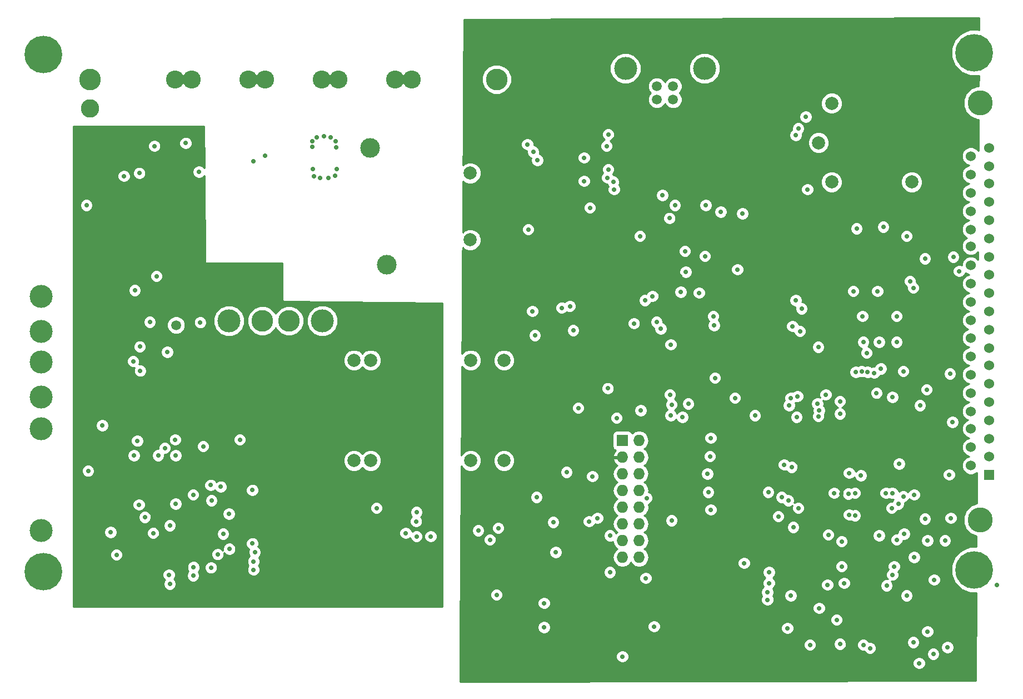
<source format=gbr>
G04 #@! TF.FileFunction,Copper,L2,Inr,Mixed*
%FSLAX46Y46*%
G04 Gerber Fmt 4.6, Leading zero omitted, Abs format (unit mm)*
G04 Created by KiCad (PCBNEW 4.0.2-stable) date 3/30/2017 9:01:33 AM*
%MOMM*%
G01*
G04 APERTURE LIST*
%ADD10C,0.100000*%
%ADD11C,2.000000*%
%ADD12C,5.715000*%
%ADD13C,3.810000*%
%ADD14R,1.524000X1.524000*%
%ADD15C,1.524000*%
%ADD16R,1.727200X1.727200*%
%ADD17O,1.727200X1.727200*%
%ADD18C,3.500000*%
%ADD19C,2.750000*%
%ADD20C,3.300000*%
%ADD21C,2.790000*%
%ADD22C,1.501140*%
%ADD23C,3.500120*%
%ADD24C,3.000000*%
%ADD25C,1.500000*%
%ADD26C,0.700000*%
%ADD27C,0.254000*%
G04 APERTURE END LIST*
D10*
D11*
X144272000Y-120543000D03*
X139192000Y-120543000D03*
X144272000Y-105263000D03*
X139192000Y-105263000D03*
X123952000Y-105263000D03*
X121412000Y-105263000D03*
X123952000Y-120543000D03*
X121412000Y-120543000D03*
D12*
X74041000Y-137414000D03*
X74041000Y-58674000D03*
D13*
X216789000Y-66040000D03*
X216789000Y-129540000D03*
D14*
X218186000Y-122682000D03*
D15*
X218186000Y-119888000D03*
X218186000Y-117221000D03*
X218186000Y-114427000D03*
X218186000Y-111633000D03*
X218186000Y-108839000D03*
X218186000Y-106045000D03*
X218186000Y-103378000D03*
X218186000Y-100584000D03*
X218186000Y-97790000D03*
X218186000Y-94996000D03*
X218186000Y-92202000D03*
X218186000Y-89535000D03*
X218186000Y-86741000D03*
X218186000Y-83947000D03*
X218186000Y-81153000D03*
X218186000Y-78359000D03*
X218186000Y-75692000D03*
X218186000Y-72898000D03*
X215392000Y-121285000D03*
X215392000Y-118491000D03*
X215392000Y-115697000D03*
X215392000Y-113030000D03*
X215392000Y-110236000D03*
X215392000Y-107442000D03*
X215392000Y-104648000D03*
X215392000Y-101854000D03*
X215392000Y-99187000D03*
X215392000Y-96393000D03*
X215392000Y-93599000D03*
X215392000Y-90805000D03*
X215392000Y-87884000D03*
X215392000Y-85344000D03*
X215392000Y-82550000D03*
X215392000Y-79756000D03*
X215392000Y-76962000D03*
X215392000Y-74168000D03*
D16*
X162306000Y-117475000D03*
D17*
X164846000Y-117475000D03*
X162306000Y-120015000D03*
X164846000Y-120015000D03*
X162306000Y-122555000D03*
X164846000Y-122555000D03*
X162306000Y-125095000D03*
X164846000Y-125095000D03*
X162306000Y-127635000D03*
X164846000Y-127635000D03*
X162306000Y-130175000D03*
X164846000Y-130175000D03*
X162306000Y-132715000D03*
X164846000Y-132715000D03*
X162306000Y-135255000D03*
X164846000Y-135255000D03*
D18*
X73776000Y-131189000D03*
X73776000Y-115699000D03*
X73776000Y-110869000D03*
X73776000Y-105539000D03*
D19*
X94101000Y-62484000D03*
X96641000Y-62484000D03*
X130181000Y-62484000D03*
X127641000Y-62484000D03*
X105281000Y-62484000D03*
X107821000Y-62484000D03*
X119001000Y-62484000D03*
X116461000Y-62484000D03*
D20*
X81151000Y-62484000D03*
X143131000Y-62484000D03*
D21*
X81151000Y-66934000D03*
D12*
X215900000Y-137160000D03*
X215900000Y-58420000D03*
D22*
X170027600Y-63550800D03*
X167538400Y-63550800D03*
X167538400Y-65557400D03*
X170027600Y-65557400D03*
D23*
X174802800Y-60833000D03*
X162763200Y-60833000D03*
D18*
X73776000Y-100836000D03*
X73776000Y-95506000D03*
D24*
X123888500Y-72961500D03*
X126428500Y-90741500D03*
D11*
X139128500Y-86931500D03*
X139128500Y-76771500D03*
X194179000Y-78136000D03*
X192179000Y-72136000D03*
X194179000Y-66136000D03*
X206379000Y-78136000D03*
D25*
X94297500Y-99918000D03*
D18*
X116584000Y-99250500D03*
D20*
X111504000Y-99250500D03*
X107444000Y-99250500D03*
D18*
X102364000Y-99250500D03*
D26*
X197739000Y-128905000D03*
X197739000Y-125476000D03*
X196850000Y-122428000D03*
X201696320Y-106537760D03*
X201030840Y-110256320D03*
X158496000Y-129286000D03*
X152146000Y-134493000D03*
X142113000Y-132588000D03*
X212217000Y-107315000D03*
X180848000Y-136144000D03*
X155575000Y-112522000D03*
X175006000Y-81661000D03*
X148590000Y-97790000D03*
X211455000Y-132715000D03*
X209804000Y-138684000D03*
X171450000Y-113919000D03*
X169799000Y-129667000D03*
X192151000Y-103251000D03*
X193294000Y-110490000D03*
X176403000Y-107950000D03*
X169545000Y-110490000D03*
X206756000Y-135255000D03*
X157353000Y-82042000D03*
X192278000Y-143002000D03*
X198882000Y-98552000D03*
X204089000Y-98552000D03*
X213614000Y-91694000D03*
X202057000Y-84963000D03*
X171196000Y-94869000D03*
X164973000Y-86360000D03*
X140335000Y-131191000D03*
X206629000Y-148209000D03*
X212344000Y-129286000D03*
X212090000Y-122682000D03*
X212598000Y-114681000D03*
X160020000Y-77470000D03*
X149352000Y-74803000D03*
X159893000Y-72644000D03*
X205232000Y-131699000D03*
X188341000Y-130683000D03*
X211836000Y-148971000D03*
X167132000Y-145796000D03*
X150368000Y-145923000D03*
X187452000Y-146050000D03*
X196723000Y-125603000D03*
X196850000Y-128778000D03*
X94440500Y-75676000D03*
X91567000Y-97409000D03*
X103505000Y-124968000D03*
X106680000Y-130429000D03*
X106172000Y-109347000D03*
X85598000Y-132207000D03*
X95123000Y-121031000D03*
X110109000Y-127635000D03*
X126111000Y-123825000D03*
X123571000Y-123825000D03*
X128397000Y-127635000D03*
X92075000Y-133223000D03*
X134239000Y-133858000D03*
X133477000Y-125984000D03*
X88138000Y-124777500D03*
X104013000Y-117348000D03*
X124841000Y-127762000D03*
X87757000Y-105410000D03*
X129286000Y-131572000D03*
X133096000Y-132080000D03*
X99695000Y-126619000D03*
X106299000Y-134493000D03*
X93345000Y-139319000D03*
X93345000Y-130429000D03*
X96901000Y-125730000D03*
X98425000Y-118364000D03*
X94154000Y-117348000D03*
X92964000Y-104013000D03*
X91313000Y-92456000D03*
X88011000Y-94615000D03*
X97790000Y-76581000D03*
X80645000Y-81661000D03*
X80899000Y-122110500D03*
X84328000Y-131445000D03*
X90995500Y-72644000D03*
X95758000Y-72199500D03*
X90297000Y-99441000D03*
X97980500Y-99504500D03*
X170307000Y-81661000D03*
X169672000Y-102870000D03*
X184658000Y-137541000D03*
X184658000Y-139192000D03*
X148971000Y-101473000D03*
X168402000Y-80137000D03*
X160401000Y-137541000D03*
X169481500Y-83629500D03*
X160083500Y-109537500D03*
X160401000Y-131953000D03*
X156464000Y-77978000D03*
X156464000Y-74422000D03*
X147955000Y-85344000D03*
X147828000Y-72390000D03*
X197485000Y-94742000D03*
X197993000Y-85217000D03*
X201168000Y-94742000D03*
X194945000Y-144780000D03*
X194564000Y-125476000D03*
X160147000Y-76200000D03*
X190500000Y-79248000D03*
X190246000Y-68199000D03*
X174879000Y-89408000D03*
X177292000Y-82677000D03*
X117538500Y-77470000D03*
X115125500Y-76136500D03*
X115316000Y-77216000D03*
X116268500Y-77470000D03*
X118554500Y-77152500D03*
X118808500Y-76136500D03*
X106108500Y-74930000D03*
X161036000Y-79248000D03*
X160909000Y-78105000D03*
X219329000Y-139446000D03*
X200025000Y-149098000D03*
X205613000Y-141097000D03*
X198628000Y-122809000D03*
X205105000Y-125984000D03*
X208407000Y-129413000D03*
X186563000Y-126111000D03*
X184404000Y-140589000D03*
X143129000Y-140970000D03*
X143383000Y-130810000D03*
X208407000Y-89789000D03*
X179832000Y-91440000D03*
X176276000Y-99949000D03*
X168148000Y-100457000D03*
X165735000Y-96139000D03*
X154305000Y-97028000D03*
X153797000Y-122301000D03*
X212725000Y-89535000D03*
X208788000Y-146558000D03*
X199009000Y-148590000D03*
X195453000Y-148463000D03*
X190881000Y-148590000D03*
X208788000Y-132715000D03*
X204089000Y-132588000D03*
X204343000Y-127127000D03*
X149225000Y-126111000D03*
X150368000Y-142240000D03*
X187579000Y-126619000D03*
X184404000Y-141732000D03*
X157734000Y-122936000D03*
X157226000Y-129794000D03*
X99568000Y-124269500D03*
X106108500Y-137160000D03*
X101092000Y-124523500D03*
X106108500Y-135890000D03*
X105918000Y-133159500D03*
X105918000Y-125031500D03*
X118681500Y-72834500D03*
X118618000Y-71882000D03*
X117856000Y-71310500D03*
X116840000Y-71120000D03*
X115760500Y-71310500D03*
X115062000Y-71882000D03*
X115062000Y-72771000D03*
X107823000Y-74104500D03*
X96901000Y-138049000D03*
X85217000Y-134874000D03*
X88646000Y-127254000D03*
X130937000Y-128397000D03*
X86360000Y-77216000D03*
X92583000Y-118618000D03*
X101473000Y-131699000D03*
X130937000Y-132080000D03*
X100647500Y-134810500D03*
X130873500Y-129794000D03*
X88392000Y-117538500D03*
X88709500Y-76771500D03*
X87884000Y-119761000D03*
X91567000Y-119761000D03*
X94234000Y-127127000D03*
X94234000Y-119761000D03*
X162306000Y-150368000D03*
X209677000Y-149987000D03*
X161417000Y-114046000D03*
X169672000Y-113665000D03*
X172339000Y-111887000D03*
X187706000Y-112141000D03*
X192024000Y-111887000D03*
X165989000Y-126238000D03*
X169799000Y-112014000D03*
X179451000Y-110998000D03*
X182499000Y-113665000D03*
X188849000Y-113919000D03*
X192151000Y-113792000D03*
X195453000Y-113411000D03*
X195453000Y-111506000D03*
X204089000Y-102489000D03*
X200660000Y-107188000D03*
X201422000Y-102489000D03*
X198755000Y-106934000D03*
X199644000Y-107061000D03*
X199517000Y-104140000D03*
X197866000Y-107061000D03*
X199009000Y-102489000D03*
X171958000Y-91821000D03*
X171831000Y-88646000D03*
X192278000Y-112903000D03*
X173990000Y-94996000D03*
X164063500Y-99652000D03*
X154813000Y-100711000D03*
X96964500Y-136779000D03*
X99631500Y-136842500D03*
X102425500Y-133985000D03*
X102362000Y-128651000D03*
X206756000Y-125730000D03*
X204470000Y-121031000D03*
X88773000Y-103187500D03*
X88836500Y-106870500D03*
X90805000Y-131572000D03*
X89535000Y-129159000D03*
X208661000Y-109728000D03*
X206629000Y-94234000D03*
X188976000Y-110744000D03*
X189357000Y-100838000D03*
X189611000Y-97409000D03*
X189103000Y-69977000D03*
X148717000Y-73533000D03*
X160147000Y-70866000D03*
X188722000Y-70993000D03*
X188722000Y-96139000D03*
X188214000Y-100076000D03*
X187960000Y-110998000D03*
X202438000Y-125476000D03*
X201422000Y-131953000D03*
X193675000Y-131826000D03*
X193548000Y-139446000D03*
X203327000Y-127762000D03*
X203454000Y-125476000D03*
X187960000Y-141097000D03*
X189103000Y-127762000D03*
X207645000Y-112141000D03*
X206121000Y-93218000D03*
X205105000Y-106934000D03*
X205613000Y-86360000D03*
X207518000Y-151384000D03*
X203454000Y-110871000D03*
X83058000Y-115189000D03*
X93218000Y-137922000D03*
X175387000Y-125349000D03*
X175260000Y-122555000D03*
X175641000Y-119888000D03*
X175768000Y-117094000D03*
X188087000Y-121539000D03*
X186055000Y-129032000D03*
X175768000Y-128016000D03*
X186944000Y-121158000D03*
X184531000Y-125349000D03*
X167513000Y-99441000D03*
X166878000Y-95504000D03*
X153035000Y-97282000D03*
X151765000Y-129921000D03*
X176149000Y-98552000D03*
X180594000Y-82931000D03*
X165100000Y-112903000D03*
X196088000Y-139192000D03*
X203708000Y-136652000D03*
X195707000Y-136652000D03*
X195707000Y-132842000D03*
X202565000Y-139573000D03*
X203454000Y-137922000D03*
X165862000Y-138430000D03*
X195651120Y-125638560D03*
X171069000Y-92456000D03*
X169418000Y-107061000D03*
X147193000Y-132588000D03*
X191262000Y-106807000D03*
X207264000Y-103886000D03*
X211455000Y-141478000D03*
X205486000Y-135128000D03*
X140462000Y-126873000D03*
X200279000Y-143129000D03*
X146431000Y-127635000D03*
X200279000Y-98552000D03*
X177165000Y-93980000D03*
X201803000Y-87376000D03*
X214122000Y-147828000D03*
X205359000Y-138811000D03*
D27*
G36*
X98591759Y-75989942D02*
X98348686Y-75746445D01*
X97986788Y-75596172D01*
X97594931Y-75595830D01*
X97232771Y-75745471D01*
X96955445Y-76022314D01*
X96805172Y-76384212D01*
X96804830Y-76776069D01*
X96954471Y-77138229D01*
X97231314Y-77415555D01*
X97593212Y-77565828D01*
X97985069Y-77566170D01*
X98347229Y-77416529D01*
X98598926Y-77165270D01*
X98679002Y-90297774D01*
X98689309Y-90347123D01*
X98718003Y-90388573D01*
X98760563Y-90415594D01*
X98806000Y-90424000D01*
X110490000Y-90424000D01*
X110490000Y-96139000D01*
X110500006Y-96188410D01*
X110528447Y-96230035D01*
X110570841Y-96257315D01*
X110615677Y-96265993D01*
X134874000Y-96518684D01*
X134874000Y-142748000D01*
X78613000Y-142748000D01*
X78613000Y-138117069D01*
X92232830Y-138117069D01*
X92382471Y-138479229D01*
X92586889Y-138684003D01*
X92510445Y-138760314D01*
X92360172Y-139122212D01*
X92359830Y-139514069D01*
X92509471Y-139876229D01*
X92786314Y-140153555D01*
X93148212Y-140303828D01*
X93540069Y-140304170D01*
X93902229Y-140154529D01*
X94179555Y-139877686D01*
X94329828Y-139515788D01*
X94330170Y-139123931D01*
X94180529Y-138761771D01*
X93976111Y-138556997D01*
X94052555Y-138480686D01*
X94150806Y-138244069D01*
X95915830Y-138244069D01*
X96065471Y-138606229D01*
X96342314Y-138883555D01*
X96704212Y-139033828D01*
X97096069Y-139034170D01*
X97458229Y-138884529D01*
X97735555Y-138607686D01*
X97885828Y-138245788D01*
X97886170Y-137853931D01*
X97736529Y-137491771D01*
X97690695Y-137445857D01*
X97799055Y-137337686D01*
X97923674Y-137037569D01*
X98646330Y-137037569D01*
X98795971Y-137399729D01*
X99072814Y-137677055D01*
X99434712Y-137827328D01*
X99826569Y-137827670D01*
X100188729Y-137678029D01*
X100466055Y-137401186D01*
X100616328Y-137039288D01*
X100616670Y-136647431D01*
X100467029Y-136285271D01*
X100190186Y-136007945D01*
X99828288Y-135857672D01*
X99436431Y-135857330D01*
X99074271Y-136006971D01*
X98796945Y-136283814D01*
X98646672Y-136645712D01*
X98646330Y-137037569D01*
X97923674Y-137037569D01*
X97949328Y-136975788D01*
X97949670Y-136583931D01*
X97800029Y-136221771D01*
X97523186Y-135944445D01*
X97161288Y-135794172D01*
X96769431Y-135793830D01*
X96407271Y-135943471D01*
X96129945Y-136220314D01*
X95979672Y-136582212D01*
X95979330Y-136974069D01*
X96128971Y-137336229D01*
X96174805Y-137382143D01*
X96066445Y-137490314D01*
X95916172Y-137852212D01*
X95915830Y-138244069D01*
X94150806Y-138244069D01*
X94202828Y-138118788D01*
X94203170Y-137726931D01*
X94053529Y-137364771D01*
X93776686Y-137087445D01*
X93414788Y-136937172D01*
X93022931Y-136936830D01*
X92660771Y-137086471D01*
X92383445Y-137363314D01*
X92233172Y-137725212D01*
X92232830Y-138117069D01*
X78613000Y-138117069D01*
X78613000Y-135069069D01*
X84231830Y-135069069D01*
X84381471Y-135431229D01*
X84658314Y-135708555D01*
X85020212Y-135858828D01*
X85412069Y-135859170D01*
X85774229Y-135709529D01*
X86051555Y-135432686D01*
X86201828Y-135070788D01*
X86201884Y-135005569D01*
X99662330Y-135005569D01*
X99811971Y-135367729D01*
X100088814Y-135645055D01*
X100450712Y-135795328D01*
X100842569Y-135795670D01*
X101204729Y-135646029D01*
X101482055Y-135369186D01*
X101632328Y-135007288D01*
X101632670Y-134615431D01*
X101611218Y-134563513D01*
X101866814Y-134819555D01*
X102228712Y-134969828D01*
X102620569Y-134970170D01*
X102982729Y-134820529D01*
X103260055Y-134543686D01*
X103410328Y-134181788D01*
X103410670Y-133789931D01*
X103261029Y-133427771D01*
X103187955Y-133354569D01*
X104932830Y-133354569D01*
X105082471Y-133716729D01*
X105359314Y-133994055D01*
X105427826Y-134022503D01*
X105314172Y-134296212D01*
X105313830Y-134688069D01*
X105463471Y-135050229D01*
X105509415Y-135096254D01*
X105273945Y-135331314D01*
X105123672Y-135693212D01*
X105123330Y-136085069D01*
X105272971Y-136447229D01*
X105350500Y-136524893D01*
X105273945Y-136601314D01*
X105123672Y-136963212D01*
X105123330Y-137355069D01*
X105272971Y-137717229D01*
X105549814Y-137994555D01*
X105911712Y-138144828D01*
X106303569Y-138145170D01*
X106665729Y-137995529D01*
X106943055Y-137718686D01*
X107093328Y-137356788D01*
X107093670Y-136964931D01*
X106944029Y-136602771D01*
X106866500Y-136525107D01*
X106943055Y-136448686D01*
X107093328Y-136086788D01*
X107093670Y-135694931D01*
X106944029Y-135332771D01*
X106898085Y-135286746D01*
X107133555Y-135051686D01*
X107283828Y-134689788D01*
X107284170Y-134297931D01*
X107134529Y-133935771D01*
X106857686Y-133658445D01*
X106789174Y-133629997D01*
X106902828Y-133356288D01*
X106903170Y-132964431D01*
X106753529Y-132602271D01*
X106476686Y-132324945D01*
X106114788Y-132174672D01*
X105722931Y-132174330D01*
X105360771Y-132323971D01*
X105083445Y-132600814D01*
X104933172Y-132962712D01*
X104932830Y-133354569D01*
X103187955Y-133354569D01*
X102984186Y-133150445D01*
X102622288Y-133000172D01*
X102230431Y-132999830D01*
X101868271Y-133149471D01*
X101590945Y-133426314D01*
X101440672Y-133788212D01*
X101440330Y-134180069D01*
X101461782Y-134231987D01*
X101206186Y-133975945D01*
X100844288Y-133825672D01*
X100452431Y-133825330D01*
X100090271Y-133974971D01*
X99812945Y-134251814D01*
X99662672Y-134613712D01*
X99662330Y-135005569D01*
X86201884Y-135005569D01*
X86202170Y-134678931D01*
X86052529Y-134316771D01*
X85775686Y-134039445D01*
X85413788Y-133889172D01*
X85021931Y-133888830D01*
X84659771Y-134038471D01*
X84382445Y-134315314D01*
X84232172Y-134677212D01*
X84231830Y-135069069D01*
X78613000Y-135069069D01*
X78613000Y-131640069D01*
X83342830Y-131640069D01*
X83492471Y-132002229D01*
X83769314Y-132279555D01*
X84131212Y-132429828D01*
X84523069Y-132430170D01*
X84885229Y-132280529D01*
X85162555Y-132003686D01*
X85260806Y-131767069D01*
X89819830Y-131767069D01*
X89969471Y-132129229D01*
X90246314Y-132406555D01*
X90608212Y-132556828D01*
X91000069Y-132557170D01*
X91362229Y-132407529D01*
X91639555Y-132130686D01*
X91737806Y-131894069D01*
X100487830Y-131894069D01*
X100637471Y-132256229D01*
X100914314Y-132533555D01*
X101276212Y-132683828D01*
X101668069Y-132684170D01*
X102030229Y-132534529D01*
X102307555Y-132257686D01*
X102457828Y-131895788D01*
X102457940Y-131767069D01*
X128300830Y-131767069D01*
X128450471Y-132129229D01*
X128727314Y-132406555D01*
X129089212Y-132556828D01*
X129481069Y-132557170D01*
X129843229Y-132407529D01*
X129958865Y-132292095D01*
X130101471Y-132637229D01*
X130378314Y-132914555D01*
X130740212Y-133064828D01*
X131132069Y-133065170D01*
X131494229Y-132915529D01*
X131771555Y-132638686D01*
X131921828Y-132276788D01*
X131921829Y-132275069D01*
X132110830Y-132275069D01*
X132260471Y-132637229D01*
X132537314Y-132914555D01*
X132899212Y-133064828D01*
X133291069Y-133065170D01*
X133653229Y-132915529D01*
X133930555Y-132638686D01*
X134080828Y-132276788D01*
X134081170Y-131884931D01*
X133931529Y-131522771D01*
X133654686Y-131245445D01*
X133292788Y-131095172D01*
X132900931Y-131094830D01*
X132538771Y-131244471D01*
X132261445Y-131521314D01*
X132111172Y-131883212D01*
X132110830Y-132275069D01*
X131921829Y-132275069D01*
X131922170Y-131884931D01*
X131772529Y-131522771D01*
X131495686Y-131245445D01*
X131133788Y-131095172D01*
X130741931Y-131094830D01*
X130379771Y-131244471D01*
X130264135Y-131359905D01*
X130121529Y-131014771D01*
X129844686Y-130737445D01*
X129482788Y-130587172D01*
X129090931Y-130586830D01*
X128728771Y-130736471D01*
X128451445Y-131013314D01*
X128301172Y-131375212D01*
X128300830Y-131767069D01*
X102457940Y-131767069D01*
X102458170Y-131503931D01*
X102308529Y-131141771D01*
X102031686Y-130864445D01*
X101669788Y-130714172D01*
X101277931Y-130713830D01*
X100915771Y-130863471D01*
X100638445Y-131140314D01*
X100488172Y-131502212D01*
X100487830Y-131894069D01*
X91737806Y-131894069D01*
X91789828Y-131768788D01*
X91790170Y-131376931D01*
X91640529Y-131014771D01*
X91363686Y-130737445D01*
X91090646Y-130624069D01*
X92359830Y-130624069D01*
X92509471Y-130986229D01*
X92786314Y-131263555D01*
X93148212Y-131413828D01*
X93540069Y-131414170D01*
X93902229Y-131264529D01*
X94179555Y-130987686D01*
X94329828Y-130625788D01*
X94330170Y-130233931D01*
X94228996Y-129989069D01*
X129888330Y-129989069D01*
X130037971Y-130351229D01*
X130314814Y-130628555D01*
X130676712Y-130778828D01*
X131068569Y-130779170D01*
X131430729Y-130629529D01*
X131708055Y-130352686D01*
X131858328Y-129990788D01*
X131858670Y-129598931D01*
X131709029Y-129236771D01*
X131599695Y-129127246D01*
X131771555Y-128955686D01*
X131921828Y-128593788D01*
X131922170Y-128201931D01*
X131772529Y-127839771D01*
X131495686Y-127562445D01*
X131133788Y-127412172D01*
X130741931Y-127411830D01*
X130379771Y-127561471D01*
X130102445Y-127838314D01*
X129952172Y-128200212D01*
X129951830Y-128592069D01*
X130101471Y-128954229D01*
X130210805Y-129063754D01*
X130038945Y-129235314D01*
X129888672Y-129597212D01*
X129888330Y-129989069D01*
X94228996Y-129989069D01*
X94180529Y-129871771D01*
X93903686Y-129594445D01*
X93541788Y-129444172D01*
X93149931Y-129443830D01*
X92787771Y-129593471D01*
X92510445Y-129870314D01*
X92360172Y-130232212D01*
X92359830Y-130624069D01*
X91090646Y-130624069D01*
X91001788Y-130587172D01*
X90609931Y-130586830D01*
X90247771Y-130736471D01*
X89970445Y-131013314D01*
X89820172Y-131375212D01*
X89819830Y-131767069D01*
X85260806Y-131767069D01*
X85312828Y-131641788D01*
X85313170Y-131249931D01*
X85163529Y-130887771D01*
X84886686Y-130610445D01*
X84524788Y-130460172D01*
X84132931Y-130459830D01*
X83770771Y-130609471D01*
X83493445Y-130886314D01*
X83343172Y-131248212D01*
X83342830Y-131640069D01*
X78613000Y-131640069D01*
X78613000Y-129354069D01*
X88549830Y-129354069D01*
X88699471Y-129716229D01*
X88976314Y-129993555D01*
X89338212Y-130143828D01*
X89730069Y-130144170D01*
X90092229Y-129994529D01*
X90369555Y-129717686D01*
X90519828Y-129355788D01*
X90520170Y-128963931D01*
X90471471Y-128846069D01*
X101376830Y-128846069D01*
X101526471Y-129208229D01*
X101803314Y-129485555D01*
X102165212Y-129635828D01*
X102557069Y-129636170D01*
X102919229Y-129486529D01*
X103196555Y-129209686D01*
X103346828Y-128847788D01*
X103347170Y-128455931D01*
X103197529Y-128093771D01*
X103061066Y-127957069D01*
X123855830Y-127957069D01*
X124005471Y-128319229D01*
X124282314Y-128596555D01*
X124644212Y-128746828D01*
X125036069Y-128747170D01*
X125398229Y-128597529D01*
X125675555Y-128320686D01*
X125825828Y-127958788D01*
X125826170Y-127566931D01*
X125676529Y-127204771D01*
X125399686Y-126927445D01*
X125037788Y-126777172D01*
X124645931Y-126776830D01*
X124283771Y-126926471D01*
X124006445Y-127203314D01*
X123856172Y-127565212D01*
X123855830Y-127957069D01*
X103061066Y-127957069D01*
X102920686Y-127816445D01*
X102558788Y-127666172D01*
X102166931Y-127665830D01*
X101804771Y-127815471D01*
X101527445Y-128092314D01*
X101377172Y-128454212D01*
X101376830Y-128846069D01*
X90471471Y-128846069D01*
X90370529Y-128601771D01*
X90093686Y-128324445D01*
X89731788Y-128174172D01*
X89339931Y-128173830D01*
X88977771Y-128323471D01*
X88700445Y-128600314D01*
X88550172Y-128962212D01*
X88549830Y-129354069D01*
X78613000Y-129354069D01*
X78613000Y-127449069D01*
X87660830Y-127449069D01*
X87810471Y-127811229D01*
X88087314Y-128088555D01*
X88449212Y-128238828D01*
X88841069Y-128239170D01*
X89203229Y-128089529D01*
X89480555Y-127812686D01*
X89630828Y-127450788D01*
X89630940Y-127322069D01*
X93248830Y-127322069D01*
X93398471Y-127684229D01*
X93675314Y-127961555D01*
X94037212Y-128111828D01*
X94429069Y-128112170D01*
X94791229Y-127962529D01*
X95068555Y-127685686D01*
X95218828Y-127323788D01*
X95219170Y-126931931D01*
X95170471Y-126814069D01*
X98709830Y-126814069D01*
X98859471Y-127176229D01*
X99136314Y-127453555D01*
X99498212Y-127603828D01*
X99890069Y-127604170D01*
X100252229Y-127454529D01*
X100529555Y-127177686D01*
X100679828Y-126815788D01*
X100680170Y-126423931D01*
X100530529Y-126061771D01*
X100253686Y-125784445D01*
X99891788Y-125634172D01*
X99499931Y-125633830D01*
X99137771Y-125783471D01*
X98860445Y-126060314D01*
X98710172Y-126422212D01*
X98709830Y-126814069D01*
X95170471Y-126814069D01*
X95069529Y-126569771D01*
X94792686Y-126292445D01*
X94430788Y-126142172D01*
X94038931Y-126141830D01*
X93676771Y-126291471D01*
X93399445Y-126568314D01*
X93249172Y-126930212D01*
X93248830Y-127322069D01*
X89630940Y-127322069D01*
X89631170Y-127058931D01*
X89481529Y-126696771D01*
X89204686Y-126419445D01*
X88842788Y-126269172D01*
X88450931Y-126268830D01*
X88088771Y-126418471D01*
X87811445Y-126695314D01*
X87661172Y-127057212D01*
X87660830Y-127449069D01*
X78613000Y-127449069D01*
X78613000Y-125925069D01*
X95915830Y-125925069D01*
X96065471Y-126287229D01*
X96342314Y-126564555D01*
X96704212Y-126714828D01*
X97096069Y-126715170D01*
X97458229Y-126565529D01*
X97735555Y-126288686D01*
X97885828Y-125926788D01*
X97886170Y-125534931D01*
X97736529Y-125172771D01*
X97459686Y-124895445D01*
X97097788Y-124745172D01*
X96705931Y-124744830D01*
X96343771Y-124894471D01*
X96066445Y-125171314D01*
X95916172Y-125533212D01*
X95915830Y-125925069D01*
X78613000Y-125925069D01*
X78613000Y-124464569D01*
X98582830Y-124464569D01*
X98732471Y-124826729D01*
X99009314Y-125104055D01*
X99371212Y-125254328D01*
X99763069Y-125254670D01*
X100125229Y-125105029D01*
X100225254Y-125005178D01*
X100256471Y-125080729D01*
X100533314Y-125358055D01*
X100895212Y-125508328D01*
X101287069Y-125508670D01*
X101649229Y-125359029D01*
X101781920Y-125226569D01*
X104932830Y-125226569D01*
X105082471Y-125588729D01*
X105359314Y-125866055D01*
X105721212Y-126016328D01*
X106113069Y-126016670D01*
X106475229Y-125867029D01*
X106752555Y-125590186D01*
X106902828Y-125228288D01*
X106903170Y-124836431D01*
X106753529Y-124474271D01*
X106476686Y-124196945D01*
X106114788Y-124046672D01*
X105722931Y-124046330D01*
X105360771Y-124195971D01*
X105083445Y-124472814D01*
X104933172Y-124834712D01*
X104932830Y-125226569D01*
X101781920Y-125226569D01*
X101926555Y-125082186D01*
X102076828Y-124720288D01*
X102077170Y-124328431D01*
X101927529Y-123966271D01*
X101650686Y-123688945D01*
X101288788Y-123538672D01*
X100896931Y-123538330D01*
X100534771Y-123687971D01*
X100434746Y-123787822D01*
X100403529Y-123712271D01*
X100126686Y-123434945D01*
X99764788Y-123284672D01*
X99372931Y-123284330D01*
X99010771Y-123433971D01*
X98733445Y-123710814D01*
X98583172Y-124072712D01*
X98582830Y-124464569D01*
X78613000Y-124464569D01*
X78613000Y-122305569D01*
X79913830Y-122305569D01*
X80063471Y-122667729D01*
X80340314Y-122945055D01*
X80702212Y-123095328D01*
X81094069Y-123095670D01*
X81456229Y-122946029D01*
X81733555Y-122669186D01*
X81883828Y-122307288D01*
X81884170Y-121915431D01*
X81734529Y-121553271D01*
X81457686Y-121275945D01*
X81095788Y-121125672D01*
X80703931Y-121125330D01*
X80341771Y-121274971D01*
X80064445Y-121551814D01*
X79914172Y-121913712D01*
X79913830Y-122305569D01*
X78613000Y-122305569D01*
X78613000Y-120866795D01*
X119776716Y-120866795D01*
X120025106Y-121467943D01*
X120484637Y-121928278D01*
X121085352Y-122177716D01*
X121735795Y-122178284D01*
X122336943Y-121929894D01*
X122682199Y-121585241D01*
X123024637Y-121928278D01*
X123625352Y-122177716D01*
X124275795Y-122178284D01*
X124876943Y-121929894D01*
X125337278Y-121470363D01*
X125586716Y-120869648D01*
X125587284Y-120219205D01*
X125338894Y-119618057D01*
X124879363Y-119157722D01*
X124278648Y-118908284D01*
X123628205Y-118907716D01*
X123027057Y-119156106D01*
X122681801Y-119500759D01*
X122339363Y-119157722D01*
X121738648Y-118908284D01*
X121088205Y-118907716D01*
X120487057Y-119156106D01*
X120026722Y-119615637D01*
X119777284Y-120216352D01*
X119776716Y-120866795D01*
X78613000Y-120866795D01*
X78613000Y-119956069D01*
X86898830Y-119956069D01*
X87048471Y-120318229D01*
X87325314Y-120595555D01*
X87687212Y-120745828D01*
X88079069Y-120746170D01*
X88441229Y-120596529D01*
X88718555Y-120319686D01*
X88868828Y-119957788D01*
X88868829Y-119956069D01*
X90581830Y-119956069D01*
X90731471Y-120318229D01*
X91008314Y-120595555D01*
X91370212Y-120745828D01*
X91762069Y-120746170D01*
X92124229Y-120596529D01*
X92401555Y-120319686D01*
X92551828Y-119957788D01*
X92551829Y-119956069D01*
X93248830Y-119956069D01*
X93398471Y-120318229D01*
X93675314Y-120595555D01*
X94037212Y-120745828D01*
X94429069Y-120746170D01*
X94791229Y-120596529D01*
X95068555Y-120319686D01*
X95218828Y-119957788D01*
X95219170Y-119565931D01*
X95069529Y-119203771D01*
X94792686Y-118926445D01*
X94430788Y-118776172D01*
X94038931Y-118775830D01*
X93676771Y-118925471D01*
X93399445Y-119202314D01*
X93249172Y-119564212D01*
X93248830Y-119956069D01*
X92551829Y-119956069D01*
X92552138Y-119602973D01*
X92778069Y-119603170D01*
X93140229Y-119453529D01*
X93417555Y-119176686D01*
X93567828Y-118814788D01*
X93568051Y-118559069D01*
X97439830Y-118559069D01*
X97589471Y-118921229D01*
X97866314Y-119198555D01*
X98228212Y-119348828D01*
X98620069Y-119349170D01*
X98982229Y-119199529D01*
X99259555Y-118922686D01*
X99409828Y-118560788D01*
X99410170Y-118168931D01*
X99260529Y-117806771D01*
X98997287Y-117543069D01*
X103027830Y-117543069D01*
X103177471Y-117905229D01*
X103454314Y-118182555D01*
X103816212Y-118332828D01*
X104208069Y-118333170D01*
X104570229Y-118183529D01*
X104847555Y-117906686D01*
X104997828Y-117544788D01*
X104998170Y-117152931D01*
X104848529Y-116790771D01*
X104571686Y-116513445D01*
X104209788Y-116363172D01*
X103817931Y-116362830D01*
X103455771Y-116512471D01*
X103178445Y-116789314D01*
X103028172Y-117151212D01*
X103027830Y-117543069D01*
X98997287Y-117543069D01*
X98983686Y-117529445D01*
X98621788Y-117379172D01*
X98229931Y-117378830D01*
X97867771Y-117528471D01*
X97590445Y-117805314D01*
X97440172Y-118167212D01*
X97439830Y-118559069D01*
X93568051Y-118559069D01*
X93568170Y-118422931D01*
X93418529Y-118060771D01*
X93141686Y-117783445D01*
X92779788Y-117633172D01*
X92387931Y-117632830D01*
X92025771Y-117782471D01*
X91748445Y-118059314D01*
X91598172Y-118421212D01*
X91597862Y-118776027D01*
X91371931Y-118775830D01*
X91009771Y-118925471D01*
X90732445Y-119202314D01*
X90582172Y-119564212D01*
X90581830Y-119956069D01*
X88868829Y-119956069D01*
X88869170Y-119565931D01*
X88719529Y-119203771D01*
X88442686Y-118926445D01*
X88080788Y-118776172D01*
X87688931Y-118775830D01*
X87326771Y-118925471D01*
X87049445Y-119202314D01*
X86899172Y-119564212D01*
X86898830Y-119956069D01*
X78613000Y-119956069D01*
X78613000Y-117733569D01*
X87406830Y-117733569D01*
X87556471Y-118095729D01*
X87833314Y-118373055D01*
X88195212Y-118523328D01*
X88587069Y-118523670D01*
X88949229Y-118374029D01*
X89226555Y-118097186D01*
X89376828Y-117735288D01*
X89376995Y-117543069D01*
X93168830Y-117543069D01*
X93318471Y-117905229D01*
X93595314Y-118182555D01*
X93957212Y-118332828D01*
X94349069Y-118333170D01*
X94711229Y-118183529D01*
X94988555Y-117906686D01*
X95138828Y-117544788D01*
X95139170Y-117152931D01*
X94989529Y-116790771D01*
X94712686Y-116513445D01*
X94350788Y-116363172D01*
X93958931Y-116362830D01*
X93596771Y-116512471D01*
X93319445Y-116789314D01*
X93169172Y-117151212D01*
X93168830Y-117543069D01*
X89376995Y-117543069D01*
X89377170Y-117343431D01*
X89227529Y-116981271D01*
X88950686Y-116703945D01*
X88588788Y-116553672D01*
X88196931Y-116553330D01*
X87834771Y-116702971D01*
X87557445Y-116979814D01*
X87407172Y-117341712D01*
X87406830Y-117733569D01*
X78613000Y-117733569D01*
X78613000Y-115384069D01*
X82072830Y-115384069D01*
X82222471Y-115746229D01*
X82499314Y-116023555D01*
X82861212Y-116173828D01*
X83253069Y-116174170D01*
X83615229Y-116024529D01*
X83892555Y-115747686D01*
X84042828Y-115385788D01*
X84043170Y-114993931D01*
X83893529Y-114631771D01*
X83616686Y-114354445D01*
X83254788Y-114204172D01*
X82862931Y-114203830D01*
X82500771Y-114353471D01*
X82223445Y-114630314D01*
X82073172Y-114992212D01*
X82072830Y-115384069D01*
X78613000Y-115384069D01*
X78613000Y-105605069D01*
X86771830Y-105605069D01*
X86921471Y-105967229D01*
X87198314Y-106244555D01*
X87560212Y-106394828D01*
X87952069Y-106395170D01*
X87970494Y-106387557D01*
X87851672Y-106673712D01*
X87851330Y-107065569D01*
X88000971Y-107427729D01*
X88277814Y-107705055D01*
X88639712Y-107855328D01*
X89031569Y-107855670D01*
X89393729Y-107706029D01*
X89671055Y-107429186D01*
X89821328Y-107067288D01*
X89821670Y-106675431D01*
X89672029Y-106313271D01*
X89395186Y-106035945D01*
X89033288Y-105885672D01*
X88641431Y-105885330D01*
X88623006Y-105892943D01*
X88741828Y-105606788D01*
X88741845Y-105586795D01*
X119776716Y-105586795D01*
X120025106Y-106187943D01*
X120484637Y-106648278D01*
X121085352Y-106897716D01*
X121735795Y-106898284D01*
X122336943Y-106649894D01*
X122682199Y-106305241D01*
X123024637Y-106648278D01*
X123625352Y-106897716D01*
X124275795Y-106898284D01*
X124876943Y-106649894D01*
X125337278Y-106190363D01*
X125586716Y-105589648D01*
X125587284Y-104939205D01*
X125338894Y-104338057D01*
X124879363Y-103877722D01*
X124278648Y-103628284D01*
X123628205Y-103627716D01*
X123027057Y-103876106D01*
X122681801Y-104220759D01*
X122339363Y-103877722D01*
X121738648Y-103628284D01*
X121088205Y-103627716D01*
X120487057Y-103876106D01*
X120026722Y-104335637D01*
X119777284Y-104936352D01*
X119776716Y-105586795D01*
X88741845Y-105586795D01*
X88742170Y-105214931D01*
X88592529Y-104852771D01*
X88315686Y-104575445D01*
X87953788Y-104425172D01*
X87561931Y-104424830D01*
X87199771Y-104574471D01*
X86922445Y-104851314D01*
X86772172Y-105213212D01*
X86771830Y-105605069D01*
X78613000Y-105605069D01*
X78613000Y-104208069D01*
X91978830Y-104208069D01*
X92128471Y-104570229D01*
X92405314Y-104847555D01*
X92767212Y-104997828D01*
X93159069Y-104998170D01*
X93521229Y-104848529D01*
X93798555Y-104571686D01*
X93948828Y-104209788D01*
X93949170Y-103817931D01*
X93799529Y-103455771D01*
X93522686Y-103178445D01*
X93160788Y-103028172D01*
X92768931Y-103027830D01*
X92406771Y-103177471D01*
X92129445Y-103454314D01*
X91979172Y-103816212D01*
X91978830Y-104208069D01*
X78613000Y-104208069D01*
X78613000Y-103382569D01*
X87787830Y-103382569D01*
X87937471Y-103744729D01*
X88214314Y-104022055D01*
X88576212Y-104172328D01*
X88968069Y-104172670D01*
X89330229Y-104023029D01*
X89607555Y-103746186D01*
X89757828Y-103384288D01*
X89758170Y-102992431D01*
X89608529Y-102630271D01*
X89331686Y-102352945D01*
X88969788Y-102202672D01*
X88577931Y-102202330D01*
X88215771Y-102351971D01*
X87938445Y-102628814D01*
X87788172Y-102990712D01*
X87787830Y-103382569D01*
X78613000Y-103382569D01*
X78613000Y-99636069D01*
X89311830Y-99636069D01*
X89461471Y-99998229D01*
X89738314Y-100275555D01*
X90100212Y-100425828D01*
X90492069Y-100426170D01*
X90854229Y-100276529D01*
X90938619Y-100192285D01*
X92912260Y-100192285D01*
X93122669Y-100701515D01*
X93511936Y-101091461D01*
X94020798Y-101302759D01*
X94571785Y-101303240D01*
X95081015Y-101092831D01*
X95470961Y-100703564D01*
X95682259Y-100194702D01*
X95682691Y-99699569D01*
X96995330Y-99699569D01*
X97144971Y-100061729D01*
X97421814Y-100339055D01*
X97783712Y-100489328D01*
X98175569Y-100489670D01*
X98537729Y-100340029D01*
X98815055Y-100063186D01*
X98956385Y-99722825D01*
X99978587Y-99722825D01*
X100340916Y-100599729D01*
X101011242Y-101271226D01*
X101887513Y-101635085D01*
X102836325Y-101635913D01*
X103713229Y-101273584D01*
X104384726Y-100603258D01*
X104748585Y-99726987D01*
X104748605Y-99703021D01*
X105158604Y-99703021D01*
X105505742Y-100543158D01*
X106147961Y-101186499D01*
X106987491Y-101535103D01*
X107896521Y-101535896D01*
X108736658Y-101188758D01*
X109379999Y-100546539D01*
X109473800Y-100320642D01*
X109565742Y-100543158D01*
X110207961Y-101186499D01*
X111047491Y-101535103D01*
X111956521Y-101535896D01*
X112796658Y-101188758D01*
X113439999Y-100546539D01*
X113782035Y-99722825D01*
X114198587Y-99722825D01*
X114560916Y-100599729D01*
X115231242Y-101271226D01*
X116107513Y-101635085D01*
X117056325Y-101635913D01*
X117933229Y-101273584D01*
X118604726Y-100603258D01*
X118968585Y-99726987D01*
X118969413Y-98778175D01*
X118607084Y-97901271D01*
X117936758Y-97229774D01*
X117060487Y-96865915D01*
X116111675Y-96865087D01*
X115234771Y-97227416D01*
X114563274Y-97897742D01*
X114199415Y-98774013D01*
X114198587Y-99722825D01*
X113782035Y-99722825D01*
X113788603Y-99707009D01*
X113789396Y-98797979D01*
X113442258Y-97957842D01*
X112800039Y-97314501D01*
X111960509Y-96965897D01*
X111051479Y-96965104D01*
X110211342Y-97312242D01*
X109568001Y-97954461D01*
X109474200Y-98180358D01*
X109382258Y-97957842D01*
X108740039Y-97314501D01*
X107900509Y-96965897D01*
X106991479Y-96965104D01*
X106151342Y-97312242D01*
X105508001Y-97954461D01*
X105159397Y-98793991D01*
X105158604Y-99703021D01*
X104748605Y-99703021D01*
X104749413Y-98778175D01*
X104387084Y-97901271D01*
X103716758Y-97229774D01*
X102840487Y-96865915D01*
X101891675Y-96865087D01*
X101014771Y-97227416D01*
X100343274Y-97897742D01*
X99979415Y-98774013D01*
X99978587Y-99722825D01*
X98956385Y-99722825D01*
X98965328Y-99701288D01*
X98965670Y-99309431D01*
X98816029Y-98947271D01*
X98539186Y-98669945D01*
X98177288Y-98519672D01*
X97785431Y-98519330D01*
X97423271Y-98668971D01*
X97145945Y-98945814D01*
X96995672Y-99307712D01*
X96995330Y-99699569D01*
X95682691Y-99699569D01*
X95682740Y-99643715D01*
X95472331Y-99134485D01*
X95083064Y-98744539D01*
X94574202Y-98533241D01*
X94023215Y-98532760D01*
X93513985Y-98743169D01*
X93124039Y-99132436D01*
X92912741Y-99641298D01*
X92912260Y-100192285D01*
X90938619Y-100192285D01*
X91131555Y-99999686D01*
X91281828Y-99637788D01*
X91282170Y-99245931D01*
X91132529Y-98883771D01*
X90855686Y-98606445D01*
X90493788Y-98456172D01*
X90101931Y-98455830D01*
X89739771Y-98605471D01*
X89462445Y-98882314D01*
X89312172Y-99244212D01*
X89311830Y-99636069D01*
X78613000Y-99636069D01*
X78613000Y-94810069D01*
X87025830Y-94810069D01*
X87175471Y-95172229D01*
X87452314Y-95449555D01*
X87814212Y-95599828D01*
X88206069Y-95600170D01*
X88568229Y-95450529D01*
X88845555Y-95173686D01*
X88995828Y-94811788D01*
X88996170Y-94419931D01*
X88846529Y-94057771D01*
X88569686Y-93780445D01*
X88207788Y-93630172D01*
X87815931Y-93629830D01*
X87453771Y-93779471D01*
X87176445Y-94056314D01*
X87026172Y-94418212D01*
X87025830Y-94810069D01*
X78613000Y-94810069D01*
X78613000Y-92651069D01*
X90327830Y-92651069D01*
X90477471Y-93013229D01*
X90754314Y-93290555D01*
X91116212Y-93440828D01*
X91508069Y-93441170D01*
X91870229Y-93291529D01*
X92147555Y-93014686D01*
X92297828Y-92652788D01*
X92298170Y-92260931D01*
X92148529Y-91898771D01*
X91871686Y-91621445D01*
X91509788Y-91471172D01*
X91117931Y-91470830D01*
X90755771Y-91620471D01*
X90478445Y-91897314D01*
X90328172Y-92259212D01*
X90327830Y-92651069D01*
X78613000Y-92651069D01*
X78613000Y-81856069D01*
X79659830Y-81856069D01*
X79809471Y-82218229D01*
X80086314Y-82495555D01*
X80448212Y-82645828D01*
X80840069Y-82646170D01*
X81202229Y-82496529D01*
X81479555Y-82219686D01*
X81629828Y-81857788D01*
X81630170Y-81465931D01*
X81480529Y-81103771D01*
X81203686Y-80826445D01*
X80841788Y-80676172D01*
X80449931Y-80675830D01*
X80087771Y-80825471D01*
X79810445Y-81102314D01*
X79660172Y-81464212D01*
X79659830Y-81856069D01*
X78613000Y-81856069D01*
X78613000Y-77411069D01*
X85374830Y-77411069D01*
X85524471Y-77773229D01*
X85801314Y-78050555D01*
X86163212Y-78200828D01*
X86555069Y-78201170D01*
X86917229Y-78051529D01*
X87194555Y-77774686D01*
X87344828Y-77412788D01*
X87345170Y-77020931D01*
X87322709Y-76966569D01*
X87724330Y-76966569D01*
X87873971Y-77328729D01*
X88150814Y-77606055D01*
X88512712Y-77756328D01*
X88904569Y-77756670D01*
X89266729Y-77607029D01*
X89544055Y-77330186D01*
X89694328Y-76968288D01*
X89694670Y-76576431D01*
X89545029Y-76214271D01*
X89268186Y-75936945D01*
X88906288Y-75786672D01*
X88514431Y-75786330D01*
X88152271Y-75935971D01*
X87874945Y-76212814D01*
X87724672Y-76574712D01*
X87724330Y-76966569D01*
X87322709Y-76966569D01*
X87195529Y-76658771D01*
X86918686Y-76381445D01*
X86556788Y-76231172D01*
X86164931Y-76230830D01*
X85802771Y-76380471D01*
X85525445Y-76657314D01*
X85375172Y-77019212D01*
X85374830Y-77411069D01*
X78613000Y-77411069D01*
X78613000Y-72839069D01*
X90010330Y-72839069D01*
X90159971Y-73201229D01*
X90436814Y-73478555D01*
X90798712Y-73628828D01*
X91190569Y-73629170D01*
X91552729Y-73479529D01*
X91830055Y-73202686D01*
X91980328Y-72840788D01*
X91980670Y-72448931D01*
X91958209Y-72394569D01*
X94772830Y-72394569D01*
X94922471Y-72756729D01*
X95199314Y-73034055D01*
X95561212Y-73184328D01*
X95953069Y-73184670D01*
X96315229Y-73035029D01*
X96592555Y-72758186D01*
X96742828Y-72396288D01*
X96743170Y-72004431D01*
X96593529Y-71642271D01*
X96316686Y-71364945D01*
X95954788Y-71214672D01*
X95562931Y-71214330D01*
X95200771Y-71363971D01*
X94923445Y-71640814D01*
X94773172Y-72002712D01*
X94772830Y-72394569D01*
X91958209Y-72394569D01*
X91831029Y-72086771D01*
X91554186Y-71809445D01*
X91192288Y-71659172D01*
X90800431Y-71658830D01*
X90438271Y-71808471D01*
X90160945Y-72085314D01*
X90010672Y-72447212D01*
X90010330Y-72839069D01*
X78613000Y-72839069D01*
X78613000Y-69596000D01*
X98552772Y-69596000D01*
X98591759Y-75989942D01*
X98591759Y-75989942D01*
G37*
X98591759Y-75989942D02*
X98348686Y-75746445D01*
X97986788Y-75596172D01*
X97594931Y-75595830D01*
X97232771Y-75745471D01*
X96955445Y-76022314D01*
X96805172Y-76384212D01*
X96804830Y-76776069D01*
X96954471Y-77138229D01*
X97231314Y-77415555D01*
X97593212Y-77565828D01*
X97985069Y-77566170D01*
X98347229Y-77416529D01*
X98598926Y-77165270D01*
X98679002Y-90297774D01*
X98689309Y-90347123D01*
X98718003Y-90388573D01*
X98760563Y-90415594D01*
X98806000Y-90424000D01*
X110490000Y-90424000D01*
X110490000Y-96139000D01*
X110500006Y-96188410D01*
X110528447Y-96230035D01*
X110570841Y-96257315D01*
X110615677Y-96265993D01*
X134874000Y-96518684D01*
X134874000Y-142748000D01*
X78613000Y-142748000D01*
X78613000Y-138117069D01*
X92232830Y-138117069D01*
X92382471Y-138479229D01*
X92586889Y-138684003D01*
X92510445Y-138760314D01*
X92360172Y-139122212D01*
X92359830Y-139514069D01*
X92509471Y-139876229D01*
X92786314Y-140153555D01*
X93148212Y-140303828D01*
X93540069Y-140304170D01*
X93902229Y-140154529D01*
X94179555Y-139877686D01*
X94329828Y-139515788D01*
X94330170Y-139123931D01*
X94180529Y-138761771D01*
X93976111Y-138556997D01*
X94052555Y-138480686D01*
X94150806Y-138244069D01*
X95915830Y-138244069D01*
X96065471Y-138606229D01*
X96342314Y-138883555D01*
X96704212Y-139033828D01*
X97096069Y-139034170D01*
X97458229Y-138884529D01*
X97735555Y-138607686D01*
X97885828Y-138245788D01*
X97886170Y-137853931D01*
X97736529Y-137491771D01*
X97690695Y-137445857D01*
X97799055Y-137337686D01*
X97923674Y-137037569D01*
X98646330Y-137037569D01*
X98795971Y-137399729D01*
X99072814Y-137677055D01*
X99434712Y-137827328D01*
X99826569Y-137827670D01*
X100188729Y-137678029D01*
X100466055Y-137401186D01*
X100616328Y-137039288D01*
X100616670Y-136647431D01*
X100467029Y-136285271D01*
X100190186Y-136007945D01*
X99828288Y-135857672D01*
X99436431Y-135857330D01*
X99074271Y-136006971D01*
X98796945Y-136283814D01*
X98646672Y-136645712D01*
X98646330Y-137037569D01*
X97923674Y-137037569D01*
X97949328Y-136975788D01*
X97949670Y-136583931D01*
X97800029Y-136221771D01*
X97523186Y-135944445D01*
X97161288Y-135794172D01*
X96769431Y-135793830D01*
X96407271Y-135943471D01*
X96129945Y-136220314D01*
X95979672Y-136582212D01*
X95979330Y-136974069D01*
X96128971Y-137336229D01*
X96174805Y-137382143D01*
X96066445Y-137490314D01*
X95916172Y-137852212D01*
X95915830Y-138244069D01*
X94150806Y-138244069D01*
X94202828Y-138118788D01*
X94203170Y-137726931D01*
X94053529Y-137364771D01*
X93776686Y-137087445D01*
X93414788Y-136937172D01*
X93022931Y-136936830D01*
X92660771Y-137086471D01*
X92383445Y-137363314D01*
X92233172Y-137725212D01*
X92232830Y-138117069D01*
X78613000Y-138117069D01*
X78613000Y-135069069D01*
X84231830Y-135069069D01*
X84381471Y-135431229D01*
X84658314Y-135708555D01*
X85020212Y-135858828D01*
X85412069Y-135859170D01*
X85774229Y-135709529D01*
X86051555Y-135432686D01*
X86201828Y-135070788D01*
X86201884Y-135005569D01*
X99662330Y-135005569D01*
X99811971Y-135367729D01*
X100088814Y-135645055D01*
X100450712Y-135795328D01*
X100842569Y-135795670D01*
X101204729Y-135646029D01*
X101482055Y-135369186D01*
X101632328Y-135007288D01*
X101632670Y-134615431D01*
X101611218Y-134563513D01*
X101866814Y-134819555D01*
X102228712Y-134969828D01*
X102620569Y-134970170D01*
X102982729Y-134820529D01*
X103260055Y-134543686D01*
X103410328Y-134181788D01*
X103410670Y-133789931D01*
X103261029Y-133427771D01*
X103187955Y-133354569D01*
X104932830Y-133354569D01*
X105082471Y-133716729D01*
X105359314Y-133994055D01*
X105427826Y-134022503D01*
X105314172Y-134296212D01*
X105313830Y-134688069D01*
X105463471Y-135050229D01*
X105509415Y-135096254D01*
X105273945Y-135331314D01*
X105123672Y-135693212D01*
X105123330Y-136085069D01*
X105272971Y-136447229D01*
X105350500Y-136524893D01*
X105273945Y-136601314D01*
X105123672Y-136963212D01*
X105123330Y-137355069D01*
X105272971Y-137717229D01*
X105549814Y-137994555D01*
X105911712Y-138144828D01*
X106303569Y-138145170D01*
X106665729Y-137995529D01*
X106943055Y-137718686D01*
X107093328Y-137356788D01*
X107093670Y-136964931D01*
X106944029Y-136602771D01*
X106866500Y-136525107D01*
X106943055Y-136448686D01*
X107093328Y-136086788D01*
X107093670Y-135694931D01*
X106944029Y-135332771D01*
X106898085Y-135286746D01*
X107133555Y-135051686D01*
X107283828Y-134689788D01*
X107284170Y-134297931D01*
X107134529Y-133935771D01*
X106857686Y-133658445D01*
X106789174Y-133629997D01*
X106902828Y-133356288D01*
X106903170Y-132964431D01*
X106753529Y-132602271D01*
X106476686Y-132324945D01*
X106114788Y-132174672D01*
X105722931Y-132174330D01*
X105360771Y-132323971D01*
X105083445Y-132600814D01*
X104933172Y-132962712D01*
X104932830Y-133354569D01*
X103187955Y-133354569D01*
X102984186Y-133150445D01*
X102622288Y-133000172D01*
X102230431Y-132999830D01*
X101868271Y-133149471D01*
X101590945Y-133426314D01*
X101440672Y-133788212D01*
X101440330Y-134180069D01*
X101461782Y-134231987D01*
X101206186Y-133975945D01*
X100844288Y-133825672D01*
X100452431Y-133825330D01*
X100090271Y-133974971D01*
X99812945Y-134251814D01*
X99662672Y-134613712D01*
X99662330Y-135005569D01*
X86201884Y-135005569D01*
X86202170Y-134678931D01*
X86052529Y-134316771D01*
X85775686Y-134039445D01*
X85413788Y-133889172D01*
X85021931Y-133888830D01*
X84659771Y-134038471D01*
X84382445Y-134315314D01*
X84232172Y-134677212D01*
X84231830Y-135069069D01*
X78613000Y-135069069D01*
X78613000Y-131640069D01*
X83342830Y-131640069D01*
X83492471Y-132002229D01*
X83769314Y-132279555D01*
X84131212Y-132429828D01*
X84523069Y-132430170D01*
X84885229Y-132280529D01*
X85162555Y-132003686D01*
X85260806Y-131767069D01*
X89819830Y-131767069D01*
X89969471Y-132129229D01*
X90246314Y-132406555D01*
X90608212Y-132556828D01*
X91000069Y-132557170D01*
X91362229Y-132407529D01*
X91639555Y-132130686D01*
X91737806Y-131894069D01*
X100487830Y-131894069D01*
X100637471Y-132256229D01*
X100914314Y-132533555D01*
X101276212Y-132683828D01*
X101668069Y-132684170D01*
X102030229Y-132534529D01*
X102307555Y-132257686D01*
X102457828Y-131895788D01*
X102457940Y-131767069D01*
X128300830Y-131767069D01*
X128450471Y-132129229D01*
X128727314Y-132406555D01*
X129089212Y-132556828D01*
X129481069Y-132557170D01*
X129843229Y-132407529D01*
X129958865Y-132292095D01*
X130101471Y-132637229D01*
X130378314Y-132914555D01*
X130740212Y-133064828D01*
X131132069Y-133065170D01*
X131494229Y-132915529D01*
X131771555Y-132638686D01*
X131921828Y-132276788D01*
X131921829Y-132275069D01*
X132110830Y-132275069D01*
X132260471Y-132637229D01*
X132537314Y-132914555D01*
X132899212Y-133064828D01*
X133291069Y-133065170D01*
X133653229Y-132915529D01*
X133930555Y-132638686D01*
X134080828Y-132276788D01*
X134081170Y-131884931D01*
X133931529Y-131522771D01*
X133654686Y-131245445D01*
X133292788Y-131095172D01*
X132900931Y-131094830D01*
X132538771Y-131244471D01*
X132261445Y-131521314D01*
X132111172Y-131883212D01*
X132110830Y-132275069D01*
X131921829Y-132275069D01*
X131922170Y-131884931D01*
X131772529Y-131522771D01*
X131495686Y-131245445D01*
X131133788Y-131095172D01*
X130741931Y-131094830D01*
X130379771Y-131244471D01*
X130264135Y-131359905D01*
X130121529Y-131014771D01*
X129844686Y-130737445D01*
X129482788Y-130587172D01*
X129090931Y-130586830D01*
X128728771Y-130736471D01*
X128451445Y-131013314D01*
X128301172Y-131375212D01*
X128300830Y-131767069D01*
X102457940Y-131767069D01*
X102458170Y-131503931D01*
X102308529Y-131141771D01*
X102031686Y-130864445D01*
X101669788Y-130714172D01*
X101277931Y-130713830D01*
X100915771Y-130863471D01*
X100638445Y-131140314D01*
X100488172Y-131502212D01*
X100487830Y-131894069D01*
X91737806Y-131894069D01*
X91789828Y-131768788D01*
X91790170Y-131376931D01*
X91640529Y-131014771D01*
X91363686Y-130737445D01*
X91090646Y-130624069D01*
X92359830Y-130624069D01*
X92509471Y-130986229D01*
X92786314Y-131263555D01*
X93148212Y-131413828D01*
X93540069Y-131414170D01*
X93902229Y-131264529D01*
X94179555Y-130987686D01*
X94329828Y-130625788D01*
X94330170Y-130233931D01*
X94228996Y-129989069D01*
X129888330Y-129989069D01*
X130037971Y-130351229D01*
X130314814Y-130628555D01*
X130676712Y-130778828D01*
X131068569Y-130779170D01*
X131430729Y-130629529D01*
X131708055Y-130352686D01*
X131858328Y-129990788D01*
X131858670Y-129598931D01*
X131709029Y-129236771D01*
X131599695Y-129127246D01*
X131771555Y-128955686D01*
X131921828Y-128593788D01*
X131922170Y-128201931D01*
X131772529Y-127839771D01*
X131495686Y-127562445D01*
X131133788Y-127412172D01*
X130741931Y-127411830D01*
X130379771Y-127561471D01*
X130102445Y-127838314D01*
X129952172Y-128200212D01*
X129951830Y-128592069D01*
X130101471Y-128954229D01*
X130210805Y-129063754D01*
X130038945Y-129235314D01*
X129888672Y-129597212D01*
X129888330Y-129989069D01*
X94228996Y-129989069D01*
X94180529Y-129871771D01*
X93903686Y-129594445D01*
X93541788Y-129444172D01*
X93149931Y-129443830D01*
X92787771Y-129593471D01*
X92510445Y-129870314D01*
X92360172Y-130232212D01*
X92359830Y-130624069D01*
X91090646Y-130624069D01*
X91001788Y-130587172D01*
X90609931Y-130586830D01*
X90247771Y-130736471D01*
X89970445Y-131013314D01*
X89820172Y-131375212D01*
X89819830Y-131767069D01*
X85260806Y-131767069D01*
X85312828Y-131641788D01*
X85313170Y-131249931D01*
X85163529Y-130887771D01*
X84886686Y-130610445D01*
X84524788Y-130460172D01*
X84132931Y-130459830D01*
X83770771Y-130609471D01*
X83493445Y-130886314D01*
X83343172Y-131248212D01*
X83342830Y-131640069D01*
X78613000Y-131640069D01*
X78613000Y-129354069D01*
X88549830Y-129354069D01*
X88699471Y-129716229D01*
X88976314Y-129993555D01*
X89338212Y-130143828D01*
X89730069Y-130144170D01*
X90092229Y-129994529D01*
X90369555Y-129717686D01*
X90519828Y-129355788D01*
X90520170Y-128963931D01*
X90471471Y-128846069D01*
X101376830Y-128846069D01*
X101526471Y-129208229D01*
X101803314Y-129485555D01*
X102165212Y-129635828D01*
X102557069Y-129636170D01*
X102919229Y-129486529D01*
X103196555Y-129209686D01*
X103346828Y-128847788D01*
X103347170Y-128455931D01*
X103197529Y-128093771D01*
X103061066Y-127957069D01*
X123855830Y-127957069D01*
X124005471Y-128319229D01*
X124282314Y-128596555D01*
X124644212Y-128746828D01*
X125036069Y-128747170D01*
X125398229Y-128597529D01*
X125675555Y-128320686D01*
X125825828Y-127958788D01*
X125826170Y-127566931D01*
X125676529Y-127204771D01*
X125399686Y-126927445D01*
X125037788Y-126777172D01*
X124645931Y-126776830D01*
X124283771Y-126926471D01*
X124006445Y-127203314D01*
X123856172Y-127565212D01*
X123855830Y-127957069D01*
X103061066Y-127957069D01*
X102920686Y-127816445D01*
X102558788Y-127666172D01*
X102166931Y-127665830D01*
X101804771Y-127815471D01*
X101527445Y-128092314D01*
X101377172Y-128454212D01*
X101376830Y-128846069D01*
X90471471Y-128846069D01*
X90370529Y-128601771D01*
X90093686Y-128324445D01*
X89731788Y-128174172D01*
X89339931Y-128173830D01*
X88977771Y-128323471D01*
X88700445Y-128600314D01*
X88550172Y-128962212D01*
X88549830Y-129354069D01*
X78613000Y-129354069D01*
X78613000Y-127449069D01*
X87660830Y-127449069D01*
X87810471Y-127811229D01*
X88087314Y-128088555D01*
X88449212Y-128238828D01*
X88841069Y-128239170D01*
X89203229Y-128089529D01*
X89480555Y-127812686D01*
X89630828Y-127450788D01*
X89630940Y-127322069D01*
X93248830Y-127322069D01*
X93398471Y-127684229D01*
X93675314Y-127961555D01*
X94037212Y-128111828D01*
X94429069Y-128112170D01*
X94791229Y-127962529D01*
X95068555Y-127685686D01*
X95218828Y-127323788D01*
X95219170Y-126931931D01*
X95170471Y-126814069D01*
X98709830Y-126814069D01*
X98859471Y-127176229D01*
X99136314Y-127453555D01*
X99498212Y-127603828D01*
X99890069Y-127604170D01*
X100252229Y-127454529D01*
X100529555Y-127177686D01*
X100679828Y-126815788D01*
X100680170Y-126423931D01*
X100530529Y-126061771D01*
X100253686Y-125784445D01*
X99891788Y-125634172D01*
X99499931Y-125633830D01*
X99137771Y-125783471D01*
X98860445Y-126060314D01*
X98710172Y-126422212D01*
X98709830Y-126814069D01*
X95170471Y-126814069D01*
X95069529Y-126569771D01*
X94792686Y-126292445D01*
X94430788Y-126142172D01*
X94038931Y-126141830D01*
X93676771Y-126291471D01*
X93399445Y-126568314D01*
X93249172Y-126930212D01*
X93248830Y-127322069D01*
X89630940Y-127322069D01*
X89631170Y-127058931D01*
X89481529Y-126696771D01*
X89204686Y-126419445D01*
X88842788Y-126269172D01*
X88450931Y-126268830D01*
X88088771Y-126418471D01*
X87811445Y-126695314D01*
X87661172Y-127057212D01*
X87660830Y-127449069D01*
X78613000Y-127449069D01*
X78613000Y-125925069D01*
X95915830Y-125925069D01*
X96065471Y-126287229D01*
X96342314Y-126564555D01*
X96704212Y-126714828D01*
X97096069Y-126715170D01*
X97458229Y-126565529D01*
X97735555Y-126288686D01*
X97885828Y-125926788D01*
X97886170Y-125534931D01*
X97736529Y-125172771D01*
X97459686Y-124895445D01*
X97097788Y-124745172D01*
X96705931Y-124744830D01*
X96343771Y-124894471D01*
X96066445Y-125171314D01*
X95916172Y-125533212D01*
X95915830Y-125925069D01*
X78613000Y-125925069D01*
X78613000Y-124464569D01*
X98582830Y-124464569D01*
X98732471Y-124826729D01*
X99009314Y-125104055D01*
X99371212Y-125254328D01*
X99763069Y-125254670D01*
X100125229Y-125105029D01*
X100225254Y-125005178D01*
X100256471Y-125080729D01*
X100533314Y-125358055D01*
X100895212Y-125508328D01*
X101287069Y-125508670D01*
X101649229Y-125359029D01*
X101781920Y-125226569D01*
X104932830Y-125226569D01*
X105082471Y-125588729D01*
X105359314Y-125866055D01*
X105721212Y-126016328D01*
X106113069Y-126016670D01*
X106475229Y-125867029D01*
X106752555Y-125590186D01*
X106902828Y-125228288D01*
X106903170Y-124836431D01*
X106753529Y-124474271D01*
X106476686Y-124196945D01*
X106114788Y-124046672D01*
X105722931Y-124046330D01*
X105360771Y-124195971D01*
X105083445Y-124472814D01*
X104933172Y-124834712D01*
X104932830Y-125226569D01*
X101781920Y-125226569D01*
X101926555Y-125082186D01*
X102076828Y-124720288D01*
X102077170Y-124328431D01*
X101927529Y-123966271D01*
X101650686Y-123688945D01*
X101288788Y-123538672D01*
X100896931Y-123538330D01*
X100534771Y-123687971D01*
X100434746Y-123787822D01*
X100403529Y-123712271D01*
X100126686Y-123434945D01*
X99764788Y-123284672D01*
X99372931Y-123284330D01*
X99010771Y-123433971D01*
X98733445Y-123710814D01*
X98583172Y-124072712D01*
X98582830Y-124464569D01*
X78613000Y-124464569D01*
X78613000Y-122305569D01*
X79913830Y-122305569D01*
X80063471Y-122667729D01*
X80340314Y-122945055D01*
X80702212Y-123095328D01*
X81094069Y-123095670D01*
X81456229Y-122946029D01*
X81733555Y-122669186D01*
X81883828Y-122307288D01*
X81884170Y-121915431D01*
X81734529Y-121553271D01*
X81457686Y-121275945D01*
X81095788Y-121125672D01*
X80703931Y-121125330D01*
X80341771Y-121274971D01*
X80064445Y-121551814D01*
X79914172Y-121913712D01*
X79913830Y-122305569D01*
X78613000Y-122305569D01*
X78613000Y-120866795D01*
X119776716Y-120866795D01*
X120025106Y-121467943D01*
X120484637Y-121928278D01*
X121085352Y-122177716D01*
X121735795Y-122178284D01*
X122336943Y-121929894D01*
X122682199Y-121585241D01*
X123024637Y-121928278D01*
X123625352Y-122177716D01*
X124275795Y-122178284D01*
X124876943Y-121929894D01*
X125337278Y-121470363D01*
X125586716Y-120869648D01*
X125587284Y-120219205D01*
X125338894Y-119618057D01*
X124879363Y-119157722D01*
X124278648Y-118908284D01*
X123628205Y-118907716D01*
X123027057Y-119156106D01*
X122681801Y-119500759D01*
X122339363Y-119157722D01*
X121738648Y-118908284D01*
X121088205Y-118907716D01*
X120487057Y-119156106D01*
X120026722Y-119615637D01*
X119777284Y-120216352D01*
X119776716Y-120866795D01*
X78613000Y-120866795D01*
X78613000Y-119956069D01*
X86898830Y-119956069D01*
X87048471Y-120318229D01*
X87325314Y-120595555D01*
X87687212Y-120745828D01*
X88079069Y-120746170D01*
X88441229Y-120596529D01*
X88718555Y-120319686D01*
X88868828Y-119957788D01*
X88868829Y-119956069D01*
X90581830Y-119956069D01*
X90731471Y-120318229D01*
X91008314Y-120595555D01*
X91370212Y-120745828D01*
X91762069Y-120746170D01*
X92124229Y-120596529D01*
X92401555Y-120319686D01*
X92551828Y-119957788D01*
X92551829Y-119956069D01*
X93248830Y-119956069D01*
X93398471Y-120318229D01*
X93675314Y-120595555D01*
X94037212Y-120745828D01*
X94429069Y-120746170D01*
X94791229Y-120596529D01*
X95068555Y-120319686D01*
X95218828Y-119957788D01*
X95219170Y-119565931D01*
X95069529Y-119203771D01*
X94792686Y-118926445D01*
X94430788Y-118776172D01*
X94038931Y-118775830D01*
X93676771Y-118925471D01*
X93399445Y-119202314D01*
X93249172Y-119564212D01*
X93248830Y-119956069D01*
X92551829Y-119956069D01*
X92552138Y-119602973D01*
X92778069Y-119603170D01*
X93140229Y-119453529D01*
X93417555Y-119176686D01*
X93567828Y-118814788D01*
X93568051Y-118559069D01*
X97439830Y-118559069D01*
X97589471Y-118921229D01*
X97866314Y-119198555D01*
X98228212Y-119348828D01*
X98620069Y-119349170D01*
X98982229Y-119199529D01*
X99259555Y-118922686D01*
X99409828Y-118560788D01*
X99410170Y-118168931D01*
X99260529Y-117806771D01*
X98997287Y-117543069D01*
X103027830Y-117543069D01*
X103177471Y-117905229D01*
X103454314Y-118182555D01*
X103816212Y-118332828D01*
X104208069Y-118333170D01*
X104570229Y-118183529D01*
X104847555Y-117906686D01*
X104997828Y-117544788D01*
X104998170Y-117152931D01*
X104848529Y-116790771D01*
X104571686Y-116513445D01*
X104209788Y-116363172D01*
X103817931Y-116362830D01*
X103455771Y-116512471D01*
X103178445Y-116789314D01*
X103028172Y-117151212D01*
X103027830Y-117543069D01*
X98997287Y-117543069D01*
X98983686Y-117529445D01*
X98621788Y-117379172D01*
X98229931Y-117378830D01*
X97867771Y-117528471D01*
X97590445Y-117805314D01*
X97440172Y-118167212D01*
X97439830Y-118559069D01*
X93568051Y-118559069D01*
X93568170Y-118422931D01*
X93418529Y-118060771D01*
X93141686Y-117783445D01*
X92779788Y-117633172D01*
X92387931Y-117632830D01*
X92025771Y-117782471D01*
X91748445Y-118059314D01*
X91598172Y-118421212D01*
X91597862Y-118776027D01*
X91371931Y-118775830D01*
X91009771Y-118925471D01*
X90732445Y-119202314D01*
X90582172Y-119564212D01*
X90581830Y-119956069D01*
X88868829Y-119956069D01*
X88869170Y-119565931D01*
X88719529Y-119203771D01*
X88442686Y-118926445D01*
X88080788Y-118776172D01*
X87688931Y-118775830D01*
X87326771Y-118925471D01*
X87049445Y-119202314D01*
X86899172Y-119564212D01*
X86898830Y-119956069D01*
X78613000Y-119956069D01*
X78613000Y-117733569D01*
X87406830Y-117733569D01*
X87556471Y-118095729D01*
X87833314Y-118373055D01*
X88195212Y-118523328D01*
X88587069Y-118523670D01*
X88949229Y-118374029D01*
X89226555Y-118097186D01*
X89376828Y-117735288D01*
X89376995Y-117543069D01*
X93168830Y-117543069D01*
X93318471Y-117905229D01*
X93595314Y-118182555D01*
X93957212Y-118332828D01*
X94349069Y-118333170D01*
X94711229Y-118183529D01*
X94988555Y-117906686D01*
X95138828Y-117544788D01*
X95139170Y-117152931D01*
X94989529Y-116790771D01*
X94712686Y-116513445D01*
X94350788Y-116363172D01*
X93958931Y-116362830D01*
X93596771Y-116512471D01*
X93319445Y-116789314D01*
X93169172Y-117151212D01*
X93168830Y-117543069D01*
X89376995Y-117543069D01*
X89377170Y-117343431D01*
X89227529Y-116981271D01*
X88950686Y-116703945D01*
X88588788Y-116553672D01*
X88196931Y-116553330D01*
X87834771Y-116702971D01*
X87557445Y-116979814D01*
X87407172Y-117341712D01*
X87406830Y-117733569D01*
X78613000Y-117733569D01*
X78613000Y-115384069D01*
X82072830Y-115384069D01*
X82222471Y-115746229D01*
X82499314Y-116023555D01*
X82861212Y-116173828D01*
X83253069Y-116174170D01*
X83615229Y-116024529D01*
X83892555Y-115747686D01*
X84042828Y-115385788D01*
X84043170Y-114993931D01*
X83893529Y-114631771D01*
X83616686Y-114354445D01*
X83254788Y-114204172D01*
X82862931Y-114203830D01*
X82500771Y-114353471D01*
X82223445Y-114630314D01*
X82073172Y-114992212D01*
X82072830Y-115384069D01*
X78613000Y-115384069D01*
X78613000Y-105605069D01*
X86771830Y-105605069D01*
X86921471Y-105967229D01*
X87198314Y-106244555D01*
X87560212Y-106394828D01*
X87952069Y-106395170D01*
X87970494Y-106387557D01*
X87851672Y-106673712D01*
X87851330Y-107065569D01*
X88000971Y-107427729D01*
X88277814Y-107705055D01*
X88639712Y-107855328D01*
X89031569Y-107855670D01*
X89393729Y-107706029D01*
X89671055Y-107429186D01*
X89821328Y-107067288D01*
X89821670Y-106675431D01*
X89672029Y-106313271D01*
X89395186Y-106035945D01*
X89033288Y-105885672D01*
X88641431Y-105885330D01*
X88623006Y-105892943D01*
X88741828Y-105606788D01*
X88741845Y-105586795D01*
X119776716Y-105586795D01*
X120025106Y-106187943D01*
X120484637Y-106648278D01*
X121085352Y-106897716D01*
X121735795Y-106898284D01*
X122336943Y-106649894D01*
X122682199Y-106305241D01*
X123024637Y-106648278D01*
X123625352Y-106897716D01*
X124275795Y-106898284D01*
X124876943Y-106649894D01*
X125337278Y-106190363D01*
X125586716Y-105589648D01*
X125587284Y-104939205D01*
X125338894Y-104338057D01*
X124879363Y-103877722D01*
X124278648Y-103628284D01*
X123628205Y-103627716D01*
X123027057Y-103876106D01*
X122681801Y-104220759D01*
X122339363Y-103877722D01*
X121738648Y-103628284D01*
X121088205Y-103627716D01*
X120487057Y-103876106D01*
X120026722Y-104335637D01*
X119777284Y-104936352D01*
X119776716Y-105586795D01*
X88741845Y-105586795D01*
X88742170Y-105214931D01*
X88592529Y-104852771D01*
X88315686Y-104575445D01*
X87953788Y-104425172D01*
X87561931Y-104424830D01*
X87199771Y-104574471D01*
X86922445Y-104851314D01*
X86772172Y-105213212D01*
X86771830Y-105605069D01*
X78613000Y-105605069D01*
X78613000Y-104208069D01*
X91978830Y-104208069D01*
X92128471Y-104570229D01*
X92405314Y-104847555D01*
X92767212Y-104997828D01*
X93159069Y-104998170D01*
X93521229Y-104848529D01*
X93798555Y-104571686D01*
X93948828Y-104209788D01*
X93949170Y-103817931D01*
X93799529Y-103455771D01*
X93522686Y-103178445D01*
X93160788Y-103028172D01*
X92768931Y-103027830D01*
X92406771Y-103177471D01*
X92129445Y-103454314D01*
X91979172Y-103816212D01*
X91978830Y-104208069D01*
X78613000Y-104208069D01*
X78613000Y-103382569D01*
X87787830Y-103382569D01*
X87937471Y-103744729D01*
X88214314Y-104022055D01*
X88576212Y-104172328D01*
X88968069Y-104172670D01*
X89330229Y-104023029D01*
X89607555Y-103746186D01*
X89757828Y-103384288D01*
X89758170Y-102992431D01*
X89608529Y-102630271D01*
X89331686Y-102352945D01*
X88969788Y-102202672D01*
X88577931Y-102202330D01*
X88215771Y-102351971D01*
X87938445Y-102628814D01*
X87788172Y-102990712D01*
X87787830Y-103382569D01*
X78613000Y-103382569D01*
X78613000Y-99636069D01*
X89311830Y-99636069D01*
X89461471Y-99998229D01*
X89738314Y-100275555D01*
X90100212Y-100425828D01*
X90492069Y-100426170D01*
X90854229Y-100276529D01*
X90938619Y-100192285D01*
X92912260Y-100192285D01*
X93122669Y-100701515D01*
X93511936Y-101091461D01*
X94020798Y-101302759D01*
X94571785Y-101303240D01*
X95081015Y-101092831D01*
X95470961Y-100703564D01*
X95682259Y-100194702D01*
X95682691Y-99699569D01*
X96995330Y-99699569D01*
X97144971Y-100061729D01*
X97421814Y-100339055D01*
X97783712Y-100489328D01*
X98175569Y-100489670D01*
X98537729Y-100340029D01*
X98815055Y-100063186D01*
X98956385Y-99722825D01*
X99978587Y-99722825D01*
X100340916Y-100599729D01*
X101011242Y-101271226D01*
X101887513Y-101635085D01*
X102836325Y-101635913D01*
X103713229Y-101273584D01*
X104384726Y-100603258D01*
X104748585Y-99726987D01*
X104748605Y-99703021D01*
X105158604Y-99703021D01*
X105505742Y-100543158D01*
X106147961Y-101186499D01*
X106987491Y-101535103D01*
X107896521Y-101535896D01*
X108736658Y-101188758D01*
X109379999Y-100546539D01*
X109473800Y-100320642D01*
X109565742Y-100543158D01*
X110207961Y-101186499D01*
X111047491Y-101535103D01*
X111956521Y-101535896D01*
X112796658Y-101188758D01*
X113439999Y-100546539D01*
X113782035Y-99722825D01*
X114198587Y-99722825D01*
X114560916Y-100599729D01*
X115231242Y-101271226D01*
X116107513Y-101635085D01*
X117056325Y-101635913D01*
X117933229Y-101273584D01*
X118604726Y-100603258D01*
X118968585Y-99726987D01*
X118969413Y-98778175D01*
X118607084Y-97901271D01*
X117936758Y-97229774D01*
X117060487Y-96865915D01*
X116111675Y-96865087D01*
X115234771Y-97227416D01*
X114563274Y-97897742D01*
X114199415Y-98774013D01*
X114198587Y-99722825D01*
X113782035Y-99722825D01*
X113788603Y-99707009D01*
X113789396Y-98797979D01*
X113442258Y-97957842D01*
X112800039Y-97314501D01*
X111960509Y-96965897D01*
X111051479Y-96965104D01*
X110211342Y-97312242D01*
X109568001Y-97954461D01*
X109474200Y-98180358D01*
X109382258Y-97957842D01*
X108740039Y-97314501D01*
X107900509Y-96965897D01*
X106991479Y-96965104D01*
X106151342Y-97312242D01*
X105508001Y-97954461D01*
X105159397Y-98793991D01*
X105158604Y-99703021D01*
X104748605Y-99703021D01*
X104749413Y-98778175D01*
X104387084Y-97901271D01*
X103716758Y-97229774D01*
X102840487Y-96865915D01*
X101891675Y-96865087D01*
X101014771Y-97227416D01*
X100343274Y-97897742D01*
X99979415Y-98774013D01*
X99978587Y-99722825D01*
X98956385Y-99722825D01*
X98965328Y-99701288D01*
X98965670Y-99309431D01*
X98816029Y-98947271D01*
X98539186Y-98669945D01*
X98177288Y-98519672D01*
X97785431Y-98519330D01*
X97423271Y-98668971D01*
X97145945Y-98945814D01*
X96995672Y-99307712D01*
X96995330Y-99699569D01*
X95682691Y-99699569D01*
X95682740Y-99643715D01*
X95472331Y-99134485D01*
X95083064Y-98744539D01*
X94574202Y-98533241D01*
X94023215Y-98532760D01*
X93513985Y-98743169D01*
X93124039Y-99132436D01*
X92912741Y-99641298D01*
X92912260Y-100192285D01*
X90938619Y-100192285D01*
X91131555Y-99999686D01*
X91281828Y-99637788D01*
X91282170Y-99245931D01*
X91132529Y-98883771D01*
X90855686Y-98606445D01*
X90493788Y-98456172D01*
X90101931Y-98455830D01*
X89739771Y-98605471D01*
X89462445Y-98882314D01*
X89312172Y-99244212D01*
X89311830Y-99636069D01*
X78613000Y-99636069D01*
X78613000Y-94810069D01*
X87025830Y-94810069D01*
X87175471Y-95172229D01*
X87452314Y-95449555D01*
X87814212Y-95599828D01*
X88206069Y-95600170D01*
X88568229Y-95450529D01*
X88845555Y-95173686D01*
X88995828Y-94811788D01*
X88996170Y-94419931D01*
X88846529Y-94057771D01*
X88569686Y-93780445D01*
X88207788Y-93630172D01*
X87815931Y-93629830D01*
X87453771Y-93779471D01*
X87176445Y-94056314D01*
X87026172Y-94418212D01*
X87025830Y-94810069D01*
X78613000Y-94810069D01*
X78613000Y-92651069D01*
X90327830Y-92651069D01*
X90477471Y-93013229D01*
X90754314Y-93290555D01*
X91116212Y-93440828D01*
X91508069Y-93441170D01*
X91870229Y-93291529D01*
X92147555Y-93014686D01*
X92297828Y-92652788D01*
X92298170Y-92260931D01*
X92148529Y-91898771D01*
X91871686Y-91621445D01*
X91509788Y-91471172D01*
X91117931Y-91470830D01*
X90755771Y-91620471D01*
X90478445Y-91897314D01*
X90328172Y-92259212D01*
X90327830Y-92651069D01*
X78613000Y-92651069D01*
X78613000Y-81856069D01*
X79659830Y-81856069D01*
X79809471Y-82218229D01*
X80086314Y-82495555D01*
X80448212Y-82645828D01*
X80840069Y-82646170D01*
X81202229Y-82496529D01*
X81479555Y-82219686D01*
X81629828Y-81857788D01*
X81630170Y-81465931D01*
X81480529Y-81103771D01*
X81203686Y-80826445D01*
X80841788Y-80676172D01*
X80449931Y-80675830D01*
X80087771Y-80825471D01*
X79810445Y-81102314D01*
X79660172Y-81464212D01*
X79659830Y-81856069D01*
X78613000Y-81856069D01*
X78613000Y-77411069D01*
X85374830Y-77411069D01*
X85524471Y-77773229D01*
X85801314Y-78050555D01*
X86163212Y-78200828D01*
X86555069Y-78201170D01*
X86917229Y-78051529D01*
X87194555Y-77774686D01*
X87344828Y-77412788D01*
X87345170Y-77020931D01*
X87322709Y-76966569D01*
X87724330Y-76966569D01*
X87873971Y-77328729D01*
X88150814Y-77606055D01*
X88512712Y-77756328D01*
X88904569Y-77756670D01*
X89266729Y-77607029D01*
X89544055Y-77330186D01*
X89694328Y-76968288D01*
X89694670Y-76576431D01*
X89545029Y-76214271D01*
X89268186Y-75936945D01*
X88906288Y-75786672D01*
X88514431Y-75786330D01*
X88152271Y-75935971D01*
X87874945Y-76212814D01*
X87724672Y-76574712D01*
X87724330Y-76966569D01*
X87322709Y-76966569D01*
X87195529Y-76658771D01*
X86918686Y-76381445D01*
X86556788Y-76231172D01*
X86164931Y-76230830D01*
X85802771Y-76380471D01*
X85525445Y-76657314D01*
X85375172Y-77019212D01*
X85374830Y-77411069D01*
X78613000Y-77411069D01*
X78613000Y-72839069D01*
X90010330Y-72839069D01*
X90159971Y-73201229D01*
X90436814Y-73478555D01*
X90798712Y-73628828D01*
X91190569Y-73629170D01*
X91552729Y-73479529D01*
X91830055Y-73202686D01*
X91980328Y-72840788D01*
X91980670Y-72448931D01*
X91958209Y-72394569D01*
X94772830Y-72394569D01*
X94922471Y-72756729D01*
X95199314Y-73034055D01*
X95561212Y-73184328D01*
X95953069Y-73184670D01*
X96315229Y-73035029D01*
X96592555Y-72758186D01*
X96742828Y-72396288D01*
X96743170Y-72004431D01*
X96593529Y-71642271D01*
X96316686Y-71364945D01*
X95954788Y-71214672D01*
X95562931Y-71214330D01*
X95200771Y-71363971D01*
X94923445Y-71640814D01*
X94773172Y-72002712D01*
X94772830Y-72394569D01*
X91958209Y-72394569D01*
X91831029Y-72086771D01*
X91554186Y-71809445D01*
X91192288Y-71659172D01*
X90800431Y-71658830D01*
X90438271Y-71808471D01*
X90160945Y-72085314D01*
X90010672Y-72447212D01*
X90010330Y-72839069D01*
X78613000Y-72839069D01*
X78613000Y-69596000D01*
X98552772Y-69596000D01*
X98591759Y-75989942D01*
G36*
X216652003Y-54950636D02*
X216597749Y-54928108D01*
X215208347Y-54926895D01*
X213924242Y-55457476D01*
X212940929Y-56439075D01*
X212408108Y-57722251D01*
X212406895Y-59111653D01*
X212937476Y-60395758D01*
X213919075Y-61379071D01*
X215202251Y-61911892D01*
X216591653Y-61913105D01*
X216617112Y-61902585D01*
X216609096Y-63499842D01*
X216285979Y-63499560D01*
X215352085Y-63885437D01*
X214636948Y-64599327D01*
X214249441Y-65532546D01*
X214248560Y-66543021D01*
X214634437Y-67476915D01*
X215348327Y-68192052D01*
X216281546Y-68579559D01*
X216583600Y-68579822D01*
X216559608Y-73360265D01*
X216184370Y-72984371D01*
X215671100Y-72771243D01*
X215115339Y-72770758D01*
X214601697Y-72982990D01*
X214208371Y-73375630D01*
X213995243Y-73888900D01*
X213994758Y-74444661D01*
X214206990Y-74958303D01*
X214599630Y-75351629D01*
X215112900Y-75564757D01*
X215115336Y-75564759D01*
X214601697Y-75776990D01*
X214208371Y-76169630D01*
X213995243Y-76682900D01*
X213994758Y-77238661D01*
X214206990Y-77752303D01*
X214599630Y-78145629D01*
X215112900Y-78358757D01*
X215115336Y-78358759D01*
X214601697Y-78570990D01*
X214208371Y-78963630D01*
X213995243Y-79476900D01*
X213994758Y-80032661D01*
X214206990Y-80546303D01*
X214599630Y-80939629D01*
X215112900Y-81152757D01*
X215115336Y-81152759D01*
X214601697Y-81364990D01*
X214208371Y-81757630D01*
X213995243Y-82270900D01*
X213994758Y-82826661D01*
X214206990Y-83340303D01*
X214599630Y-83733629D01*
X215112900Y-83946757D01*
X215115336Y-83946759D01*
X214601697Y-84158990D01*
X214208371Y-84551630D01*
X213995243Y-85064900D01*
X213994758Y-85620661D01*
X214206990Y-86134303D01*
X214599630Y-86527629D01*
X214807512Y-86613949D01*
X214601697Y-86698990D01*
X214208371Y-87091630D01*
X213995243Y-87604900D01*
X213994758Y-88160661D01*
X214206990Y-88674303D01*
X214599630Y-89067629D01*
X215112900Y-89280757D01*
X215668661Y-89281242D01*
X216182303Y-89069010D01*
X216482272Y-88769564D01*
X216476528Y-89914039D01*
X216184370Y-89621371D01*
X215671100Y-89408243D01*
X215115339Y-89407758D01*
X214601697Y-89619990D01*
X214208371Y-90012630D01*
X213995243Y-90525900D01*
X213995016Y-90785670D01*
X213810788Y-90709172D01*
X213418931Y-90708830D01*
X213056771Y-90858471D01*
X212779445Y-91135314D01*
X212629172Y-91497212D01*
X212628830Y-91889069D01*
X212778471Y-92251229D01*
X213055314Y-92528555D01*
X213417212Y-92678828D01*
X213809069Y-92679170D01*
X214171229Y-92529529D01*
X214448555Y-92252686D01*
X214570371Y-91959319D01*
X214599630Y-91988629D01*
X215112900Y-92201757D01*
X215115336Y-92201759D01*
X214601697Y-92413990D01*
X214208371Y-92806630D01*
X213995243Y-93319900D01*
X213994758Y-93875661D01*
X214206990Y-94389303D01*
X214599630Y-94782629D01*
X215112900Y-94995757D01*
X215115336Y-94995759D01*
X214601697Y-95207990D01*
X214208371Y-95600630D01*
X213995243Y-96113900D01*
X213994758Y-96669661D01*
X214206990Y-97183303D01*
X214599630Y-97576629D01*
X215112900Y-97789757D01*
X215115336Y-97789759D01*
X214601697Y-98001990D01*
X214208371Y-98394630D01*
X213995243Y-98907900D01*
X213994758Y-99463661D01*
X214206990Y-99977303D01*
X214599630Y-100370629D01*
X214960815Y-100520606D01*
X214601697Y-100668990D01*
X214208371Y-101061630D01*
X213995243Y-101574900D01*
X213994758Y-102130661D01*
X214206990Y-102644303D01*
X214599630Y-103037629D01*
X215112900Y-103250757D01*
X215115336Y-103250759D01*
X214601697Y-103462990D01*
X214208371Y-103855630D01*
X213995243Y-104368900D01*
X213994758Y-104924661D01*
X214206990Y-105438303D01*
X214599630Y-105831629D01*
X215112900Y-106044757D01*
X215115336Y-106044759D01*
X214601697Y-106256990D01*
X214208371Y-106649630D01*
X213995243Y-107162900D01*
X213994758Y-107718661D01*
X214206990Y-108232303D01*
X214599630Y-108625629D01*
X215112900Y-108838757D01*
X215115336Y-108838759D01*
X214601697Y-109050990D01*
X214208371Y-109443630D01*
X213995243Y-109956900D01*
X213994758Y-110512661D01*
X214206990Y-111026303D01*
X214599630Y-111419629D01*
X215112900Y-111632757D01*
X215115336Y-111632759D01*
X214601697Y-111844990D01*
X214208371Y-112237630D01*
X213995243Y-112750900D01*
X213994758Y-113306661D01*
X214206990Y-113820303D01*
X214599630Y-114213629D01*
X214960815Y-114363606D01*
X214601697Y-114511990D01*
X214208371Y-114904630D01*
X213995243Y-115417900D01*
X213994758Y-115973661D01*
X214206990Y-116487303D01*
X214599630Y-116880629D01*
X215112900Y-117093757D01*
X215115336Y-117093759D01*
X214601697Y-117305990D01*
X214208371Y-117698630D01*
X213995243Y-118211900D01*
X213994758Y-118767661D01*
X214206990Y-119281303D01*
X214599630Y-119674629D01*
X215112900Y-119887757D01*
X215115336Y-119887759D01*
X214601697Y-120099990D01*
X214208371Y-120492630D01*
X213995243Y-121005900D01*
X213994758Y-121561661D01*
X214206990Y-122075303D01*
X214599630Y-122468629D01*
X215112900Y-122681757D01*
X215668661Y-122682242D01*
X216182303Y-122470010D01*
X216313794Y-122338748D01*
X216290402Y-126999564D01*
X216285979Y-126999560D01*
X215352085Y-127385437D01*
X214636948Y-128099327D01*
X214249441Y-129032546D01*
X214248560Y-130043021D01*
X214634437Y-130976915D01*
X215348327Y-131692052D01*
X216264941Y-132072664D01*
X216256936Y-133667810D01*
X215208347Y-133666895D01*
X213924242Y-134197476D01*
X212940929Y-135179075D01*
X212408108Y-136462251D01*
X212406895Y-137851653D01*
X212937476Y-139135758D01*
X213919075Y-140119071D01*
X215202251Y-140651892D01*
X216221879Y-140652782D01*
X216154635Y-154051203D01*
X137541801Y-154177794D01*
X137558123Y-151579069D01*
X206532830Y-151579069D01*
X206682471Y-151941229D01*
X206959314Y-152218555D01*
X207321212Y-152368828D01*
X207713069Y-152369170D01*
X208075229Y-152219529D01*
X208352555Y-151942686D01*
X208502828Y-151580788D01*
X208503170Y-151188931D01*
X208353529Y-150826771D01*
X208076686Y-150549445D01*
X207714788Y-150399172D01*
X207322931Y-150398830D01*
X206960771Y-150548471D01*
X206683445Y-150825314D01*
X206533172Y-151187212D01*
X206532830Y-151579069D01*
X137558123Y-151579069D01*
X137564505Y-150563069D01*
X161320830Y-150563069D01*
X161470471Y-150925229D01*
X161747314Y-151202555D01*
X162109212Y-151352828D01*
X162501069Y-151353170D01*
X162863229Y-151203529D01*
X163140555Y-150926686D01*
X163290828Y-150564788D01*
X163291162Y-150182069D01*
X208691830Y-150182069D01*
X208841471Y-150544229D01*
X209118314Y-150821555D01*
X209480212Y-150971828D01*
X209872069Y-150972170D01*
X210234229Y-150822529D01*
X210511555Y-150545686D01*
X210661828Y-150183788D01*
X210662170Y-149791931D01*
X210512529Y-149429771D01*
X210249287Y-149166069D01*
X210850830Y-149166069D01*
X211000471Y-149528229D01*
X211277314Y-149805555D01*
X211639212Y-149955828D01*
X212031069Y-149956170D01*
X212393229Y-149806529D01*
X212670555Y-149529686D01*
X212820828Y-149167788D01*
X212821170Y-148775931D01*
X212671529Y-148413771D01*
X212394686Y-148136445D01*
X212032788Y-147986172D01*
X211640931Y-147985830D01*
X211278771Y-148135471D01*
X211001445Y-148412314D01*
X210851172Y-148774212D01*
X210850830Y-149166069D01*
X210249287Y-149166069D01*
X210235686Y-149152445D01*
X209873788Y-149002172D01*
X209481931Y-149001830D01*
X209119771Y-149151471D01*
X208842445Y-149428314D01*
X208692172Y-149790212D01*
X208691830Y-150182069D01*
X163291162Y-150182069D01*
X163291170Y-150172931D01*
X163141529Y-149810771D01*
X162864686Y-149533445D01*
X162502788Y-149383172D01*
X162110931Y-149382830D01*
X161748771Y-149532471D01*
X161471445Y-149809314D01*
X161321172Y-150171212D01*
X161320830Y-150563069D01*
X137564505Y-150563069D01*
X137575673Y-148785069D01*
X189895830Y-148785069D01*
X190045471Y-149147229D01*
X190322314Y-149424555D01*
X190684212Y-149574828D01*
X191076069Y-149575170D01*
X191438229Y-149425529D01*
X191715555Y-149148686D01*
X191865828Y-148786788D01*
X191865940Y-148658069D01*
X194467830Y-148658069D01*
X194617471Y-149020229D01*
X194894314Y-149297555D01*
X195256212Y-149447828D01*
X195648069Y-149448170D01*
X196010229Y-149298529D01*
X196287555Y-149021686D01*
X196385806Y-148785069D01*
X198023830Y-148785069D01*
X198173471Y-149147229D01*
X198450314Y-149424555D01*
X198812212Y-149574828D01*
X199156374Y-149575128D01*
X199189471Y-149655229D01*
X199466314Y-149932555D01*
X199828212Y-150082828D01*
X200220069Y-150083170D01*
X200582229Y-149933529D01*
X200859555Y-149656686D01*
X201009828Y-149294788D01*
X201010170Y-148902931D01*
X200860529Y-148540771D01*
X200724066Y-148404069D01*
X205643830Y-148404069D01*
X205793471Y-148766229D01*
X206070314Y-149043555D01*
X206432212Y-149193828D01*
X206824069Y-149194170D01*
X207186229Y-149044529D01*
X207463555Y-148767686D01*
X207613828Y-148405788D01*
X207614170Y-148013931D01*
X207464529Y-147651771D01*
X207187686Y-147374445D01*
X206825788Y-147224172D01*
X206433931Y-147223830D01*
X206071771Y-147373471D01*
X205794445Y-147650314D01*
X205644172Y-148012212D01*
X205643830Y-148404069D01*
X200724066Y-148404069D01*
X200583686Y-148263445D01*
X200221788Y-148113172D01*
X199877626Y-148112872D01*
X199844529Y-148032771D01*
X199567686Y-147755445D01*
X199205788Y-147605172D01*
X198813931Y-147604830D01*
X198451771Y-147754471D01*
X198174445Y-148031314D01*
X198024172Y-148393212D01*
X198023830Y-148785069D01*
X196385806Y-148785069D01*
X196437828Y-148659788D01*
X196438170Y-148267931D01*
X196288529Y-147905771D01*
X196011686Y-147628445D01*
X195649788Y-147478172D01*
X195257931Y-147477830D01*
X194895771Y-147627471D01*
X194618445Y-147904314D01*
X194468172Y-148266212D01*
X194467830Y-148658069D01*
X191865940Y-148658069D01*
X191866170Y-148394931D01*
X191716529Y-148032771D01*
X191439686Y-147755445D01*
X191077788Y-147605172D01*
X190685931Y-147604830D01*
X190323771Y-147754471D01*
X190046445Y-148031314D01*
X189896172Y-148393212D01*
X189895830Y-148785069D01*
X137575673Y-148785069D01*
X137592426Y-146118069D01*
X149382830Y-146118069D01*
X149532471Y-146480229D01*
X149809314Y-146757555D01*
X150171212Y-146907828D01*
X150563069Y-146908170D01*
X150925229Y-146758529D01*
X151202555Y-146481686D01*
X151352828Y-146119788D01*
X151352940Y-145991069D01*
X166146830Y-145991069D01*
X166296471Y-146353229D01*
X166573314Y-146630555D01*
X166935212Y-146780828D01*
X167327069Y-146781170D01*
X167689229Y-146631529D01*
X167966555Y-146354686D01*
X168012071Y-146245069D01*
X186466830Y-146245069D01*
X186616471Y-146607229D01*
X186893314Y-146884555D01*
X187255212Y-147034828D01*
X187647069Y-147035170D01*
X188009229Y-146885529D01*
X188141920Y-146753069D01*
X207802830Y-146753069D01*
X207952471Y-147115229D01*
X208229314Y-147392555D01*
X208591212Y-147542828D01*
X208983069Y-147543170D01*
X209345229Y-147393529D01*
X209622555Y-147116686D01*
X209772828Y-146754788D01*
X209773170Y-146362931D01*
X209623529Y-146000771D01*
X209346686Y-145723445D01*
X208984788Y-145573172D01*
X208592931Y-145572830D01*
X208230771Y-145722471D01*
X207953445Y-145999314D01*
X207803172Y-146361212D01*
X207802830Y-146753069D01*
X188141920Y-146753069D01*
X188286555Y-146608686D01*
X188436828Y-146246788D01*
X188437170Y-145854931D01*
X188287529Y-145492771D01*
X188010686Y-145215445D01*
X187648788Y-145065172D01*
X187256931Y-145064830D01*
X186894771Y-145214471D01*
X186617445Y-145491314D01*
X186467172Y-145853212D01*
X186466830Y-146245069D01*
X168012071Y-146245069D01*
X168116828Y-145992788D01*
X168117170Y-145600931D01*
X167967529Y-145238771D01*
X167704287Y-144975069D01*
X193959830Y-144975069D01*
X194109471Y-145337229D01*
X194386314Y-145614555D01*
X194748212Y-145764828D01*
X195140069Y-145765170D01*
X195502229Y-145615529D01*
X195779555Y-145338686D01*
X195929828Y-144976788D01*
X195930170Y-144584931D01*
X195780529Y-144222771D01*
X195503686Y-143945445D01*
X195141788Y-143795172D01*
X194749931Y-143794830D01*
X194387771Y-143944471D01*
X194110445Y-144221314D01*
X193960172Y-144583212D01*
X193959830Y-144975069D01*
X167704287Y-144975069D01*
X167690686Y-144961445D01*
X167328788Y-144811172D01*
X166936931Y-144810830D01*
X166574771Y-144960471D01*
X166297445Y-145237314D01*
X166147172Y-145599212D01*
X166146830Y-145991069D01*
X151352940Y-145991069D01*
X151353170Y-145727931D01*
X151203529Y-145365771D01*
X150926686Y-145088445D01*
X150564788Y-144938172D01*
X150172931Y-144937830D01*
X149810771Y-145087471D01*
X149533445Y-145364314D01*
X149383172Y-145726212D01*
X149382830Y-146118069D01*
X137592426Y-146118069D01*
X137615560Y-142435069D01*
X149382830Y-142435069D01*
X149532471Y-142797229D01*
X149809314Y-143074555D01*
X150171212Y-143224828D01*
X150563069Y-143225170D01*
X150631078Y-143197069D01*
X191292830Y-143197069D01*
X191442471Y-143559229D01*
X191719314Y-143836555D01*
X192081212Y-143986828D01*
X192473069Y-143987170D01*
X192835229Y-143837529D01*
X193112555Y-143560686D01*
X193262828Y-143198788D01*
X193263170Y-142806931D01*
X193113529Y-142444771D01*
X192836686Y-142167445D01*
X192474788Y-142017172D01*
X192082931Y-142016830D01*
X191720771Y-142166471D01*
X191443445Y-142443314D01*
X191293172Y-142805212D01*
X191292830Y-143197069D01*
X150631078Y-143197069D01*
X150925229Y-143075529D01*
X151202555Y-142798686D01*
X151352828Y-142436788D01*
X151353170Y-142044931D01*
X151203529Y-141682771D01*
X150926686Y-141405445D01*
X150564788Y-141255172D01*
X150172931Y-141254830D01*
X149810771Y-141404471D01*
X149533445Y-141681314D01*
X149383172Y-142043212D01*
X149382830Y-142435069D01*
X137615560Y-142435069D01*
X137623538Y-141165069D01*
X142143830Y-141165069D01*
X142293471Y-141527229D01*
X142570314Y-141804555D01*
X142932212Y-141954828D01*
X143324069Y-141955170D01*
X143686229Y-141805529D01*
X143963555Y-141528686D01*
X144113828Y-141166788D01*
X144114162Y-140784069D01*
X183418830Y-140784069D01*
X183568471Y-141146229D01*
X183582500Y-141160282D01*
X183569445Y-141173314D01*
X183419172Y-141535212D01*
X183418830Y-141927069D01*
X183568471Y-142289229D01*
X183845314Y-142566555D01*
X184207212Y-142716828D01*
X184599069Y-142717170D01*
X184961229Y-142567529D01*
X185238555Y-142290686D01*
X185388828Y-141928788D01*
X185389170Y-141536931D01*
X185287996Y-141292069D01*
X186974830Y-141292069D01*
X187124471Y-141654229D01*
X187401314Y-141931555D01*
X187763212Y-142081828D01*
X188155069Y-142082170D01*
X188517229Y-141932529D01*
X188794555Y-141655686D01*
X188944828Y-141293788D01*
X188944829Y-141292069D01*
X204627830Y-141292069D01*
X204777471Y-141654229D01*
X205054314Y-141931555D01*
X205416212Y-142081828D01*
X205808069Y-142082170D01*
X206170229Y-141932529D01*
X206447555Y-141655686D01*
X206597828Y-141293788D01*
X206598170Y-140901931D01*
X206448529Y-140539771D01*
X206171686Y-140262445D01*
X205809788Y-140112172D01*
X205417931Y-140111830D01*
X205055771Y-140261471D01*
X204778445Y-140538314D01*
X204628172Y-140900212D01*
X204627830Y-141292069D01*
X188944829Y-141292069D01*
X188945170Y-140901931D01*
X188795529Y-140539771D01*
X188518686Y-140262445D01*
X188156788Y-140112172D01*
X187764931Y-140111830D01*
X187402771Y-140261471D01*
X187125445Y-140538314D01*
X186975172Y-140900212D01*
X186974830Y-141292069D01*
X185287996Y-141292069D01*
X185239529Y-141174771D01*
X185225500Y-141160718D01*
X185238555Y-141147686D01*
X185388828Y-140785788D01*
X185389170Y-140393931D01*
X185239529Y-140031771D01*
X185225279Y-140017496D01*
X185492555Y-139750686D01*
X185538071Y-139641069D01*
X192562830Y-139641069D01*
X192712471Y-140003229D01*
X192989314Y-140280555D01*
X193351212Y-140430828D01*
X193743069Y-140431170D01*
X194105229Y-140281529D01*
X194382555Y-140004686D01*
X194532828Y-139642788D01*
X194533051Y-139387069D01*
X195102830Y-139387069D01*
X195252471Y-139749229D01*
X195529314Y-140026555D01*
X195891212Y-140176828D01*
X196283069Y-140177170D01*
X196645229Y-140027529D01*
X196905141Y-139768069D01*
X201579830Y-139768069D01*
X201729471Y-140130229D01*
X202006314Y-140407555D01*
X202368212Y-140557828D01*
X202760069Y-140558170D01*
X203122229Y-140408529D01*
X203399555Y-140131686D01*
X203549828Y-139769788D01*
X203550170Y-139377931D01*
X203400529Y-139015771D01*
X203291806Y-138906858D01*
X203649069Y-138907170D01*
X203717078Y-138879069D01*
X208818830Y-138879069D01*
X208968471Y-139241229D01*
X209245314Y-139518555D01*
X209607212Y-139668828D01*
X209999069Y-139669170D01*
X210361229Y-139519529D01*
X210638555Y-139242686D01*
X210788828Y-138880788D01*
X210789170Y-138488931D01*
X210639529Y-138126771D01*
X210362686Y-137849445D01*
X210000788Y-137699172D01*
X209608931Y-137698830D01*
X209246771Y-137848471D01*
X208969445Y-138125314D01*
X208819172Y-138487212D01*
X208818830Y-138879069D01*
X203717078Y-138879069D01*
X204011229Y-138757529D01*
X204288555Y-138480686D01*
X204438828Y-138118788D01*
X204439170Y-137726931D01*
X204318343Y-137434507D01*
X204542555Y-137210686D01*
X204692828Y-136848788D01*
X204693170Y-136456931D01*
X204543529Y-136094771D01*
X204266686Y-135817445D01*
X203904788Y-135667172D01*
X203512931Y-135666830D01*
X203150771Y-135816471D01*
X202873445Y-136093314D01*
X202723172Y-136455212D01*
X202722830Y-136847069D01*
X202843657Y-137139493D01*
X202619445Y-137363314D01*
X202469172Y-137725212D01*
X202468830Y-138117069D01*
X202618471Y-138479229D01*
X202727194Y-138588142D01*
X202369931Y-138587830D01*
X202007771Y-138737471D01*
X201730445Y-139014314D01*
X201580172Y-139376212D01*
X201579830Y-139768069D01*
X196905141Y-139768069D01*
X196922555Y-139750686D01*
X197072828Y-139388788D01*
X197073170Y-138996931D01*
X196923529Y-138634771D01*
X196646686Y-138357445D01*
X196284788Y-138207172D01*
X195892931Y-138206830D01*
X195530771Y-138356471D01*
X195253445Y-138633314D01*
X195103172Y-138995212D01*
X195102830Y-139387069D01*
X194533051Y-139387069D01*
X194533170Y-139250931D01*
X194383529Y-138888771D01*
X194106686Y-138611445D01*
X193744788Y-138461172D01*
X193352931Y-138460830D01*
X192990771Y-138610471D01*
X192713445Y-138887314D01*
X192563172Y-139249212D01*
X192562830Y-139641069D01*
X185538071Y-139641069D01*
X185642828Y-139388788D01*
X185643170Y-138996931D01*
X185493529Y-138634771D01*
X185225501Y-138366275D01*
X185492555Y-138099686D01*
X185642828Y-137737788D01*
X185643170Y-137345931D01*
X185493529Y-136983771D01*
X185357066Y-136847069D01*
X194721830Y-136847069D01*
X194871471Y-137209229D01*
X195148314Y-137486555D01*
X195510212Y-137636828D01*
X195902069Y-137637170D01*
X196264229Y-137487529D01*
X196541555Y-137210686D01*
X196691828Y-136848788D01*
X196692170Y-136456931D01*
X196542529Y-136094771D01*
X196265686Y-135817445D01*
X195903788Y-135667172D01*
X195511931Y-135666830D01*
X195149771Y-135816471D01*
X194872445Y-136093314D01*
X194722172Y-136455212D01*
X194721830Y-136847069D01*
X185357066Y-136847069D01*
X185216686Y-136706445D01*
X184854788Y-136556172D01*
X184462931Y-136555830D01*
X184100771Y-136705471D01*
X183823445Y-136982314D01*
X183673172Y-137344212D01*
X183672830Y-137736069D01*
X183822471Y-138098229D01*
X184090499Y-138366725D01*
X183823445Y-138633314D01*
X183673172Y-138995212D01*
X183672830Y-139387069D01*
X183822471Y-139749229D01*
X183836721Y-139763504D01*
X183569445Y-140030314D01*
X183419172Y-140392212D01*
X183418830Y-140784069D01*
X144114162Y-140784069D01*
X144114170Y-140774931D01*
X143964529Y-140412771D01*
X143687686Y-140135445D01*
X143325788Y-139985172D01*
X142933931Y-139984830D01*
X142571771Y-140134471D01*
X142294445Y-140411314D01*
X142144172Y-140773212D01*
X142143830Y-141165069D01*
X137623538Y-141165069D01*
X137639492Y-138625069D01*
X164876830Y-138625069D01*
X165026471Y-138987229D01*
X165303314Y-139264555D01*
X165665212Y-139414828D01*
X166057069Y-139415170D01*
X166419229Y-139265529D01*
X166696555Y-138988686D01*
X166846828Y-138626788D01*
X166847170Y-138234931D01*
X166697529Y-137872771D01*
X166420686Y-137595445D01*
X166058788Y-137445172D01*
X165666931Y-137444830D01*
X165304771Y-137594471D01*
X165027445Y-137871314D01*
X164877172Y-138233212D01*
X164876830Y-138625069D01*
X137639492Y-138625069D01*
X137645076Y-137736069D01*
X159415830Y-137736069D01*
X159565471Y-138098229D01*
X159842314Y-138375555D01*
X160204212Y-138525828D01*
X160596069Y-138526170D01*
X160958229Y-138376529D01*
X161235555Y-138099686D01*
X161385828Y-137737788D01*
X161386170Y-137345931D01*
X161236529Y-136983771D01*
X160959686Y-136706445D01*
X160597788Y-136556172D01*
X160205931Y-136555830D01*
X159843771Y-136705471D01*
X159566445Y-136982314D01*
X159416172Y-137344212D01*
X159415830Y-137736069D01*
X137645076Y-137736069D01*
X137664222Y-134688069D01*
X151160830Y-134688069D01*
X151310471Y-135050229D01*
X151587314Y-135327555D01*
X151949212Y-135477828D01*
X152341069Y-135478170D01*
X152703229Y-135328529D01*
X152980555Y-135051686D01*
X153130828Y-134689788D01*
X153131170Y-134297931D01*
X152981529Y-133935771D01*
X152704686Y-133658445D01*
X152342788Y-133508172D01*
X151950931Y-133507830D01*
X151588771Y-133657471D01*
X151311445Y-133934314D01*
X151161172Y-134296212D01*
X151160830Y-134688069D01*
X137664222Y-134688069D01*
X137676189Y-132783069D01*
X141127830Y-132783069D01*
X141277471Y-133145229D01*
X141554314Y-133422555D01*
X141916212Y-133572828D01*
X142308069Y-133573170D01*
X142670229Y-133423529D01*
X142947555Y-133146686D01*
X143097828Y-132784788D01*
X143098170Y-132392931D01*
X142996996Y-132148069D01*
X159415830Y-132148069D01*
X159565471Y-132510229D01*
X159842314Y-132787555D01*
X160204212Y-132937828D01*
X160596069Y-132938170D01*
X160826974Y-132842762D01*
X160921474Y-133317848D01*
X161246330Y-133804029D01*
X161517172Y-133985000D01*
X161246330Y-134165971D01*
X160921474Y-134652152D01*
X160807400Y-135225641D01*
X160807400Y-135284359D01*
X160921474Y-135857848D01*
X161246330Y-136344029D01*
X161732511Y-136668885D01*
X162306000Y-136782959D01*
X162879489Y-136668885D01*
X163365670Y-136344029D01*
X163576000Y-136029248D01*
X163786330Y-136344029D01*
X164272511Y-136668885D01*
X164846000Y-136782959D01*
X165419489Y-136668885D01*
X165905670Y-136344029D01*
X165908984Y-136339069D01*
X179862830Y-136339069D01*
X180012471Y-136701229D01*
X180289314Y-136978555D01*
X180651212Y-137128828D01*
X181043069Y-137129170D01*
X181405229Y-136979529D01*
X181682555Y-136702686D01*
X181832828Y-136340788D01*
X181833170Y-135948931D01*
X181683529Y-135586771D01*
X181547066Y-135450069D01*
X205770830Y-135450069D01*
X205920471Y-135812229D01*
X206197314Y-136089555D01*
X206559212Y-136239828D01*
X206951069Y-136240170D01*
X207313229Y-136090529D01*
X207590555Y-135813686D01*
X207740828Y-135451788D01*
X207741170Y-135059931D01*
X207591529Y-134697771D01*
X207314686Y-134420445D01*
X206952788Y-134270172D01*
X206560931Y-134269830D01*
X206198771Y-134419471D01*
X205921445Y-134696314D01*
X205771172Y-135058212D01*
X205770830Y-135450069D01*
X181547066Y-135450069D01*
X181406686Y-135309445D01*
X181044788Y-135159172D01*
X180652931Y-135158830D01*
X180290771Y-135308471D01*
X180013445Y-135585314D01*
X179863172Y-135947212D01*
X179862830Y-136339069D01*
X165908984Y-136339069D01*
X166230526Y-135857848D01*
X166344600Y-135284359D01*
X166344600Y-135225641D01*
X166230526Y-134652152D01*
X165905670Y-134165971D01*
X165634828Y-133985000D01*
X165905670Y-133804029D01*
X166230526Y-133317848D01*
X166286376Y-133037069D01*
X194721830Y-133037069D01*
X194871471Y-133399229D01*
X195148314Y-133676555D01*
X195510212Y-133826828D01*
X195902069Y-133827170D01*
X196264229Y-133677529D01*
X196541555Y-133400686D01*
X196691828Y-133038788D01*
X196692170Y-132646931D01*
X196542529Y-132284771D01*
X196406066Y-132148069D01*
X200436830Y-132148069D01*
X200586471Y-132510229D01*
X200863314Y-132787555D01*
X201225212Y-132937828D01*
X201617069Y-132938170D01*
X201979229Y-132788529D01*
X201984698Y-132783069D01*
X203103830Y-132783069D01*
X203253471Y-133145229D01*
X203530314Y-133422555D01*
X203892212Y-133572828D01*
X204284069Y-133573170D01*
X204646229Y-133423529D01*
X204923555Y-133146686D01*
X205021806Y-132910069D01*
X207802830Y-132910069D01*
X207952471Y-133272229D01*
X208229314Y-133549555D01*
X208591212Y-133699828D01*
X208983069Y-133700170D01*
X209345229Y-133550529D01*
X209622555Y-133273686D01*
X209772828Y-132911788D01*
X209772829Y-132910069D01*
X210469830Y-132910069D01*
X210619471Y-133272229D01*
X210896314Y-133549555D01*
X211258212Y-133699828D01*
X211650069Y-133700170D01*
X212012229Y-133550529D01*
X212289555Y-133273686D01*
X212439828Y-132911788D01*
X212440170Y-132519931D01*
X212290529Y-132157771D01*
X212013686Y-131880445D01*
X211651788Y-131730172D01*
X211259931Y-131729830D01*
X210897771Y-131879471D01*
X210620445Y-132156314D01*
X210470172Y-132518212D01*
X210469830Y-132910069D01*
X209772829Y-132910069D01*
X209773170Y-132519931D01*
X209623529Y-132157771D01*
X209346686Y-131880445D01*
X208984788Y-131730172D01*
X208592931Y-131729830D01*
X208230771Y-131879471D01*
X207953445Y-132156314D01*
X207803172Y-132518212D01*
X207802830Y-132910069D01*
X205021806Y-132910069D01*
X205073828Y-132784788D01*
X205073916Y-132683862D01*
X205427069Y-132684170D01*
X205789229Y-132534529D01*
X206066555Y-132257686D01*
X206216828Y-131895788D01*
X206217170Y-131503931D01*
X206067529Y-131141771D01*
X205790686Y-130864445D01*
X205428788Y-130714172D01*
X205036931Y-130713830D01*
X204674771Y-130863471D01*
X204397445Y-131140314D01*
X204247172Y-131502212D01*
X204247084Y-131603138D01*
X203893931Y-131602830D01*
X203531771Y-131752471D01*
X203254445Y-132029314D01*
X203104172Y-132391212D01*
X203103830Y-132783069D01*
X201984698Y-132783069D01*
X202256555Y-132511686D01*
X202406828Y-132149788D01*
X202407170Y-131757931D01*
X202257529Y-131395771D01*
X201980686Y-131118445D01*
X201618788Y-130968172D01*
X201226931Y-130967830D01*
X200864771Y-131117471D01*
X200587445Y-131394314D01*
X200437172Y-131756212D01*
X200436830Y-132148069D01*
X196406066Y-132148069D01*
X196265686Y-132007445D01*
X195903788Y-131857172D01*
X195511931Y-131856830D01*
X195149771Y-132006471D01*
X194872445Y-132283314D01*
X194722172Y-132645212D01*
X194721830Y-133037069D01*
X166286376Y-133037069D01*
X166344600Y-132744359D01*
X166344600Y-132685641D01*
X166230526Y-132112152D01*
X166169667Y-132021069D01*
X192689830Y-132021069D01*
X192839471Y-132383229D01*
X193116314Y-132660555D01*
X193478212Y-132810828D01*
X193870069Y-132811170D01*
X194232229Y-132661529D01*
X194509555Y-132384686D01*
X194659828Y-132022788D01*
X194660170Y-131630931D01*
X194510529Y-131268771D01*
X194233686Y-130991445D01*
X193871788Y-130841172D01*
X193479931Y-130840830D01*
X193117771Y-130990471D01*
X192840445Y-131267314D01*
X192690172Y-131629212D01*
X192689830Y-132021069D01*
X166169667Y-132021069D01*
X165905670Y-131625971D01*
X165634828Y-131445000D01*
X165905670Y-131264029D01*
X166163560Y-130878069D01*
X187355830Y-130878069D01*
X187505471Y-131240229D01*
X187782314Y-131517555D01*
X188144212Y-131667828D01*
X188536069Y-131668170D01*
X188898229Y-131518529D01*
X189175555Y-131241686D01*
X189325828Y-130879788D01*
X189326170Y-130487931D01*
X189176529Y-130125771D01*
X188899686Y-129848445D01*
X188537788Y-129698172D01*
X188145931Y-129697830D01*
X187783771Y-129847471D01*
X187506445Y-130124314D01*
X187356172Y-130486212D01*
X187355830Y-130878069D01*
X166163560Y-130878069D01*
X166230526Y-130777848D01*
X166344600Y-130204359D01*
X166344600Y-130145641D01*
X166288195Y-129862069D01*
X168813830Y-129862069D01*
X168963471Y-130224229D01*
X169240314Y-130501555D01*
X169602212Y-130651828D01*
X169994069Y-130652170D01*
X170356229Y-130502529D01*
X170633555Y-130225686D01*
X170783828Y-129863788D01*
X170784170Y-129471931D01*
X170682996Y-129227069D01*
X185069830Y-129227069D01*
X185219471Y-129589229D01*
X185496314Y-129866555D01*
X185858212Y-130016828D01*
X186250069Y-130017170D01*
X186612229Y-129867529D01*
X186889555Y-129590686D01*
X187039828Y-129228788D01*
X187040051Y-128973069D01*
X195864830Y-128973069D01*
X196014471Y-129335229D01*
X196291314Y-129612555D01*
X196653212Y-129762828D01*
X197045069Y-129763170D01*
X197157509Y-129716711D01*
X197180314Y-129739555D01*
X197542212Y-129889828D01*
X197934069Y-129890170D01*
X198296229Y-129740529D01*
X198428920Y-129608069D01*
X207421830Y-129608069D01*
X207571471Y-129970229D01*
X207848314Y-130247555D01*
X208210212Y-130397828D01*
X208602069Y-130398170D01*
X208964229Y-130248529D01*
X209241555Y-129971686D01*
X209391828Y-129609788D01*
X209391940Y-129481069D01*
X211358830Y-129481069D01*
X211508471Y-129843229D01*
X211785314Y-130120555D01*
X212147212Y-130270828D01*
X212539069Y-130271170D01*
X212901229Y-130121529D01*
X213178555Y-129844686D01*
X213328828Y-129482788D01*
X213329170Y-129090931D01*
X213179529Y-128728771D01*
X212902686Y-128451445D01*
X212540788Y-128301172D01*
X212148931Y-128300830D01*
X211786771Y-128450471D01*
X211509445Y-128727314D01*
X211359172Y-129089212D01*
X211358830Y-129481069D01*
X209391940Y-129481069D01*
X209392170Y-129217931D01*
X209242529Y-128855771D01*
X208965686Y-128578445D01*
X208603788Y-128428172D01*
X208211931Y-128427830D01*
X207849771Y-128577471D01*
X207572445Y-128854314D01*
X207422172Y-129216212D01*
X207421830Y-129608069D01*
X198428920Y-129608069D01*
X198573555Y-129463686D01*
X198723828Y-129101788D01*
X198724170Y-128709931D01*
X198574529Y-128347771D01*
X198297686Y-128070445D01*
X197935788Y-127920172D01*
X197543931Y-127919830D01*
X197431491Y-127966289D01*
X197408686Y-127943445D01*
X197046788Y-127793172D01*
X196654931Y-127792830D01*
X196292771Y-127942471D01*
X196015445Y-128219314D01*
X195865172Y-128581212D01*
X195864830Y-128973069D01*
X187040051Y-128973069D01*
X187040170Y-128836931D01*
X186890529Y-128474771D01*
X186613686Y-128197445D01*
X186251788Y-128047172D01*
X185859931Y-128046830D01*
X185497771Y-128196471D01*
X185220445Y-128473314D01*
X185070172Y-128835212D01*
X185069830Y-129227069D01*
X170682996Y-129227069D01*
X170634529Y-129109771D01*
X170357686Y-128832445D01*
X169995788Y-128682172D01*
X169603931Y-128681830D01*
X169241771Y-128831471D01*
X168964445Y-129108314D01*
X168814172Y-129470212D01*
X168813830Y-129862069D01*
X166288195Y-129862069D01*
X166230526Y-129572152D01*
X165905670Y-129085971D01*
X165634828Y-128905000D01*
X165905670Y-128724029D01*
X166230526Y-128237848D01*
X166235852Y-128211069D01*
X174782830Y-128211069D01*
X174932471Y-128573229D01*
X175209314Y-128850555D01*
X175571212Y-129000828D01*
X175963069Y-129001170D01*
X176325229Y-128851529D01*
X176602555Y-128574686D01*
X176752828Y-128212788D01*
X176753170Y-127820931D01*
X176603529Y-127458771D01*
X176326686Y-127181445D01*
X175964788Y-127031172D01*
X175572931Y-127030830D01*
X175210771Y-127180471D01*
X174933445Y-127457314D01*
X174783172Y-127819212D01*
X174782830Y-128211069D01*
X166235852Y-128211069D01*
X166344600Y-127664359D01*
X166344600Y-127605641D01*
X166262108Y-127190925D01*
X166546229Y-127073529D01*
X166823555Y-126796686D01*
X166973828Y-126434788D01*
X166974170Y-126042931D01*
X166824529Y-125680771D01*
X166688066Y-125544069D01*
X174401830Y-125544069D01*
X174551471Y-125906229D01*
X174828314Y-126183555D01*
X175190212Y-126333828D01*
X175582069Y-126334170D01*
X175944229Y-126184529D01*
X176221555Y-125907686D01*
X176371828Y-125545788D01*
X176371829Y-125544069D01*
X183545830Y-125544069D01*
X183695471Y-125906229D01*
X183972314Y-126183555D01*
X184334212Y-126333828D01*
X184726069Y-126334170D01*
X184794078Y-126306069D01*
X185577830Y-126306069D01*
X185727471Y-126668229D01*
X186004314Y-126945555D01*
X186366212Y-127095828D01*
X186710374Y-127096128D01*
X186743471Y-127176229D01*
X187020314Y-127453555D01*
X187382212Y-127603828D01*
X187774069Y-127604170D01*
X188136229Y-127454529D01*
X188183886Y-127406955D01*
X188118172Y-127565212D01*
X188117830Y-127957069D01*
X188267471Y-128319229D01*
X188544314Y-128596555D01*
X188906212Y-128746828D01*
X189298069Y-128747170D01*
X189660229Y-128597529D01*
X189937555Y-128320686D01*
X190087828Y-127958788D01*
X190088170Y-127566931D01*
X189938529Y-127204771D01*
X189661686Y-126927445D01*
X189299788Y-126777172D01*
X188907931Y-126776830D01*
X188545771Y-126926471D01*
X188498114Y-126974045D01*
X188563828Y-126815788D01*
X188564170Y-126423931D01*
X188414529Y-126061771D01*
X188137686Y-125784445D01*
X187864646Y-125671069D01*
X193578830Y-125671069D01*
X193728471Y-126033229D01*
X194005314Y-126310555D01*
X194367212Y-126460828D01*
X194759069Y-126461170D01*
X195121229Y-126311529D01*
X195398555Y-126034686D01*
X195496806Y-125798069D01*
X195737830Y-125798069D01*
X195887471Y-126160229D01*
X196164314Y-126437555D01*
X196526212Y-126587828D01*
X196918069Y-126588170D01*
X197280229Y-126438529D01*
X197341415Y-126377450D01*
X197542212Y-126460828D01*
X197934069Y-126461170D01*
X198296229Y-126311529D01*
X198573555Y-126034686D01*
X198723828Y-125672788D01*
X198723829Y-125671069D01*
X201452830Y-125671069D01*
X201602471Y-126033229D01*
X201879314Y-126310555D01*
X202241212Y-126460828D01*
X202633069Y-126461170D01*
X202946324Y-126331736D01*
X203257212Y-126460828D01*
X203615805Y-126461141D01*
X203508445Y-126568314D01*
X203421757Y-126777083D01*
X203131931Y-126776830D01*
X202769771Y-126926471D01*
X202492445Y-127203314D01*
X202342172Y-127565212D01*
X202341830Y-127957069D01*
X202491471Y-128319229D01*
X202768314Y-128596555D01*
X203130212Y-128746828D01*
X203522069Y-128747170D01*
X203884229Y-128597529D01*
X204161555Y-128320686D01*
X204248243Y-128111917D01*
X204538069Y-128112170D01*
X204900229Y-127962529D01*
X205177555Y-127685686D01*
X205327828Y-127323788D01*
X205328148Y-126957568D01*
X205662229Y-126819529D01*
X205939555Y-126542686D01*
X206008863Y-126375775D01*
X206197314Y-126564555D01*
X206559212Y-126714828D01*
X206951069Y-126715170D01*
X207313229Y-126565529D01*
X207590555Y-126288686D01*
X207740828Y-125926788D01*
X207741170Y-125534931D01*
X207591529Y-125172771D01*
X207314686Y-124895445D01*
X206952788Y-124745172D01*
X206560931Y-124744830D01*
X206198771Y-124894471D01*
X205921445Y-125171314D01*
X205852137Y-125338225D01*
X205663686Y-125149445D01*
X205301788Y-124999172D01*
X204909931Y-124998830D01*
X204547771Y-125148471D01*
X204432135Y-125263905D01*
X204289529Y-124918771D01*
X204012686Y-124641445D01*
X203650788Y-124491172D01*
X203258931Y-124490830D01*
X202945676Y-124620264D01*
X202634788Y-124491172D01*
X202242931Y-124490830D01*
X201880771Y-124640471D01*
X201603445Y-124917314D01*
X201453172Y-125279212D01*
X201452830Y-125671069D01*
X198723829Y-125671069D01*
X198724170Y-125280931D01*
X198574529Y-124918771D01*
X198297686Y-124641445D01*
X197935788Y-124491172D01*
X197543931Y-124490830D01*
X197181771Y-124640471D01*
X197120585Y-124701550D01*
X196919788Y-124618172D01*
X196527931Y-124617830D01*
X196165771Y-124767471D01*
X195888445Y-125044314D01*
X195738172Y-125406212D01*
X195737830Y-125798069D01*
X195496806Y-125798069D01*
X195548828Y-125672788D01*
X195549170Y-125280931D01*
X195399529Y-124918771D01*
X195122686Y-124641445D01*
X194760788Y-124491172D01*
X194368931Y-124490830D01*
X194006771Y-124640471D01*
X193729445Y-124917314D01*
X193579172Y-125279212D01*
X193578830Y-125671069D01*
X187864646Y-125671069D01*
X187775788Y-125634172D01*
X187431626Y-125633872D01*
X187398529Y-125553771D01*
X187121686Y-125276445D01*
X186759788Y-125126172D01*
X186367931Y-125125830D01*
X186005771Y-125275471D01*
X185728445Y-125552314D01*
X185578172Y-125914212D01*
X185577830Y-126306069D01*
X184794078Y-126306069D01*
X185088229Y-126184529D01*
X185365555Y-125907686D01*
X185515828Y-125545788D01*
X185516170Y-125153931D01*
X185366529Y-124791771D01*
X185089686Y-124514445D01*
X184727788Y-124364172D01*
X184335931Y-124363830D01*
X183973771Y-124513471D01*
X183696445Y-124790314D01*
X183546172Y-125152212D01*
X183545830Y-125544069D01*
X176371829Y-125544069D01*
X176372170Y-125153931D01*
X176222529Y-124791771D01*
X175945686Y-124514445D01*
X175583788Y-124364172D01*
X175191931Y-124363830D01*
X174829771Y-124513471D01*
X174552445Y-124790314D01*
X174402172Y-125152212D01*
X174401830Y-125544069D01*
X166688066Y-125544069D01*
X166547686Y-125403445D01*
X166308816Y-125304258D01*
X166344600Y-125124359D01*
X166344600Y-125065641D01*
X166230526Y-124492152D01*
X165905670Y-124005971D01*
X165634828Y-123825000D01*
X165905670Y-123644029D01*
X166230526Y-123157848D01*
X166311638Y-122750069D01*
X174274830Y-122750069D01*
X174424471Y-123112229D01*
X174701314Y-123389555D01*
X175063212Y-123539828D01*
X175455069Y-123540170D01*
X175817229Y-123390529D01*
X176094555Y-123113686D01*
X176244828Y-122751788D01*
X176244940Y-122623069D01*
X195864830Y-122623069D01*
X196014471Y-122985229D01*
X196291314Y-123262555D01*
X196653212Y-123412828D01*
X197045069Y-123413170D01*
X197407229Y-123263529D01*
X197649930Y-123021251D01*
X197792471Y-123366229D01*
X198069314Y-123643555D01*
X198431212Y-123793828D01*
X198823069Y-123794170D01*
X199185229Y-123644529D01*
X199462555Y-123367686D01*
X199612828Y-123005788D01*
X199612940Y-122877069D01*
X211104830Y-122877069D01*
X211254471Y-123239229D01*
X211531314Y-123516555D01*
X211893212Y-123666828D01*
X212285069Y-123667170D01*
X212647229Y-123517529D01*
X212924555Y-123240686D01*
X213074828Y-122878788D01*
X213075170Y-122486931D01*
X212925529Y-122124771D01*
X212648686Y-121847445D01*
X212286788Y-121697172D01*
X211894931Y-121696830D01*
X211532771Y-121846471D01*
X211255445Y-122123314D01*
X211105172Y-122485212D01*
X211104830Y-122877069D01*
X199612940Y-122877069D01*
X199613170Y-122613931D01*
X199463529Y-122251771D01*
X199186686Y-121974445D01*
X198824788Y-121824172D01*
X198432931Y-121823830D01*
X198070771Y-121973471D01*
X197828070Y-122215749D01*
X197685529Y-121870771D01*
X197408686Y-121593445D01*
X197046788Y-121443172D01*
X196654931Y-121442830D01*
X196292771Y-121592471D01*
X196015445Y-121869314D01*
X195865172Y-122231212D01*
X195864830Y-122623069D01*
X176244940Y-122623069D01*
X176245170Y-122359931D01*
X176095529Y-121997771D01*
X175818686Y-121720445D01*
X175456788Y-121570172D01*
X175064931Y-121569830D01*
X174702771Y-121719471D01*
X174425445Y-121996314D01*
X174275172Y-122358212D01*
X174274830Y-122750069D01*
X166311638Y-122750069D01*
X166344600Y-122584359D01*
X166344600Y-122525641D01*
X166230526Y-121952152D01*
X165905670Y-121465971D01*
X165736701Y-121353069D01*
X185958830Y-121353069D01*
X186108471Y-121715229D01*
X186385314Y-121992555D01*
X186747212Y-122142828D01*
X187139069Y-122143170D01*
X187251823Y-122096581D01*
X187528314Y-122373555D01*
X187890212Y-122523828D01*
X188282069Y-122524170D01*
X188644229Y-122374529D01*
X188921555Y-122097686D01*
X189071828Y-121735788D01*
X189072170Y-121343931D01*
X189023471Y-121226069D01*
X203484830Y-121226069D01*
X203634471Y-121588229D01*
X203911314Y-121865555D01*
X204273212Y-122015828D01*
X204665069Y-122016170D01*
X205027229Y-121866529D01*
X205304555Y-121589686D01*
X205454828Y-121227788D01*
X205455170Y-120835931D01*
X205305529Y-120473771D01*
X205028686Y-120196445D01*
X204666788Y-120046172D01*
X204274931Y-120045830D01*
X203912771Y-120195471D01*
X203635445Y-120472314D01*
X203485172Y-120834212D01*
X203484830Y-121226069D01*
X189023471Y-121226069D01*
X188922529Y-120981771D01*
X188645686Y-120704445D01*
X188283788Y-120554172D01*
X187891931Y-120553830D01*
X187779177Y-120600419D01*
X187502686Y-120323445D01*
X187140788Y-120173172D01*
X186748931Y-120172830D01*
X186386771Y-120322471D01*
X186109445Y-120599314D01*
X185959172Y-120961212D01*
X185958830Y-121353069D01*
X165736701Y-121353069D01*
X165634828Y-121285000D01*
X165905670Y-121104029D01*
X166230526Y-120617848D01*
X166336900Y-120083069D01*
X174655830Y-120083069D01*
X174805471Y-120445229D01*
X175082314Y-120722555D01*
X175444212Y-120872828D01*
X175836069Y-120873170D01*
X176198229Y-120723529D01*
X176475555Y-120446686D01*
X176625828Y-120084788D01*
X176626170Y-119692931D01*
X176476529Y-119330771D01*
X176199686Y-119053445D01*
X175837788Y-118903172D01*
X175445931Y-118902830D01*
X175083771Y-119052471D01*
X174806445Y-119329314D01*
X174656172Y-119691212D01*
X174655830Y-120083069D01*
X166336900Y-120083069D01*
X166344600Y-120044359D01*
X166344600Y-119985641D01*
X166230526Y-119412152D01*
X165905670Y-118925971D01*
X165634828Y-118745000D01*
X165905670Y-118564029D01*
X166230526Y-118077848D01*
X166344600Y-117504359D01*
X166344600Y-117445641D01*
X166313456Y-117289069D01*
X174782830Y-117289069D01*
X174932471Y-117651229D01*
X175209314Y-117928555D01*
X175571212Y-118078828D01*
X175963069Y-118079170D01*
X176325229Y-117929529D01*
X176602555Y-117652686D01*
X176752828Y-117290788D01*
X176753170Y-116898931D01*
X176603529Y-116536771D01*
X176326686Y-116259445D01*
X175964788Y-116109172D01*
X175572931Y-116108830D01*
X175210771Y-116258471D01*
X174933445Y-116535314D01*
X174783172Y-116897212D01*
X174782830Y-117289069D01*
X166313456Y-117289069D01*
X166230526Y-116872152D01*
X165905670Y-116385971D01*
X165419489Y-116061115D01*
X164846000Y-115947041D01*
X164272511Y-116061115D01*
X163786330Y-116385971D01*
X163777195Y-116399642D01*
X163772762Y-116376083D01*
X163633690Y-116159959D01*
X163421490Y-116014969D01*
X163169600Y-115963960D01*
X161442400Y-115963960D01*
X161207083Y-116008238D01*
X160990959Y-116147310D01*
X160845969Y-116359510D01*
X160794960Y-116611400D01*
X160794960Y-118338600D01*
X160839238Y-118573917D01*
X160978310Y-118790041D01*
X161190510Y-118935031D01*
X161287451Y-118954662D01*
X161099179Y-119126510D01*
X160851032Y-119655973D01*
X160971531Y-119888000D01*
X162179000Y-119888000D01*
X162179000Y-119868000D01*
X162433000Y-119868000D01*
X162433000Y-119888000D01*
X162453000Y-119888000D01*
X162453000Y-120142000D01*
X162433000Y-120142000D01*
X162433000Y-120162000D01*
X162179000Y-120162000D01*
X162179000Y-120142000D01*
X160971531Y-120142000D01*
X160851032Y-120374027D01*
X161099179Y-120903490D01*
X161517161Y-121285008D01*
X161246330Y-121465971D01*
X160921474Y-121952152D01*
X160807400Y-122525641D01*
X160807400Y-122584359D01*
X160921474Y-123157848D01*
X161246330Y-123644029D01*
X161517172Y-123825000D01*
X161246330Y-124005971D01*
X160921474Y-124492152D01*
X160807400Y-125065641D01*
X160807400Y-125124359D01*
X160921474Y-125697848D01*
X161246330Y-126184029D01*
X161517172Y-126365000D01*
X161246330Y-126545971D01*
X160921474Y-127032152D01*
X160807400Y-127605641D01*
X160807400Y-127664359D01*
X160921474Y-128237848D01*
X161246330Y-128724029D01*
X161517172Y-128905000D01*
X161246330Y-129085971D01*
X160921474Y-129572152D01*
X160807400Y-130145641D01*
X160807400Y-130204359D01*
X160921474Y-130777848D01*
X161246330Y-131264029D01*
X161517172Y-131445000D01*
X161313187Y-131581298D01*
X161236529Y-131395771D01*
X160959686Y-131118445D01*
X160597788Y-130968172D01*
X160205931Y-130967830D01*
X159843771Y-131117471D01*
X159566445Y-131394314D01*
X159416172Y-131756212D01*
X159415830Y-132148069D01*
X142996996Y-132148069D01*
X142948529Y-132030771D01*
X142671686Y-131753445D01*
X142309788Y-131603172D01*
X141917931Y-131602830D01*
X141555771Y-131752471D01*
X141278445Y-132029314D01*
X141128172Y-132391212D01*
X141127830Y-132783069D01*
X137676189Y-132783069D01*
X137684965Y-131386069D01*
X139349830Y-131386069D01*
X139499471Y-131748229D01*
X139776314Y-132025555D01*
X140138212Y-132175828D01*
X140530069Y-132176170D01*
X140892229Y-132026529D01*
X141169555Y-131749686D01*
X141319828Y-131387788D01*
X141320162Y-131005069D01*
X142397830Y-131005069D01*
X142547471Y-131367229D01*
X142824314Y-131644555D01*
X143186212Y-131794828D01*
X143578069Y-131795170D01*
X143940229Y-131645529D01*
X144217555Y-131368686D01*
X144367828Y-131006788D01*
X144368170Y-130614931D01*
X144218529Y-130252771D01*
X144082066Y-130116069D01*
X150779830Y-130116069D01*
X150929471Y-130478229D01*
X151206314Y-130755555D01*
X151568212Y-130905828D01*
X151960069Y-130906170D01*
X152322229Y-130756529D01*
X152599555Y-130479686D01*
X152749828Y-130117788D01*
X152749940Y-129989069D01*
X156240830Y-129989069D01*
X156390471Y-130351229D01*
X156667314Y-130628555D01*
X157029212Y-130778828D01*
X157421069Y-130779170D01*
X157783229Y-130629529D01*
X158060555Y-130352686D01*
X158124644Y-130198341D01*
X158299212Y-130270828D01*
X158691069Y-130271170D01*
X159053229Y-130121529D01*
X159330555Y-129844686D01*
X159480828Y-129482788D01*
X159481170Y-129090931D01*
X159331529Y-128728771D01*
X159054686Y-128451445D01*
X158692788Y-128301172D01*
X158300931Y-128300830D01*
X157938771Y-128450471D01*
X157661445Y-128727314D01*
X157597356Y-128881659D01*
X157422788Y-128809172D01*
X157030931Y-128808830D01*
X156668771Y-128958471D01*
X156391445Y-129235314D01*
X156241172Y-129597212D01*
X156240830Y-129989069D01*
X152749940Y-129989069D01*
X152750170Y-129725931D01*
X152600529Y-129363771D01*
X152323686Y-129086445D01*
X151961788Y-128936172D01*
X151569931Y-128935830D01*
X151207771Y-129085471D01*
X150930445Y-129362314D01*
X150780172Y-129724212D01*
X150779830Y-130116069D01*
X144082066Y-130116069D01*
X143941686Y-129975445D01*
X143579788Y-129825172D01*
X143187931Y-129824830D01*
X142825771Y-129974471D01*
X142548445Y-130251314D01*
X142398172Y-130613212D01*
X142397830Y-131005069D01*
X141320162Y-131005069D01*
X141320170Y-130995931D01*
X141170529Y-130633771D01*
X140893686Y-130356445D01*
X140531788Y-130206172D01*
X140139931Y-130205830D01*
X139777771Y-130355471D01*
X139500445Y-130632314D01*
X139350172Y-130994212D01*
X139349830Y-131386069D01*
X137684965Y-131386069D01*
X137716874Y-126306069D01*
X148239830Y-126306069D01*
X148389471Y-126668229D01*
X148666314Y-126945555D01*
X149028212Y-127095828D01*
X149420069Y-127096170D01*
X149782229Y-126946529D01*
X150059555Y-126669686D01*
X150209828Y-126307788D01*
X150210170Y-125915931D01*
X150060529Y-125553771D01*
X149783686Y-125276445D01*
X149421788Y-125126172D01*
X149029931Y-125125830D01*
X148667771Y-125275471D01*
X148390445Y-125552314D01*
X148240172Y-125914212D01*
X148239830Y-126306069D01*
X137716874Y-126306069D01*
X137740806Y-122496069D01*
X152811830Y-122496069D01*
X152961471Y-122858229D01*
X153238314Y-123135555D01*
X153600212Y-123285828D01*
X153992069Y-123286170D01*
X154354229Y-123136529D01*
X154359698Y-123131069D01*
X156748830Y-123131069D01*
X156898471Y-123493229D01*
X157175314Y-123770555D01*
X157537212Y-123920828D01*
X157929069Y-123921170D01*
X158291229Y-123771529D01*
X158568555Y-123494686D01*
X158718828Y-123132788D01*
X158719170Y-122740931D01*
X158569529Y-122378771D01*
X158292686Y-122101445D01*
X157930788Y-121951172D01*
X157538931Y-121950830D01*
X157176771Y-122100471D01*
X156899445Y-122377314D01*
X156749172Y-122739212D01*
X156748830Y-123131069D01*
X154359698Y-123131069D01*
X154631555Y-122859686D01*
X154781828Y-122497788D01*
X154782170Y-122105931D01*
X154632529Y-121743771D01*
X154355686Y-121466445D01*
X153993788Y-121316172D01*
X153601931Y-121315830D01*
X153239771Y-121465471D01*
X152962445Y-121742314D01*
X152812172Y-122104212D01*
X152811830Y-122496069D01*
X137740806Y-122496069D01*
X137748131Y-121330054D01*
X137805106Y-121467943D01*
X138264637Y-121928278D01*
X138865352Y-122177716D01*
X139515795Y-122178284D01*
X140116943Y-121929894D01*
X140577278Y-121470363D01*
X140826716Y-120869648D01*
X140826718Y-120866795D01*
X142636716Y-120866795D01*
X142885106Y-121467943D01*
X143344637Y-121928278D01*
X143945352Y-122177716D01*
X144595795Y-122178284D01*
X145196943Y-121929894D01*
X145657278Y-121470363D01*
X145906716Y-120869648D01*
X145907284Y-120219205D01*
X145658894Y-119618057D01*
X145199363Y-119157722D01*
X144598648Y-118908284D01*
X143948205Y-118907716D01*
X143347057Y-119156106D01*
X142886722Y-119615637D01*
X142637284Y-120216352D01*
X142636716Y-120866795D01*
X140826718Y-120866795D01*
X140827284Y-120219205D01*
X140578894Y-119618057D01*
X140119363Y-119157722D01*
X139518648Y-118908284D01*
X138868205Y-118907716D01*
X138267057Y-119156106D01*
X137806722Y-119615637D01*
X137758166Y-119732574D01*
X137792659Y-114241069D01*
X160431830Y-114241069D01*
X160581471Y-114603229D01*
X160858314Y-114880555D01*
X161220212Y-115030828D01*
X161612069Y-115031170D01*
X161974229Y-114881529D01*
X162251555Y-114604686D01*
X162401828Y-114242788D01*
X162402170Y-113850931D01*
X162252529Y-113488771D01*
X161975686Y-113211445D01*
X161702646Y-113098069D01*
X164114830Y-113098069D01*
X164264471Y-113460229D01*
X164541314Y-113737555D01*
X164903212Y-113887828D01*
X165295069Y-113888170D01*
X165657229Y-113738529D01*
X165934555Y-113461686D01*
X166084828Y-113099788D01*
X166085170Y-112707931D01*
X165935529Y-112345771D01*
X165658686Y-112068445D01*
X165296788Y-111918172D01*
X164904931Y-111917830D01*
X164542771Y-112067471D01*
X164265445Y-112344314D01*
X164115172Y-112706212D01*
X164114830Y-113098069D01*
X161702646Y-113098069D01*
X161613788Y-113061172D01*
X161221931Y-113060830D01*
X160859771Y-113210471D01*
X160582445Y-113487314D01*
X160432172Y-113849212D01*
X160431830Y-114241069D01*
X137792659Y-114241069D01*
X137802232Y-112717069D01*
X154589830Y-112717069D01*
X154739471Y-113079229D01*
X155016314Y-113356555D01*
X155378212Y-113506828D01*
X155770069Y-113507170D01*
X156132229Y-113357529D01*
X156409555Y-113080686D01*
X156559828Y-112718788D01*
X156560170Y-112326931D01*
X156410529Y-111964771D01*
X156133686Y-111687445D01*
X155771788Y-111537172D01*
X155379931Y-111536830D01*
X155017771Y-111686471D01*
X154740445Y-111963314D01*
X154590172Y-112325212D01*
X154589830Y-112717069D01*
X137802232Y-112717069D01*
X137814995Y-110685069D01*
X168559830Y-110685069D01*
X168709471Y-111047229D01*
X168986314Y-111324555D01*
X169063377Y-111356554D01*
X168964445Y-111455314D01*
X168814172Y-111817212D01*
X168813830Y-112209069D01*
X168963471Y-112571229D01*
X169190165Y-112798319D01*
X169114771Y-112829471D01*
X168837445Y-113106314D01*
X168687172Y-113468212D01*
X168686830Y-113860069D01*
X168836471Y-114222229D01*
X169113314Y-114499555D01*
X169475212Y-114649828D01*
X169867069Y-114650170D01*
X170229229Y-114500529D01*
X170506555Y-114223686D01*
X170508343Y-114219379D01*
X170614471Y-114476229D01*
X170891314Y-114753555D01*
X171253212Y-114903828D01*
X171645069Y-114904170D01*
X172007229Y-114754529D01*
X172284555Y-114477686D01*
X172434828Y-114115788D01*
X172435051Y-113860069D01*
X181513830Y-113860069D01*
X181663471Y-114222229D01*
X181940314Y-114499555D01*
X182302212Y-114649828D01*
X182694069Y-114650170D01*
X183056229Y-114500529D01*
X183333555Y-114223686D01*
X183379071Y-114114069D01*
X187863830Y-114114069D01*
X188013471Y-114476229D01*
X188290314Y-114753555D01*
X188652212Y-114903828D01*
X189044069Y-114904170D01*
X189112078Y-114876069D01*
X211612830Y-114876069D01*
X211762471Y-115238229D01*
X212039314Y-115515555D01*
X212401212Y-115665828D01*
X212793069Y-115666170D01*
X213155229Y-115516529D01*
X213432555Y-115239686D01*
X213582828Y-114877788D01*
X213583170Y-114485931D01*
X213433529Y-114123771D01*
X213156686Y-113846445D01*
X212794788Y-113696172D01*
X212402931Y-113695830D01*
X212040771Y-113845471D01*
X211763445Y-114122314D01*
X211613172Y-114484212D01*
X211612830Y-114876069D01*
X189112078Y-114876069D01*
X189406229Y-114754529D01*
X189683555Y-114477686D01*
X189833828Y-114115788D01*
X189834170Y-113723931D01*
X189684529Y-113361771D01*
X189407686Y-113084445D01*
X189045788Y-112934172D01*
X188653931Y-112933830D01*
X188291771Y-113083471D01*
X188014445Y-113360314D01*
X187864172Y-113722212D01*
X187863830Y-114114069D01*
X183379071Y-114114069D01*
X183483828Y-113861788D01*
X183484170Y-113469931D01*
X183334529Y-113107771D01*
X183057686Y-112830445D01*
X182695788Y-112680172D01*
X182303931Y-112679830D01*
X181941771Y-112829471D01*
X181664445Y-113106314D01*
X181514172Y-113468212D01*
X181513830Y-113860069D01*
X172435051Y-113860069D01*
X172435170Y-113723931D01*
X172285529Y-113361771D01*
X172008686Y-113084445D01*
X171646788Y-112934172D01*
X171254931Y-112933830D01*
X170892771Y-113083471D01*
X170615445Y-113360314D01*
X170613657Y-113364621D01*
X170507529Y-113107771D01*
X170280835Y-112880681D01*
X170356229Y-112849529D01*
X170633555Y-112572686D01*
X170783828Y-112210788D01*
X170783940Y-112082069D01*
X171353830Y-112082069D01*
X171503471Y-112444229D01*
X171780314Y-112721555D01*
X172142212Y-112871828D01*
X172534069Y-112872170D01*
X172896229Y-112722529D01*
X173173555Y-112445686D01*
X173219071Y-112336069D01*
X186720830Y-112336069D01*
X186870471Y-112698229D01*
X187147314Y-112975555D01*
X187509212Y-113125828D01*
X187901069Y-113126170D01*
X188263229Y-112976529D01*
X188540555Y-112699686D01*
X188690828Y-112337788D01*
X188691051Y-112082069D01*
X191038830Y-112082069D01*
X191188471Y-112444229D01*
X191339242Y-112595263D01*
X191293172Y-112706212D01*
X191292830Y-113098069D01*
X191339289Y-113210509D01*
X191316445Y-113233314D01*
X191166172Y-113595212D01*
X191165830Y-113987069D01*
X191315471Y-114349229D01*
X191592314Y-114626555D01*
X191954212Y-114776828D01*
X192346069Y-114777170D01*
X192708229Y-114627529D01*
X192985555Y-114350686D01*
X193135828Y-113988788D01*
X193136170Y-113596931D01*
X193089711Y-113484491D01*
X193112555Y-113461686D01*
X193262828Y-113099788D01*
X193263170Y-112707931D01*
X193113529Y-112345771D01*
X192962758Y-112194737D01*
X193008828Y-112083788D01*
X193009162Y-111701069D01*
X194467830Y-111701069D01*
X194617471Y-112063229D01*
X194894314Y-112340555D01*
X195178610Y-112458605D01*
X194895771Y-112575471D01*
X194618445Y-112852314D01*
X194468172Y-113214212D01*
X194467830Y-113606069D01*
X194617471Y-113968229D01*
X194894314Y-114245555D01*
X195256212Y-114395828D01*
X195648069Y-114396170D01*
X196010229Y-114246529D01*
X196287555Y-113969686D01*
X196437828Y-113607788D01*
X196438170Y-113215931D01*
X196288529Y-112853771D01*
X196011686Y-112576445D01*
X195727390Y-112458395D01*
X196010229Y-112341529D01*
X196015698Y-112336069D01*
X206659830Y-112336069D01*
X206809471Y-112698229D01*
X207086314Y-112975555D01*
X207448212Y-113125828D01*
X207840069Y-113126170D01*
X208202229Y-112976529D01*
X208479555Y-112699686D01*
X208629828Y-112337788D01*
X208630170Y-111945931D01*
X208480529Y-111583771D01*
X208203686Y-111306445D01*
X207841788Y-111156172D01*
X207449931Y-111155830D01*
X207087771Y-111305471D01*
X206810445Y-111582314D01*
X206660172Y-111944212D01*
X206659830Y-112336069D01*
X196015698Y-112336069D01*
X196287555Y-112064686D01*
X196437828Y-111702788D01*
X196438170Y-111310931D01*
X196288529Y-110948771D01*
X196011686Y-110671445D01*
X195649788Y-110521172D01*
X195257931Y-110520830D01*
X194895771Y-110670471D01*
X194618445Y-110947314D01*
X194468172Y-111309212D01*
X194467830Y-111701069D01*
X193009162Y-111701069D01*
X193009170Y-111691931D01*
X192882653Y-111385735D01*
X193097212Y-111474828D01*
X193489069Y-111475170D01*
X193851229Y-111325529D01*
X194128555Y-111048686D01*
X194278828Y-110686788D01*
X194279033Y-110451389D01*
X200045670Y-110451389D01*
X200195311Y-110813549D01*
X200472154Y-111090875D01*
X200834052Y-111241148D01*
X201225909Y-111241490D01*
X201588069Y-111091849D01*
X201613893Y-111066069D01*
X202468830Y-111066069D01*
X202618471Y-111428229D01*
X202895314Y-111705555D01*
X203257212Y-111855828D01*
X203649069Y-111856170D01*
X204011229Y-111706529D01*
X204288555Y-111429686D01*
X204438828Y-111067788D01*
X204439170Y-110675931D01*
X204289529Y-110313771D01*
X204012686Y-110036445D01*
X203739646Y-109923069D01*
X207675830Y-109923069D01*
X207825471Y-110285229D01*
X208102314Y-110562555D01*
X208464212Y-110712828D01*
X208856069Y-110713170D01*
X209218229Y-110563529D01*
X209495555Y-110286686D01*
X209645828Y-109924788D01*
X209646170Y-109532931D01*
X209496529Y-109170771D01*
X209219686Y-108893445D01*
X208857788Y-108743172D01*
X208465931Y-108742830D01*
X208103771Y-108892471D01*
X207826445Y-109169314D01*
X207676172Y-109531212D01*
X207675830Y-109923069D01*
X203739646Y-109923069D01*
X203650788Y-109886172D01*
X203258931Y-109885830D01*
X202896771Y-110035471D01*
X202619445Y-110312314D01*
X202469172Y-110674212D01*
X202468830Y-111066069D01*
X201613893Y-111066069D01*
X201865395Y-110815006D01*
X202015668Y-110453108D01*
X202016010Y-110061251D01*
X201866369Y-109699091D01*
X201589526Y-109421765D01*
X201227628Y-109271492D01*
X200835771Y-109271150D01*
X200473611Y-109420791D01*
X200196285Y-109697634D01*
X200046012Y-110059532D01*
X200045670Y-110451389D01*
X194279033Y-110451389D01*
X194279170Y-110294931D01*
X194129529Y-109932771D01*
X193852686Y-109655445D01*
X193490788Y-109505172D01*
X193098931Y-109504830D01*
X192736771Y-109654471D01*
X192459445Y-109931314D01*
X192309172Y-110293212D01*
X192308830Y-110685069D01*
X192435347Y-110991265D01*
X192220788Y-110902172D01*
X191828931Y-110901830D01*
X191466771Y-111051471D01*
X191189445Y-111328314D01*
X191039172Y-111690212D01*
X191038830Y-112082069D01*
X188691051Y-112082069D01*
X188691170Y-111945931D01*
X188607495Y-111743421D01*
X188668263Y-111682758D01*
X188779212Y-111728828D01*
X189171069Y-111729170D01*
X189533229Y-111579529D01*
X189810555Y-111302686D01*
X189960828Y-110940788D01*
X189961170Y-110548931D01*
X189811529Y-110186771D01*
X189534686Y-109909445D01*
X189172788Y-109759172D01*
X188780931Y-109758830D01*
X188418771Y-109908471D01*
X188267737Y-110059242D01*
X188156788Y-110013172D01*
X187764931Y-110012830D01*
X187402771Y-110162471D01*
X187125445Y-110439314D01*
X186975172Y-110801212D01*
X186974830Y-111193069D01*
X187058505Y-111395579D01*
X186871445Y-111582314D01*
X186721172Y-111944212D01*
X186720830Y-112336069D01*
X173219071Y-112336069D01*
X173323828Y-112083788D01*
X173324170Y-111691931D01*
X173174529Y-111329771D01*
X173038066Y-111193069D01*
X178465830Y-111193069D01*
X178615471Y-111555229D01*
X178892314Y-111832555D01*
X179254212Y-111982828D01*
X179646069Y-111983170D01*
X180008229Y-111833529D01*
X180285555Y-111556686D01*
X180435828Y-111194788D01*
X180436170Y-110802931D01*
X180286529Y-110440771D01*
X180009686Y-110163445D01*
X179647788Y-110013172D01*
X179255931Y-110012830D01*
X178893771Y-110162471D01*
X178616445Y-110439314D01*
X178466172Y-110801212D01*
X178465830Y-111193069D01*
X173038066Y-111193069D01*
X172897686Y-111052445D01*
X172535788Y-110902172D01*
X172143931Y-110901830D01*
X171781771Y-111051471D01*
X171504445Y-111328314D01*
X171354172Y-111690212D01*
X171353830Y-112082069D01*
X170783940Y-112082069D01*
X170784170Y-111818931D01*
X170634529Y-111456771D01*
X170357686Y-111179445D01*
X170280623Y-111147446D01*
X170379555Y-111048686D01*
X170529828Y-110686788D01*
X170530170Y-110294931D01*
X170380529Y-109932771D01*
X170103686Y-109655445D01*
X169741788Y-109505172D01*
X169349931Y-109504830D01*
X168987771Y-109654471D01*
X168710445Y-109931314D01*
X168560172Y-110293212D01*
X168559830Y-110685069D01*
X137814995Y-110685069D01*
X137820979Y-109732569D01*
X159098330Y-109732569D01*
X159247971Y-110094729D01*
X159524814Y-110372055D01*
X159886712Y-110522328D01*
X160278569Y-110522670D01*
X160640729Y-110373029D01*
X160918055Y-110096186D01*
X161068328Y-109734288D01*
X161068670Y-109342431D01*
X160919029Y-108980271D01*
X160642186Y-108702945D01*
X160280288Y-108552672D01*
X159888431Y-108552330D01*
X159526271Y-108701971D01*
X159248945Y-108978814D01*
X159098672Y-109340712D01*
X159098330Y-109732569D01*
X137820979Y-109732569D01*
X137830950Y-108145069D01*
X175417830Y-108145069D01*
X175567471Y-108507229D01*
X175844314Y-108784555D01*
X176206212Y-108934828D01*
X176598069Y-108935170D01*
X176960229Y-108785529D01*
X177237555Y-108508686D01*
X177387828Y-108146788D01*
X177388170Y-107754931D01*
X177238529Y-107392771D01*
X177102066Y-107256069D01*
X196880830Y-107256069D01*
X197030471Y-107618229D01*
X197307314Y-107895555D01*
X197669212Y-108045828D01*
X198061069Y-108046170D01*
X198423229Y-107896529D01*
X198447107Y-107872693D01*
X198558212Y-107918828D01*
X198950069Y-107919170D01*
X199062509Y-107872711D01*
X199085314Y-107895555D01*
X199447212Y-108045828D01*
X199839069Y-108046170D01*
X200041423Y-107962559D01*
X200101314Y-108022555D01*
X200463212Y-108172828D01*
X200855069Y-108173170D01*
X201217229Y-108023529D01*
X201494555Y-107746686D01*
X201587577Y-107522665D01*
X201891389Y-107522930D01*
X202253549Y-107373289D01*
X202498195Y-107129069D01*
X204119830Y-107129069D01*
X204269471Y-107491229D01*
X204546314Y-107768555D01*
X204908212Y-107918828D01*
X205300069Y-107919170D01*
X205662229Y-107769529D01*
X205922141Y-107510069D01*
X211231830Y-107510069D01*
X211381471Y-107872229D01*
X211658314Y-108149555D01*
X212020212Y-108299828D01*
X212412069Y-108300170D01*
X212774229Y-108150529D01*
X213051555Y-107873686D01*
X213201828Y-107511788D01*
X213202170Y-107119931D01*
X213052529Y-106757771D01*
X212775686Y-106480445D01*
X212413788Y-106330172D01*
X212021931Y-106329830D01*
X211659771Y-106479471D01*
X211382445Y-106756314D01*
X211232172Y-107118212D01*
X211231830Y-107510069D01*
X205922141Y-107510069D01*
X205939555Y-107492686D01*
X206089828Y-107130788D01*
X206090170Y-106738931D01*
X205940529Y-106376771D01*
X205663686Y-106099445D01*
X205301788Y-105949172D01*
X204909931Y-105948830D01*
X204547771Y-106098471D01*
X204270445Y-106375314D01*
X204120172Y-106737212D01*
X204119830Y-107129069D01*
X202498195Y-107129069D01*
X202530875Y-107096446D01*
X202681148Y-106734548D01*
X202681490Y-106342691D01*
X202531849Y-105980531D01*
X202255006Y-105703205D01*
X201893108Y-105552932D01*
X201501251Y-105552590D01*
X201139091Y-105702231D01*
X200861765Y-105979074D01*
X200768743Y-106203095D01*
X200464931Y-106202830D01*
X200262577Y-106286441D01*
X200202686Y-106226445D01*
X199840788Y-106076172D01*
X199448931Y-106075830D01*
X199336491Y-106122289D01*
X199313686Y-106099445D01*
X198951788Y-105949172D01*
X198559931Y-105948830D01*
X198197771Y-106098471D01*
X198173893Y-106122307D01*
X198062788Y-106076172D01*
X197670931Y-106075830D01*
X197308771Y-106225471D01*
X197031445Y-106502314D01*
X196881172Y-106864212D01*
X196880830Y-107256069D01*
X177102066Y-107256069D01*
X176961686Y-107115445D01*
X176599788Y-106965172D01*
X176207931Y-106964830D01*
X175845771Y-107114471D01*
X175568445Y-107391314D01*
X175418172Y-107753212D01*
X175417830Y-108145069D01*
X137830950Y-108145069D01*
X137843006Y-106225910D01*
X138264637Y-106648278D01*
X138865352Y-106897716D01*
X139515795Y-106898284D01*
X140116943Y-106649894D01*
X140577278Y-106190363D01*
X140826716Y-105589648D01*
X140826718Y-105586795D01*
X142636716Y-105586795D01*
X142885106Y-106187943D01*
X143344637Y-106648278D01*
X143945352Y-106897716D01*
X144595795Y-106898284D01*
X145196943Y-106649894D01*
X145657278Y-106190363D01*
X145906716Y-105589648D01*
X145907284Y-104939205D01*
X145658894Y-104338057D01*
X145199363Y-103877722D01*
X144598648Y-103628284D01*
X143948205Y-103627716D01*
X143347057Y-103876106D01*
X142886722Y-104335637D01*
X142637284Y-104936352D01*
X142636716Y-105586795D01*
X140826718Y-105586795D01*
X140827284Y-104939205D01*
X140578894Y-104338057D01*
X140119363Y-103877722D01*
X139518648Y-103628284D01*
X138868205Y-103627716D01*
X138267057Y-103876106D01*
X137855184Y-104287260D01*
X137862860Y-103065069D01*
X168686830Y-103065069D01*
X168836471Y-103427229D01*
X169113314Y-103704555D01*
X169475212Y-103854828D01*
X169867069Y-103855170D01*
X170229229Y-103705529D01*
X170489141Y-103446069D01*
X191165830Y-103446069D01*
X191315471Y-103808229D01*
X191592314Y-104085555D01*
X191954212Y-104235828D01*
X192346069Y-104236170D01*
X192708229Y-104086529D01*
X192985555Y-103809686D01*
X193135828Y-103447788D01*
X193136170Y-103055931D01*
X192986529Y-102693771D01*
X192976844Y-102684069D01*
X198023830Y-102684069D01*
X198173471Y-103046229D01*
X198450314Y-103323555D01*
X198796609Y-103467349D01*
X198682445Y-103581314D01*
X198532172Y-103943212D01*
X198531830Y-104335069D01*
X198681471Y-104697229D01*
X198958314Y-104974555D01*
X199320212Y-105124828D01*
X199712069Y-105125170D01*
X200074229Y-104975529D01*
X200351555Y-104698686D01*
X200501828Y-104336788D01*
X200502170Y-103944931D01*
X200352529Y-103582771D01*
X200075686Y-103305445D01*
X199729391Y-103161651D01*
X199843555Y-103047686D01*
X199993828Y-102685788D01*
X199993829Y-102684069D01*
X200436830Y-102684069D01*
X200586471Y-103046229D01*
X200863314Y-103323555D01*
X201225212Y-103473828D01*
X201617069Y-103474170D01*
X201979229Y-103324529D01*
X202256555Y-103047686D01*
X202406828Y-102685788D01*
X202406829Y-102684069D01*
X203103830Y-102684069D01*
X203253471Y-103046229D01*
X203530314Y-103323555D01*
X203892212Y-103473828D01*
X204284069Y-103474170D01*
X204646229Y-103324529D01*
X204923555Y-103047686D01*
X205073828Y-102685788D01*
X205074170Y-102293931D01*
X204924529Y-101931771D01*
X204647686Y-101654445D01*
X204285788Y-101504172D01*
X203893931Y-101503830D01*
X203531771Y-101653471D01*
X203254445Y-101930314D01*
X203104172Y-102292212D01*
X203103830Y-102684069D01*
X202406829Y-102684069D01*
X202407170Y-102293931D01*
X202257529Y-101931771D01*
X201980686Y-101654445D01*
X201618788Y-101504172D01*
X201226931Y-101503830D01*
X200864771Y-101653471D01*
X200587445Y-101930314D01*
X200437172Y-102292212D01*
X200436830Y-102684069D01*
X199993829Y-102684069D01*
X199994170Y-102293931D01*
X199844529Y-101931771D01*
X199567686Y-101654445D01*
X199205788Y-101504172D01*
X198813931Y-101503830D01*
X198451771Y-101653471D01*
X198174445Y-101930314D01*
X198024172Y-102292212D01*
X198023830Y-102684069D01*
X192976844Y-102684069D01*
X192709686Y-102416445D01*
X192347788Y-102266172D01*
X191955931Y-102265830D01*
X191593771Y-102415471D01*
X191316445Y-102692314D01*
X191166172Y-103054212D01*
X191165830Y-103446069D01*
X170489141Y-103446069D01*
X170506555Y-103428686D01*
X170656828Y-103066788D01*
X170657170Y-102674931D01*
X170507529Y-102312771D01*
X170230686Y-102035445D01*
X169868788Y-101885172D01*
X169476931Y-101884830D01*
X169114771Y-102034471D01*
X168837445Y-102311314D01*
X168687172Y-102673212D01*
X168686830Y-103065069D01*
X137862860Y-103065069D01*
X137871635Y-101668069D01*
X147985830Y-101668069D01*
X148135471Y-102030229D01*
X148412314Y-102307555D01*
X148774212Y-102457828D01*
X149166069Y-102458170D01*
X149528229Y-102308529D01*
X149805555Y-102031686D01*
X149955828Y-101669788D01*
X149956170Y-101277931D01*
X149806529Y-100915771D01*
X149796844Y-100906069D01*
X153827830Y-100906069D01*
X153977471Y-101268229D01*
X154254314Y-101545555D01*
X154616212Y-101695828D01*
X155008069Y-101696170D01*
X155370229Y-101546529D01*
X155647555Y-101269686D01*
X155797828Y-100907788D01*
X155798170Y-100515931D01*
X155648529Y-100153771D01*
X155371686Y-99876445D01*
X155300941Y-99847069D01*
X163078330Y-99847069D01*
X163227971Y-100209229D01*
X163504814Y-100486555D01*
X163866712Y-100636828D01*
X164258569Y-100637170D01*
X164620729Y-100487529D01*
X164898055Y-100210686D01*
X165048328Y-99848788D01*
X165048513Y-99636069D01*
X166527830Y-99636069D01*
X166677471Y-99998229D01*
X166954314Y-100275555D01*
X167163083Y-100362243D01*
X167162830Y-100652069D01*
X167312471Y-101014229D01*
X167589314Y-101291555D01*
X167951212Y-101441828D01*
X168343069Y-101442170D01*
X168705229Y-101292529D01*
X168982555Y-101015686D01*
X169132828Y-100653788D01*
X169133170Y-100261931D01*
X168983529Y-99899771D01*
X168706686Y-99622445D01*
X168497917Y-99535757D01*
X168498170Y-99245931D01*
X168348529Y-98883771D01*
X168212066Y-98747069D01*
X175163830Y-98747069D01*
X175313471Y-99109229D01*
X175517889Y-99314003D01*
X175441445Y-99390314D01*
X175291172Y-99752212D01*
X175290830Y-100144069D01*
X175440471Y-100506229D01*
X175717314Y-100783555D01*
X176079212Y-100933828D01*
X176471069Y-100934170D01*
X176833229Y-100784529D01*
X177110555Y-100507686D01*
X177208806Y-100271069D01*
X187228830Y-100271069D01*
X187378471Y-100633229D01*
X187655314Y-100910555D01*
X188017212Y-101060828D01*
X188383432Y-101061148D01*
X188521471Y-101395229D01*
X188798314Y-101672555D01*
X189160212Y-101822828D01*
X189552069Y-101823170D01*
X189914229Y-101673529D01*
X190191555Y-101396686D01*
X190341828Y-101034788D01*
X190342170Y-100642931D01*
X190192529Y-100280771D01*
X189915686Y-100003445D01*
X189553788Y-99853172D01*
X189187568Y-99852852D01*
X189049529Y-99518771D01*
X188772686Y-99241445D01*
X188410788Y-99091172D01*
X188018931Y-99090830D01*
X187656771Y-99240471D01*
X187379445Y-99517314D01*
X187229172Y-99879212D01*
X187228830Y-100271069D01*
X177208806Y-100271069D01*
X177260828Y-100145788D01*
X177261170Y-99753931D01*
X177111529Y-99391771D01*
X176907111Y-99186997D01*
X176983555Y-99110686D01*
X177133828Y-98748788D01*
X177133829Y-98747069D01*
X197896830Y-98747069D01*
X198046471Y-99109229D01*
X198323314Y-99386555D01*
X198685212Y-99536828D01*
X199077069Y-99537170D01*
X199439229Y-99387529D01*
X199716555Y-99110686D01*
X199866828Y-98748788D01*
X199866829Y-98747069D01*
X203103830Y-98747069D01*
X203253471Y-99109229D01*
X203530314Y-99386555D01*
X203892212Y-99536828D01*
X204284069Y-99537170D01*
X204646229Y-99387529D01*
X204923555Y-99110686D01*
X205073828Y-98748788D01*
X205074170Y-98356931D01*
X204924529Y-97994771D01*
X204647686Y-97717445D01*
X204285788Y-97567172D01*
X203893931Y-97566830D01*
X203531771Y-97716471D01*
X203254445Y-97993314D01*
X203104172Y-98355212D01*
X203103830Y-98747069D01*
X199866829Y-98747069D01*
X199867170Y-98356931D01*
X199717529Y-97994771D01*
X199440686Y-97717445D01*
X199078788Y-97567172D01*
X198686931Y-97566830D01*
X198324771Y-97716471D01*
X198047445Y-97993314D01*
X197897172Y-98355212D01*
X197896830Y-98747069D01*
X177133829Y-98747069D01*
X177134170Y-98356931D01*
X176984529Y-97994771D01*
X176707686Y-97717445D01*
X176345788Y-97567172D01*
X175953931Y-97566830D01*
X175591771Y-97716471D01*
X175314445Y-97993314D01*
X175164172Y-98355212D01*
X175163830Y-98747069D01*
X168212066Y-98747069D01*
X168071686Y-98606445D01*
X167709788Y-98456172D01*
X167317931Y-98455830D01*
X166955771Y-98605471D01*
X166678445Y-98882314D01*
X166528172Y-99244212D01*
X166527830Y-99636069D01*
X165048513Y-99636069D01*
X165048670Y-99456931D01*
X164899029Y-99094771D01*
X164622186Y-98817445D01*
X164260288Y-98667172D01*
X163868431Y-98666830D01*
X163506271Y-98816471D01*
X163228945Y-99093314D01*
X163078672Y-99455212D01*
X163078330Y-99847069D01*
X155300941Y-99847069D01*
X155009788Y-99726172D01*
X154617931Y-99725830D01*
X154255771Y-99875471D01*
X153978445Y-100152314D01*
X153828172Y-100514212D01*
X153827830Y-100906069D01*
X149796844Y-100906069D01*
X149529686Y-100638445D01*
X149167788Y-100488172D01*
X148775931Y-100487830D01*
X148413771Y-100637471D01*
X148136445Y-100914314D01*
X147986172Y-101276212D01*
X147985830Y-101668069D01*
X137871635Y-101668069D01*
X137894770Y-97985069D01*
X147604830Y-97985069D01*
X147754471Y-98347229D01*
X148031314Y-98624555D01*
X148393212Y-98774828D01*
X148785069Y-98775170D01*
X149147229Y-98625529D01*
X149424555Y-98348686D01*
X149574828Y-97986788D01*
X149575170Y-97594931D01*
X149526471Y-97477069D01*
X152049830Y-97477069D01*
X152199471Y-97839229D01*
X152476314Y-98116555D01*
X152838212Y-98266828D01*
X153230069Y-98267170D01*
X153592229Y-98117529D01*
X153817879Y-97892272D01*
X154108212Y-98012828D01*
X154500069Y-98013170D01*
X154862229Y-97863529D01*
X155139555Y-97586686D01*
X155289828Y-97224788D01*
X155290170Y-96832931D01*
X155140529Y-96470771D01*
X155004066Y-96334069D01*
X164749830Y-96334069D01*
X164899471Y-96696229D01*
X165176314Y-96973555D01*
X165538212Y-97123828D01*
X165930069Y-97124170D01*
X166292229Y-96974529D01*
X166569555Y-96697686D01*
X166659947Y-96479998D01*
X166681212Y-96488828D01*
X167073069Y-96489170D01*
X167435229Y-96339529D01*
X167440698Y-96334069D01*
X187736830Y-96334069D01*
X187886471Y-96696229D01*
X188163314Y-96973555D01*
X188525212Y-97123828D01*
X188662822Y-97123948D01*
X188626172Y-97212212D01*
X188625830Y-97604069D01*
X188775471Y-97966229D01*
X189052314Y-98243555D01*
X189414212Y-98393828D01*
X189806069Y-98394170D01*
X190168229Y-98244529D01*
X190445555Y-97967686D01*
X190595828Y-97605788D01*
X190596170Y-97213931D01*
X190446529Y-96851771D01*
X190169686Y-96574445D01*
X189807788Y-96424172D01*
X189670178Y-96424052D01*
X189706828Y-96335788D01*
X189707170Y-95943931D01*
X189557529Y-95581771D01*
X189280686Y-95304445D01*
X188918788Y-95154172D01*
X188526931Y-95153830D01*
X188164771Y-95303471D01*
X187887445Y-95580314D01*
X187737172Y-95942212D01*
X187736830Y-96334069D01*
X167440698Y-96334069D01*
X167712555Y-96062686D01*
X167862828Y-95700788D01*
X167863170Y-95308931D01*
X167761996Y-95064069D01*
X170210830Y-95064069D01*
X170360471Y-95426229D01*
X170637314Y-95703555D01*
X170999212Y-95853828D01*
X171391069Y-95854170D01*
X171753229Y-95704529D01*
X172030555Y-95427686D01*
X172128806Y-95191069D01*
X173004830Y-95191069D01*
X173154471Y-95553229D01*
X173431314Y-95830555D01*
X173793212Y-95980828D01*
X174185069Y-95981170D01*
X174547229Y-95831529D01*
X174824555Y-95554686D01*
X174974828Y-95192788D01*
X174975051Y-94937069D01*
X196499830Y-94937069D01*
X196649471Y-95299229D01*
X196926314Y-95576555D01*
X197288212Y-95726828D01*
X197680069Y-95727170D01*
X198042229Y-95577529D01*
X198319555Y-95300686D01*
X198469828Y-94938788D01*
X198469829Y-94937069D01*
X200182830Y-94937069D01*
X200332471Y-95299229D01*
X200609314Y-95576555D01*
X200971212Y-95726828D01*
X201363069Y-95727170D01*
X201725229Y-95577529D01*
X202002555Y-95300686D01*
X202152828Y-94938788D01*
X202153170Y-94546931D01*
X202003529Y-94184771D01*
X201726686Y-93907445D01*
X201364788Y-93757172D01*
X200972931Y-93756830D01*
X200610771Y-93906471D01*
X200333445Y-94183314D01*
X200183172Y-94545212D01*
X200182830Y-94937069D01*
X198469829Y-94937069D01*
X198470170Y-94546931D01*
X198320529Y-94184771D01*
X198043686Y-93907445D01*
X197681788Y-93757172D01*
X197289931Y-93756830D01*
X196927771Y-93906471D01*
X196650445Y-94183314D01*
X196500172Y-94545212D01*
X196499830Y-94937069D01*
X174975051Y-94937069D01*
X174975170Y-94800931D01*
X174825529Y-94438771D01*
X174548686Y-94161445D01*
X174186788Y-94011172D01*
X173794931Y-94010830D01*
X173432771Y-94160471D01*
X173155445Y-94437314D01*
X173005172Y-94799212D01*
X173004830Y-95191069D01*
X172128806Y-95191069D01*
X172180828Y-95065788D01*
X172181170Y-94673931D01*
X172031529Y-94311771D01*
X171754686Y-94034445D01*
X171392788Y-93884172D01*
X171000931Y-93883830D01*
X170638771Y-94033471D01*
X170361445Y-94310314D01*
X170211172Y-94672212D01*
X170210830Y-95064069D01*
X167761996Y-95064069D01*
X167713529Y-94946771D01*
X167436686Y-94669445D01*
X167074788Y-94519172D01*
X166682931Y-94518830D01*
X166320771Y-94668471D01*
X166043445Y-94945314D01*
X165953053Y-95163002D01*
X165931788Y-95154172D01*
X165539931Y-95153830D01*
X165177771Y-95303471D01*
X164900445Y-95580314D01*
X164750172Y-95942212D01*
X164749830Y-96334069D01*
X155004066Y-96334069D01*
X154863686Y-96193445D01*
X154501788Y-96043172D01*
X154109931Y-96042830D01*
X153747771Y-96192471D01*
X153522121Y-96417728D01*
X153231788Y-96297172D01*
X152839931Y-96296830D01*
X152477771Y-96446471D01*
X152200445Y-96723314D01*
X152050172Y-97085212D01*
X152049830Y-97477069D01*
X149526471Y-97477069D01*
X149425529Y-97232771D01*
X149148686Y-96955445D01*
X148786788Y-96805172D01*
X148394931Y-96804830D01*
X148032771Y-96954471D01*
X147755445Y-97231314D01*
X147605172Y-97593212D01*
X147604830Y-97985069D01*
X137894770Y-97985069D01*
X137923488Y-93413069D01*
X205135830Y-93413069D01*
X205285471Y-93775229D01*
X205562314Y-94052555D01*
X205644129Y-94086527D01*
X205643830Y-94429069D01*
X205793471Y-94791229D01*
X206070314Y-95068555D01*
X206432212Y-95218828D01*
X206824069Y-95219170D01*
X207186229Y-95069529D01*
X207463555Y-94792686D01*
X207613828Y-94430788D01*
X207614170Y-94038931D01*
X207464529Y-93676771D01*
X207187686Y-93399445D01*
X207105871Y-93365473D01*
X207106170Y-93022931D01*
X206956529Y-92660771D01*
X206679686Y-92383445D01*
X206317788Y-92233172D01*
X205925931Y-92232830D01*
X205563771Y-92382471D01*
X205286445Y-92659314D01*
X205136172Y-93021212D01*
X205135830Y-93413069D01*
X137923488Y-93413069D01*
X137932263Y-92016069D01*
X170972830Y-92016069D01*
X171122471Y-92378229D01*
X171399314Y-92655555D01*
X171761212Y-92805828D01*
X172153069Y-92806170D01*
X172515229Y-92656529D01*
X172792555Y-92379686D01*
X172942828Y-92017788D01*
X172943162Y-91635069D01*
X178846830Y-91635069D01*
X178996471Y-91997229D01*
X179273314Y-92274555D01*
X179635212Y-92424828D01*
X180027069Y-92425170D01*
X180389229Y-92275529D01*
X180666555Y-91998686D01*
X180816828Y-91636788D01*
X180817170Y-91244931D01*
X180667529Y-90882771D01*
X180390686Y-90605445D01*
X180028788Y-90455172D01*
X179636931Y-90454830D01*
X179274771Y-90604471D01*
X178997445Y-90881314D01*
X178847172Y-91243212D01*
X178846830Y-91635069D01*
X172943162Y-91635069D01*
X172943170Y-91625931D01*
X172793529Y-91263771D01*
X172516686Y-90986445D01*
X172154788Y-90836172D01*
X171762931Y-90835830D01*
X171400771Y-90985471D01*
X171123445Y-91262314D01*
X170973172Y-91624212D01*
X170972830Y-92016069D01*
X137932263Y-92016069D01*
X137952207Y-88841069D01*
X170845830Y-88841069D01*
X170995471Y-89203229D01*
X171272314Y-89480555D01*
X171634212Y-89630828D01*
X172026069Y-89631170D01*
X172094078Y-89603069D01*
X173893830Y-89603069D01*
X174043471Y-89965229D01*
X174320314Y-90242555D01*
X174682212Y-90392828D01*
X175074069Y-90393170D01*
X175436229Y-90243529D01*
X175696141Y-89984069D01*
X207421830Y-89984069D01*
X207571471Y-90346229D01*
X207848314Y-90623555D01*
X208210212Y-90773828D01*
X208602069Y-90774170D01*
X208964229Y-90624529D01*
X209241555Y-90347686D01*
X209391828Y-89985788D01*
X209392051Y-89730069D01*
X211739830Y-89730069D01*
X211889471Y-90092229D01*
X212166314Y-90369555D01*
X212528212Y-90519828D01*
X212920069Y-90520170D01*
X213282229Y-90370529D01*
X213559555Y-90093686D01*
X213709828Y-89731788D01*
X213710170Y-89339931D01*
X213560529Y-88977771D01*
X213283686Y-88700445D01*
X212921788Y-88550172D01*
X212529931Y-88549830D01*
X212167771Y-88699471D01*
X211890445Y-88976314D01*
X211740172Y-89338212D01*
X211739830Y-89730069D01*
X209392051Y-89730069D01*
X209392170Y-89593931D01*
X209242529Y-89231771D01*
X208965686Y-88954445D01*
X208603788Y-88804172D01*
X208211931Y-88803830D01*
X207849771Y-88953471D01*
X207572445Y-89230314D01*
X207422172Y-89592212D01*
X207421830Y-89984069D01*
X175696141Y-89984069D01*
X175713555Y-89966686D01*
X175863828Y-89604788D01*
X175864170Y-89212931D01*
X175714529Y-88850771D01*
X175437686Y-88573445D01*
X175075788Y-88423172D01*
X174683931Y-88422830D01*
X174321771Y-88572471D01*
X174044445Y-88849314D01*
X173894172Y-89211212D01*
X173893830Y-89603069D01*
X172094078Y-89603069D01*
X172388229Y-89481529D01*
X172665555Y-89204686D01*
X172815828Y-88842788D01*
X172816170Y-88450931D01*
X172666529Y-88088771D01*
X172389686Y-87811445D01*
X172027788Y-87661172D01*
X171635931Y-87660830D01*
X171273771Y-87810471D01*
X170996445Y-88087314D01*
X170846172Y-88449212D01*
X170845830Y-88841069D01*
X137952207Y-88841069D01*
X137957037Y-88072251D01*
X138201137Y-88316778D01*
X138801852Y-88566216D01*
X139452295Y-88566784D01*
X140053443Y-88318394D01*
X140513778Y-87858863D01*
X140763216Y-87258148D01*
X140763784Y-86607705D01*
X140742036Y-86555069D01*
X163987830Y-86555069D01*
X164137471Y-86917229D01*
X164414314Y-87194555D01*
X164776212Y-87344828D01*
X165168069Y-87345170D01*
X165530229Y-87195529D01*
X165807555Y-86918686D01*
X165957828Y-86556788D01*
X165957829Y-86555069D01*
X204627830Y-86555069D01*
X204777471Y-86917229D01*
X205054314Y-87194555D01*
X205416212Y-87344828D01*
X205808069Y-87345170D01*
X206170229Y-87195529D01*
X206447555Y-86918686D01*
X206597828Y-86556788D01*
X206598170Y-86164931D01*
X206448529Y-85802771D01*
X206171686Y-85525445D01*
X205809788Y-85375172D01*
X205417931Y-85374830D01*
X205055771Y-85524471D01*
X204778445Y-85801314D01*
X204628172Y-86163212D01*
X204627830Y-86555069D01*
X165957829Y-86555069D01*
X165958170Y-86164931D01*
X165808529Y-85802771D01*
X165531686Y-85525445D01*
X165258646Y-85412069D01*
X197007830Y-85412069D01*
X197157471Y-85774229D01*
X197434314Y-86051555D01*
X197796212Y-86201828D01*
X198188069Y-86202170D01*
X198550229Y-86052529D01*
X198827555Y-85775686D01*
X198977828Y-85413788D01*
X198978051Y-85158069D01*
X201071830Y-85158069D01*
X201221471Y-85520229D01*
X201498314Y-85797555D01*
X201860212Y-85947828D01*
X202252069Y-85948170D01*
X202614229Y-85798529D01*
X202891555Y-85521686D01*
X203041828Y-85159788D01*
X203042170Y-84767931D01*
X202892529Y-84405771D01*
X202615686Y-84128445D01*
X202253788Y-83978172D01*
X201861931Y-83977830D01*
X201499771Y-84127471D01*
X201222445Y-84404314D01*
X201072172Y-84766212D01*
X201071830Y-85158069D01*
X198978051Y-85158069D01*
X198978170Y-85021931D01*
X198828529Y-84659771D01*
X198551686Y-84382445D01*
X198189788Y-84232172D01*
X197797931Y-84231830D01*
X197435771Y-84381471D01*
X197158445Y-84658314D01*
X197008172Y-85020212D01*
X197007830Y-85412069D01*
X165258646Y-85412069D01*
X165169788Y-85375172D01*
X164777931Y-85374830D01*
X164415771Y-85524471D01*
X164138445Y-85801314D01*
X163988172Y-86163212D01*
X163987830Y-86555069D01*
X140742036Y-86555069D01*
X140515394Y-86006557D01*
X140055863Y-85546222D01*
X140038637Y-85539069D01*
X146969830Y-85539069D01*
X147119471Y-85901229D01*
X147396314Y-86178555D01*
X147758212Y-86328828D01*
X148150069Y-86329170D01*
X148512229Y-86179529D01*
X148789555Y-85902686D01*
X148939828Y-85540788D01*
X148940170Y-85148931D01*
X148790529Y-84786771D01*
X148513686Y-84509445D01*
X148151788Y-84359172D01*
X147759931Y-84358830D01*
X147397771Y-84508471D01*
X147120445Y-84785314D01*
X146970172Y-85147212D01*
X146969830Y-85539069D01*
X140038637Y-85539069D01*
X139455148Y-85296784D01*
X138804705Y-85296216D01*
X138203557Y-85544606D01*
X137971459Y-85776299D01*
X137983718Y-83824569D01*
X168496330Y-83824569D01*
X168645971Y-84186729D01*
X168922814Y-84464055D01*
X169284712Y-84614328D01*
X169676569Y-84614670D01*
X170038729Y-84465029D01*
X170316055Y-84188186D01*
X170466328Y-83826288D01*
X170466670Y-83434431D01*
X170317029Y-83072271D01*
X170117176Y-82872069D01*
X176306830Y-82872069D01*
X176456471Y-83234229D01*
X176733314Y-83511555D01*
X177095212Y-83661828D01*
X177487069Y-83662170D01*
X177849229Y-83512529D01*
X178126555Y-83235686D01*
X178172071Y-83126069D01*
X179608830Y-83126069D01*
X179758471Y-83488229D01*
X180035314Y-83765555D01*
X180397212Y-83915828D01*
X180789069Y-83916170D01*
X181151229Y-83766529D01*
X181428555Y-83489686D01*
X181578828Y-83127788D01*
X181579170Y-82735931D01*
X181429529Y-82373771D01*
X181152686Y-82096445D01*
X180790788Y-81946172D01*
X180398931Y-81945830D01*
X180036771Y-82095471D01*
X179759445Y-82372314D01*
X179609172Y-82734212D01*
X179608830Y-83126069D01*
X178172071Y-83126069D01*
X178276828Y-82873788D01*
X178277170Y-82481931D01*
X178127529Y-82119771D01*
X177850686Y-81842445D01*
X177488788Y-81692172D01*
X177096931Y-81691830D01*
X176734771Y-81841471D01*
X176457445Y-82118314D01*
X176307172Y-82480212D01*
X176306830Y-82872069D01*
X170117176Y-82872069D01*
X170040186Y-82794945D01*
X169678288Y-82644672D01*
X169286431Y-82644330D01*
X168924271Y-82793971D01*
X168646945Y-83070814D01*
X168496672Y-83432712D01*
X168496330Y-83824569D01*
X137983718Y-83824569D01*
X137993690Y-82237069D01*
X156367830Y-82237069D01*
X156517471Y-82599229D01*
X156794314Y-82876555D01*
X157156212Y-83026828D01*
X157548069Y-83027170D01*
X157910229Y-82877529D01*
X158187555Y-82600686D01*
X158337828Y-82238788D01*
X158338162Y-81856069D01*
X169321830Y-81856069D01*
X169471471Y-82218229D01*
X169748314Y-82495555D01*
X170110212Y-82645828D01*
X170502069Y-82646170D01*
X170864229Y-82496529D01*
X171141555Y-82219686D01*
X171291828Y-81857788D01*
X171291829Y-81856069D01*
X174020830Y-81856069D01*
X174170471Y-82218229D01*
X174447314Y-82495555D01*
X174809212Y-82645828D01*
X175201069Y-82646170D01*
X175563229Y-82496529D01*
X175840555Y-82219686D01*
X175990828Y-81857788D01*
X175991170Y-81465931D01*
X175841529Y-81103771D01*
X175564686Y-80826445D01*
X175202788Y-80676172D01*
X174810931Y-80675830D01*
X174448771Y-80825471D01*
X174171445Y-81102314D01*
X174021172Y-81464212D01*
X174020830Y-81856069D01*
X171291829Y-81856069D01*
X171292170Y-81465931D01*
X171142529Y-81103771D01*
X170865686Y-80826445D01*
X170503788Y-80676172D01*
X170111931Y-80675830D01*
X169749771Y-80825471D01*
X169472445Y-81102314D01*
X169322172Y-81464212D01*
X169321830Y-81856069D01*
X158338162Y-81856069D01*
X158338170Y-81846931D01*
X158188529Y-81484771D01*
X157911686Y-81207445D01*
X157549788Y-81057172D01*
X157157931Y-81056830D01*
X156795771Y-81206471D01*
X156518445Y-81483314D01*
X156368172Y-81845212D01*
X156367830Y-82237069D01*
X137993690Y-82237069D01*
X138005656Y-80332069D01*
X167416830Y-80332069D01*
X167566471Y-80694229D01*
X167843314Y-80971555D01*
X168205212Y-81121828D01*
X168597069Y-81122170D01*
X168959229Y-80972529D01*
X169236555Y-80695686D01*
X169386828Y-80333788D01*
X169387170Y-79941931D01*
X169237529Y-79579771D01*
X169101066Y-79443069D01*
X189514830Y-79443069D01*
X189664471Y-79805229D01*
X189941314Y-80082555D01*
X190303212Y-80232828D01*
X190695069Y-80233170D01*
X191057229Y-80083529D01*
X191334555Y-79806686D01*
X191484828Y-79444788D01*
X191485170Y-79052931D01*
X191335529Y-78690771D01*
X191104956Y-78459795D01*
X192543716Y-78459795D01*
X192792106Y-79060943D01*
X193251637Y-79521278D01*
X193852352Y-79770716D01*
X194502795Y-79771284D01*
X195103943Y-79522894D01*
X195564278Y-79063363D01*
X195813716Y-78462648D01*
X195813718Y-78459795D01*
X204743716Y-78459795D01*
X204992106Y-79060943D01*
X205451637Y-79521278D01*
X206052352Y-79770716D01*
X206702795Y-79771284D01*
X207303943Y-79522894D01*
X207764278Y-79063363D01*
X208013716Y-78462648D01*
X208014284Y-77812205D01*
X207765894Y-77211057D01*
X207306363Y-76750722D01*
X206705648Y-76501284D01*
X206055205Y-76500716D01*
X205454057Y-76749106D01*
X204993722Y-77208637D01*
X204744284Y-77809352D01*
X204743716Y-78459795D01*
X195813718Y-78459795D01*
X195814284Y-77812205D01*
X195565894Y-77211057D01*
X195106363Y-76750722D01*
X194505648Y-76501284D01*
X193855205Y-76500716D01*
X193254057Y-76749106D01*
X192793722Y-77208637D01*
X192544284Y-77809352D01*
X192543716Y-78459795D01*
X191104956Y-78459795D01*
X191058686Y-78413445D01*
X190696788Y-78263172D01*
X190304931Y-78262830D01*
X189942771Y-78412471D01*
X189665445Y-78689314D01*
X189515172Y-79051212D01*
X189514830Y-79443069D01*
X169101066Y-79443069D01*
X168960686Y-79302445D01*
X168598788Y-79152172D01*
X168206931Y-79151830D01*
X167844771Y-79301471D01*
X167567445Y-79578314D01*
X167417172Y-79940212D01*
X167416830Y-80332069D01*
X138005656Y-80332069D01*
X138020457Y-77975782D01*
X138201137Y-78156778D01*
X138801852Y-78406216D01*
X139452295Y-78406784D01*
X140017926Y-78173069D01*
X155478830Y-78173069D01*
X155628471Y-78535229D01*
X155905314Y-78812555D01*
X156267212Y-78962828D01*
X156659069Y-78963170D01*
X157021229Y-78813529D01*
X157298555Y-78536686D01*
X157448828Y-78174788D01*
X157449170Y-77782931D01*
X157400471Y-77665069D01*
X159034830Y-77665069D01*
X159184471Y-78027229D01*
X159461314Y-78304555D01*
X159823212Y-78454828D01*
X159987834Y-78454972D01*
X160073471Y-78662229D01*
X160171793Y-78760723D01*
X160051172Y-79051212D01*
X160050830Y-79443069D01*
X160200471Y-79805229D01*
X160477314Y-80082555D01*
X160839212Y-80232828D01*
X161231069Y-80233170D01*
X161593229Y-80083529D01*
X161870555Y-79806686D01*
X162020828Y-79444788D01*
X162021170Y-79052931D01*
X161871529Y-78690771D01*
X161773207Y-78592277D01*
X161893828Y-78301788D01*
X161894170Y-77909931D01*
X161744529Y-77547771D01*
X161467686Y-77270445D01*
X161105788Y-77120172D01*
X160941166Y-77120028D01*
X160855529Y-76912771D01*
X160841390Y-76898607D01*
X160981555Y-76758686D01*
X161131828Y-76396788D01*
X161132170Y-76004931D01*
X160982529Y-75642771D01*
X160705686Y-75365445D01*
X160343788Y-75215172D01*
X159951931Y-75214830D01*
X159589771Y-75364471D01*
X159312445Y-75641314D01*
X159162172Y-76003212D01*
X159161830Y-76395069D01*
X159311471Y-76757229D01*
X159325610Y-76771393D01*
X159185445Y-76911314D01*
X159035172Y-77273212D01*
X159034830Y-77665069D01*
X157400471Y-77665069D01*
X157299529Y-77420771D01*
X157022686Y-77143445D01*
X156660788Y-76993172D01*
X156268931Y-76992830D01*
X155906771Y-77142471D01*
X155629445Y-77419314D01*
X155479172Y-77781212D01*
X155478830Y-78173069D01*
X140017926Y-78173069D01*
X140053443Y-78158394D01*
X140513778Y-77698863D01*
X140763216Y-77098148D01*
X140763784Y-76447705D01*
X140515394Y-75846557D01*
X140055863Y-75386222D01*
X139455148Y-75136784D01*
X138804705Y-75136216D01*
X138203557Y-75384606D01*
X138035681Y-75552189D01*
X138054318Y-72585069D01*
X146842830Y-72585069D01*
X146992471Y-72947229D01*
X147269314Y-73224555D01*
X147631212Y-73374828D01*
X147732138Y-73374916D01*
X147731830Y-73728069D01*
X147881471Y-74090229D01*
X148158314Y-74367555D01*
X148420982Y-74476624D01*
X148367172Y-74606212D01*
X148366830Y-74998069D01*
X148516471Y-75360229D01*
X148793314Y-75637555D01*
X149155212Y-75787828D01*
X149547069Y-75788170D01*
X149909229Y-75638529D01*
X150186555Y-75361686D01*
X150336828Y-74999788D01*
X150337162Y-74617069D01*
X155478830Y-74617069D01*
X155628471Y-74979229D01*
X155905314Y-75256555D01*
X156267212Y-75406828D01*
X156659069Y-75407170D01*
X157021229Y-75257529D01*
X157298555Y-74980686D01*
X157448828Y-74618788D01*
X157449170Y-74226931D01*
X157299529Y-73864771D01*
X157022686Y-73587445D01*
X156660788Y-73437172D01*
X156268931Y-73436830D01*
X155906771Y-73586471D01*
X155629445Y-73863314D01*
X155479172Y-74225212D01*
X155478830Y-74617069D01*
X150337162Y-74617069D01*
X150337170Y-74607931D01*
X150187529Y-74245771D01*
X149910686Y-73968445D01*
X149648018Y-73859376D01*
X149701828Y-73729788D01*
X149702170Y-73337931D01*
X149552529Y-72975771D01*
X149416066Y-72839069D01*
X158907830Y-72839069D01*
X159057471Y-73201229D01*
X159334314Y-73478555D01*
X159696212Y-73628828D01*
X160088069Y-73629170D01*
X160450229Y-73479529D01*
X160727555Y-73202686D01*
X160877828Y-72840788D01*
X160878160Y-72459795D01*
X190543716Y-72459795D01*
X190792106Y-73060943D01*
X191251637Y-73521278D01*
X191852352Y-73770716D01*
X192502795Y-73771284D01*
X193103943Y-73522894D01*
X193564278Y-73063363D01*
X193813716Y-72462648D01*
X193814284Y-71812205D01*
X193565894Y-71211057D01*
X193106363Y-70750722D01*
X192505648Y-70501284D01*
X191855205Y-70500716D01*
X191254057Y-70749106D01*
X190793722Y-71208637D01*
X190544284Y-71809352D01*
X190543716Y-72459795D01*
X160878160Y-72459795D01*
X160878170Y-72448931D01*
X160728529Y-72086771D01*
X160451686Y-71809445D01*
X160447379Y-71807657D01*
X160704229Y-71701529D01*
X160981555Y-71424686D01*
X161079806Y-71188069D01*
X187736830Y-71188069D01*
X187886471Y-71550229D01*
X188163314Y-71827555D01*
X188525212Y-71977828D01*
X188917069Y-71978170D01*
X189279229Y-71828529D01*
X189556555Y-71551686D01*
X189706828Y-71189788D01*
X189707170Y-70797931D01*
X189697733Y-70775091D01*
X189937555Y-70535686D01*
X190087828Y-70173788D01*
X190088170Y-69781931D01*
X189938529Y-69419771D01*
X189661686Y-69142445D01*
X189299788Y-68992172D01*
X188907931Y-68991830D01*
X188545771Y-69141471D01*
X188268445Y-69418314D01*
X188118172Y-69780212D01*
X188117830Y-70172069D01*
X188127267Y-70194909D01*
X187887445Y-70434314D01*
X187737172Y-70796212D01*
X187736830Y-71188069D01*
X161079806Y-71188069D01*
X161131828Y-71062788D01*
X161132170Y-70670931D01*
X160982529Y-70308771D01*
X160705686Y-70031445D01*
X160343788Y-69881172D01*
X159951931Y-69880830D01*
X159589771Y-70030471D01*
X159312445Y-70307314D01*
X159162172Y-70669212D01*
X159161830Y-71061069D01*
X159311471Y-71423229D01*
X159588314Y-71700555D01*
X159592621Y-71702343D01*
X159335771Y-71808471D01*
X159058445Y-72085314D01*
X158908172Y-72447212D01*
X158907830Y-72839069D01*
X149416066Y-72839069D01*
X149275686Y-72698445D01*
X148913788Y-72548172D01*
X148812862Y-72548084D01*
X148813170Y-72194931D01*
X148663529Y-71832771D01*
X148386686Y-71555445D01*
X148024788Y-71405172D01*
X147632931Y-71404830D01*
X147270771Y-71554471D01*
X146993445Y-71831314D01*
X146843172Y-72193212D01*
X146842830Y-72585069D01*
X138054318Y-72585069D01*
X138080643Y-68394069D01*
X189260830Y-68394069D01*
X189410471Y-68756229D01*
X189687314Y-69033555D01*
X190049212Y-69183828D01*
X190441069Y-69184170D01*
X190803229Y-69034529D01*
X191080555Y-68757686D01*
X191230828Y-68395788D01*
X191231170Y-68003931D01*
X191081529Y-67641771D01*
X190804686Y-67364445D01*
X190442788Y-67214172D01*
X190050931Y-67213830D01*
X189688771Y-67363471D01*
X189411445Y-67640314D01*
X189261172Y-68002212D01*
X189260830Y-68394069D01*
X138080643Y-68394069D01*
X138114924Y-62936521D01*
X140845604Y-62936521D01*
X141192742Y-63776658D01*
X141834961Y-64419999D01*
X142674491Y-64768603D01*
X143583521Y-64769396D01*
X144423658Y-64422258D01*
X145021761Y-63825198D01*
X166152590Y-63825198D01*
X166363086Y-64334637D01*
X166582207Y-64554141D01*
X166364456Y-64771513D01*
X166153071Y-65280584D01*
X166152590Y-65831798D01*
X166363086Y-66341237D01*
X166752513Y-66731344D01*
X167261584Y-66942729D01*
X167812798Y-66943210D01*
X168322237Y-66732714D01*
X168712344Y-66343287D01*
X168782912Y-66173340D01*
X168852286Y-66341237D01*
X169241713Y-66731344D01*
X169750784Y-66942729D01*
X170301998Y-66943210D01*
X170811437Y-66732714D01*
X171084832Y-66459795D01*
X192543716Y-66459795D01*
X192792106Y-67060943D01*
X193251637Y-67521278D01*
X193852352Y-67770716D01*
X194502795Y-67771284D01*
X195103943Y-67522894D01*
X195564278Y-67063363D01*
X195813716Y-66462648D01*
X195814284Y-65812205D01*
X195565894Y-65211057D01*
X195106363Y-64750722D01*
X194505648Y-64501284D01*
X193855205Y-64500716D01*
X193254057Y-64749106D01*
X192793722Y-65208637D01*
X192544284Y-65809352D01*
X192543716Y-66459795D01*
X171084832Y-66459795D01*
X171201544Y-66343287D01*
X171412929Y-65834216D01*
X171413410Y-65283002D01*
X171202914Y-64773563D01*
X170983793Y-64554059D01*
X171201544Y-64336687D01*
X171412929Y-63827616D01*
X171413410Y-63276402D01*
X171202914Y-62766963D01*
X170813487Y-62376856D01*
X170304416Y-62165471D01*
X169753202Y-62164990D01*
X169243763Y-62375486D01*
X168853656Y-62764913D01*
X168783088Y-62934860D01*
X168713714Y-62766963D01*
X168324287Y-62376856D01*
X167815216Y-62165471D01*
X167264002Y-62164990D01*
X166754563Y-62375486D01*
X166364456Y-62764913D01*
X166153071Y-63273984D01*
X166152590Y-63825198D01*
X145021761Y-63825198D01*
X145066999Y-63780039D01*
X145415603Y-62940509D01*
X145416396Y-62031479D01*
X145116360Y-61305336D01*
X160377727Y-61305336D01*
X160740066Y-62182263D01*
X161410408Y-62853776D01*
X162286701Y-63217645D01*
X163235536Y-63218473D01*
X164112463Y-62856134D01*
X164783976Y-62185792D01*
X165147845Y-61309499D01*
X165147848Y-61305336D01*
X172417327Y-61305336D01*
X172779666Y-62182263D01*
X173450008Y-62853776D01*
X174326301Y-63217645D01*
X175275136Y-63218473D01*
X176152063Y-62856134D01*
X176823576Y-62185792D01*
X177187445Y-61309499D01*
X177188273Y-60360664D01*
X176825934Y-59483737D01*
X176155592Y-58812224D01*
X175279299Y-58448355D01*
X174330464Y-58447527D01*
X173453537Y-58809866D01*
X172782024Y-59480208D01*
X172418155Y-60356501D01*
X172417327Y-61305336D01*
X165147848Y-61305336D01*
X165148673Y-60360664D01*
X164786334Y-59483737D01*
X164115992Y-58812224D01*
X163239699Y-58448355D01*
X162290864Y-58447527D01*
X161413937Y-58809866D01*
X160742424Y-59480208D01*
X160378555Y-60356501D01*
X160377727Y-61305336D01*
X145116360Y-61305336D01*
X145069258Y-61191342D01*
X144427039Y-60548001D01*
X143587509Y-60199397D01*
X142678479Y-60198604D01*
X141838342Y-60545742D01*
X141195001Y-61187961D01*
X140846397Y-62027491D01*
X140845604Y-62936521D01*
X138114924Y-62936521D01*
X138175207Y-53339593D01*
X216661359Y-53086412D01*
X216652003Y-54950636D01*
X216652003Y-54950636D01*
G37*
X216652003Y-54950636D02*
X216597749Y-54928108D01*
X215208347Y-54926895D01*
X213924242Y-55457476D01*
X212940929Y-56439075D01*
X212408108Y-57722251D01*
X212406895Y-59111653D01*
X212937476Y-60395758D01*
X213919075Y-61379071D01*
X215202251Y-61911892D01*
X216591653Y-61913105D01*
X216617112Y-61902585D01*
X216609096Y-63499842D01*
X216285979Y-63499560D01*
X215352085Y-63885437D01*
X214636948Y-64599327D01*
X214249441Y-65532546D01*
X214248560Y-66543021D01*
X214634437Y-67476915D01*
X215348327Y-68192052D01*
X216281546Y-68579559D01*
X216583600Y-68579822D01*
X216559608Y-73360265D01*
X216184370Y-72984371D01*
X215671100Y-72771243D01*
X215115339Y-72770758D01*
X214601697Y-72982990D01*
X214208371Y-73375630D01*
X213995243Y-73888900D01*
X213994758Y-74444661D01*
X214206990Y-74958303D01*
X214599630Y-75351629D01*
X215112900Y-75564757D01*
X215115336Y-75564759D01*
X214601697Y-75776990D01*
X214208371Y-76169630D01*
X213995243Y-76682900D01*
X213994758Y-77238661D01*
X214206990Y-77752303D01*
X214599630Y-78145629D01*
X215112900Y-78358757D01*
X215115336Y-78358759D01*
X214601697Y-78570990D01*
X214208371Y-78963630D01*
X213995243Y-79476900D01*
X213994758Y-80032661D01*
X214206990Y-80546303D01*
X214599630Y-80939629D01*
X215112900Y-81152757D01*
X215115336Y-81152759D01*
X214601697Y-81364990D01*
X214208371Y-81757630D01*
X213995243Y-82270900D01*
X213994758Y-82826661D01*
X214206990Y-83340303D01*
X214599630Y-83733629D01*
X215112900Y-83946757D01*
X215115336Y-83946759D01*
X214601697Y-84158990D01*
X214208371Y-84551630D01*
X213995243Y-85064900D01*
X213994758Y-85620661D01*
X214206990Y-86134303D01*
X214599630Y-86527629D01*
X214807512Y-86613949D01*
X214601697Y-86698990D01*
X214208371Y-87091630D01*
X213995243Y-87604900D01*
X213994758Y-88160661D01*
X214206990Y-88674303D01*
X214599630Y-89067629D01*
X215112900Y-89280757D01*
X215668661Y-89281242D01*
X216182303Y-89069010D01*
X216482272Y-88769564D01*
X216476528Y-89914039D01*
X216184370Y-89621371D01*
X215671100Y-89408243D01*
X215115339Y-89407758D01*
X214601697Y-89619990D01*
X214208371Y-90012630D01*
X213995243Y-90525900D01*
X213995016Y-90785670D01*
X213810788Y-90709172D01*
X213418931Y-90708830D01*
X213056771Y-90858471D01*
X212779445Y-91135314D01*
X212629172Y-91497212D01*
X212628830Y-91889069D01*
X212778471Y-92251229D01*
X213055314Y-92528555D01*
X213417212Y-92678828D01*
X213809069Y-92679170D01*
X214171229Y-92529529D01*
X214448555Y-92252686D01*
X214570371Y-91959319D01*
X214599630Y-91988629D01*
X215112900Y-92201757D01*
X215115336Y-92201759D01*
X214601697Y-92413990D01*
X214208371Y-92806630D01*
X213995243Y-93319900D01*
X213994758Y-93875661D01*
X214206990Y-94389303D01*
X214599630Y-94782629D01*
X215112900Y-94995757D01*
X215115336Y-94995759D01*
X214601697Y-95207990D01*
X214208371Y-95600630D01*
X213995243Y-96113900D01*
X213994758Y-96669661D01*
X214206990Y-97183303D01*
X214599630Y-97576629D01*
X215112900Y-97789757D01*
X215115336Y-97789759D01*
X214601697Y-98001990D01*
X214208371Y-98394630D01*
X213995243Y-98907900D01*
X213994758Y-99463661D01*
X214206990Y-99977303D01*
X214599630Y-100370629D01*
X214960815Y-100520606D01*
X214601697Y-100668990D01*
X214208371Y-101061630D01*
X213995243Y-101574900D01*
X213994758Y-102130661D01*
X214206990Y-102644303D01*
X214599630Y-103037629D01*
X215112900Y-103250757D01*
X215115336Y-103250759D01*
X214601697Y-103462990D01*
X214208371Y-103855630D01*
X213995243Y-104368900D01*
X213994758Y-104924661D01*
X214206990Y-105438303D01*
X214599630Y-105831629D01*
X215112900Y-106044757D01*
X215115336Y-106044759D01*
X214601697Y-106256990D01*
X214208371Y-106649630D01*
X213995243Y-107162900D01*
X213994758Y-107718661D01*
X214206990Y-108232303D01*
X214599630Y-108625629D01*
X215112900Y-108838757D01*
X215115336Y-108838759D01*
X214601697Y-109050990D01*
X214208371Y-109443630D01*
X213995243Y-109956900D01*
X213994758Y-110512661D01*
X214206990Y-111026303D01*
X214599630Y-111419629D01*
X215112900Y-111632757D01*
X215115336Y-111632759D01*
X214601697Y-111844990D01*
X214208371Y-112237630D01*
X213995243Y-112750900D01*
X213994758Y-113306661D01*
X214206990Y-113820303D01*
X214599630Y-114213629D01*
X214960815Y-114363606D01*
X214601697Y-114511990D01*
X214208371Y-114904630D01*
X213995243Y-115417900D01*
X213994758Y-115973661D01*
X214206990Y-116487303D01*
X214599630Y-116880629D01*
X215112900Y-117093757D01*
X215115336Y-117093759D01*
X214601697Y-117305990D01*
X214208371Y-117698630D01*
X213995243Y-118211900D01*
X213994758Y-118767661D01*
X214206990Y-119281303D01*
X214599630Y-119674629D01*
X215112900Y-119887757D01*
X215115336Y-119887759D01*
X214601697Y-120099990D01*
X214208371Y-120492630D01*
X213995243Y-121005900D01*
X213994758Y-121561661D01*
X214206990Y-122075303D01*
X214599630Y-122468629D01*
X215112900Y-122681757D01*
X215668661Y-122682242D01*
X216182303Y-122470010D01*
X216313794Y-122338748D01*
X216290402Y-126999564D01*
X216285979Y-126999560D01*
X215352085Y-127385437D01*
X214636948Y-128099327D01*
X214249441Y-129032546D01*
X214248560Y-130043021D01*
X214634437Y-130976915D01*
X215348327Y-131692052D01*
X216264941Y-132072664D01*
X216256936Y-133667810D01*
X215208347Y-133666895D01*
X213924242Y-134197476D01*
X212940929Y-135179075D01*
X212408108Y-136462251D01*
X212406895Y-137851653D01*
X212937476Y-139135758D01*
X213919075Y-140119071D01*
X215202251Y-140651892D01*
X216221879Y-140652782D01*
X216154635Y-154051203D01*
X137541801Y-154177794D01*
X137558123Y-151579069D01*
X206532830Y-151579069D01*
X206682471Y-151941229D01*
X206959314Y-152218555D01*
X207321212Y-152368828D01*
X207713069Y-152369170D01*
X208075229Y-152219529D01*
X208352555Y-151942686D01*
X208502828Y-151580788D01*
X208503170Y-151188931D01*
X208353529Y-150826771D01*
X208076686Y-150549445D01*
X207714788Y-150399172D01*
X207322931Y-150398830D01*
X206960771Y-150548471D01*
X206683445Y-150825314D01*
X206533172Y-151187212D01*
X206532830Y-151579069D01*
X137558123Y-151579069D01*
X137564505Y-150563069D01*
X161320830Y-150563069D01*
X161470471Y-150925229D01*
X161747314Y-151202555D01*
X162109212Y-151352828D01*
X162501069Y-151353170D01*
X162863229Y-151203529D01*
X163140555Y-150926686D01*
X163290828Y-150564788D01*
X163291162Y-150182069D01*
X208691830Y-150182069D01*
X208841471Y-150544229D01*
X209118314Y-150821555D01*
X209480212Y-150971828D01*
X209872069Y-150972170D01*
X210234229Y-150822529D01*
X210511555Y-150545686D01*
X210661828Y-150183788D01*
X210662170Y-149791931D01*
X210512529Y-149429771D01*
X210249287Y-149166069D01*
X210850830Y-149166069D01*
X211000471Y-149528229D01*
X211277314Y-149805555D01*
X211639212Y-149955828D01*
X212031069Y-149956170D01*
X212393229Y-149806529D01*
X212670555Y-149529686D01*
X212820828Y-149167788D01*
X212821170Y-148775931D01*
X212671529Y-148413771D01*
X212394686Y-148136445D01*
X212032788Y-147986172D01*
X211640931Y-147985830D01*
X211278771Y-148135471D01*
X211001445Y-148412314D01*
X210851172Y-148774212D01*
X210850830Y-149166069D01*
X210249287Y-149166069D01*
X210235686Y-149152445D01*
X209873788Y-149002172D01*
X209481931Y-149001830D01*
X209119771Y-149151471D01*
X208842445Y-149428314D01*
X208692172Y-149790212D01*
X208691830Y-150182069D01*
X163291162Y-150182069D01*
X163291170Y-150172931D01*
X163141529Y-149810771D01*
X162864686Y-149533445D01*
X162502788Y-149383172D01*
X162110931Y-149382830D01*
X161748771Y-149532471D01*
X161471445Y-149809314D01*
X161321172Y-150171212D01*
X161320830Y-150563069D01*
X137564505Y-150563069D01*
X137575673Y-148785069D01*
X189895830Y-148785069D01*
X190045471Y-149147229D01*
X190322314Y-149424555D01*
X190684212Y-149574828D01*
X191076069Y-149575170D01*
X191438229Y-149425529D01*
X191715555Y-149148686D01*
X191865828Y-148786788D01*
X191865940Y-148658069D01*
X194467830Y-148658069D01*
X194617471Y-149020229D01*
X194894314Y-149297555D01*
X195256212Y-149447828D01*
X195648069Y-149448170D01*
X196010229Y-149298529D01*
X196287555Y-149021686D01*
X196385806Y-148785069D01*
X198023830Y-148785069D01*
X198173471Y-149147229D01*
X198450314Y-149424555D01*
X198812212Y-149574828D01*
X199156374Y-149575128D01*
X199189471Y-149655229D01*
X199466314Y-149932555D01*
X199828212Y-150082828D01*
X200220069Y-150083170D01*
X200582229Y-149933529D01*
X200859555Y-149656686D01*
X201009828Y-149294788D01*
X201010170Y-148902931D01*
X200860529Y-148540771D01*
X200724066Y-148404069D01*
X205643830Y-148404069D01*
X205793471Y-148766229D01*
X206070314Y-149043555D01*
X206432212Y-149193828D01*
X206824069Y-149194170D01*
X207186229Y-149044529D01*
X207463555Y-148767686D01*
X207613828Y-148405788D01*
X207614170Y-148013931D01*
X207464529Y-147651771D01*
X207187686Y-147374445D01*
X206825788Y-147224172D01*
X206433931Y-147223830D01*
X206071771Y-147373471D01*
X205794445Y-147650314D01*
X205644172Y-148012212D01*
X205643830Y-148404069D01*
X200724066Y-148404069D01*
X200583686Y-148263445D01*
X200221788Y-148113172D01*
X199877626Y-148112872D01*
X199844529Y-148032771D01*
X199567686Y-147755445D01*
X199205788Y-147605172D01*
X198813931Y-147604830D01*
X198451771Y-147754471D01*
X198174445Y-148031314D01*
X198024172Y-148393212D01*
X198023830Y-148785069D01*
X196385806Y-148785069D01*
X196437828Y-148659788D01*
X196438170Y-148267931D01*
X196288529Y-147905771D01*
X196011686Y-147628445D01*
X195649788Y-147478172D01*
X195257931Y-147477830D01*
X194895771Y-147627471D01*
X194618445Y-147904314D01*
X194468172Y-148266212D01*
X194467830Y-148658069D01*
X191865940Y-148658069D01*
X191866170Y-148394931D01*
X191716529Y-148032771D01*
X191439686Y-147755445D01*
X191077788Y-147605172D01*
X190685931Y-147604830D01*
X190323771Y-147754471D01*
X190046445Y-148031314D01*
X189896172Y-148393212D01*
X189895830Y-148785069D01*
X137575673Y-148785069D01*
X137592426Y-146118069D01*
X149382830Y-146118069D01*
X149532471Y-146480229D01*
X149809314Y-146757555D01*
X150171212Y-146907828D01*
X150563069Y-146908170D01*
X150925229Y-146758529D01*
X151202555Y-146481686D01*
X151352828Y-146119788D01*
X151352940Y-145991069D01*
X166146830Y-145991069D01*
X166296471Y-146353229D01*
X166573314Y-146630555D01*
X166935212Y-146780828D01*
X167327069Y-146781170D01*
X167689229Y-146631529D01*
X167966555Y-146354686D01*
X168012071Y-146245069D01*
X186466830Y-146245069D01*
X186616471Y-146607229D01*
X186893314Y-146884555D01*
X187255212Y-147034828D01*
X187647069Y-147035170D01*
X188009229Y-146885529D01*
X188141920Y-146753069D01*
X207802830Y-146753069D01*
X207952471Y-147115229D01*
X208229314Y-147392555D01*
X208591212Y-147542828D01*
X208983069Y-147543170D01*
X209345229Y-147393529D01*
X209622555Y-147116686D01*
X209772828Y-146754788D01*
X209773170Y-146362931D01*
X209623529Y-146000771D01*
X209346686Y-145723445D01*
X208984788Y-145573172D01*
X208592931Y-145572830D01*
X208230771Y-145722471D01*
X207953445Y-145999314D01*
X207803172Y-146361212D01*
X207802830Y-146753069D01*
X188141920Y-146753069D01*
X188286555Y-146608686D01*
X188436828Y-146246788D01*
X188437170Y-145854931D01*
X188287529Y-145492771D01*
X188010686Y-145215445D01*
X187648788Y-145065172D01*
X187256931Y-145064830D01*
X186894771Y-145214471D01*
X186617445Y-145491314D01*
X186467172Y-145853212D01*
X186466830Y-146245069D01*
X168012071Y-146245069D01*
X168116828Y-145992788D01*
X168117170Y-145600931D01*
X167967529Y-145238771D01*
X167704287Y-144975069D01*
X193959830Y-144975069D01*
X194109471Y-145337229D01*
X194386314Y-145614555D01*
X194748212Y-145764828D01*
X195140069Y-145765170D01*
X195502229Y-145615529D01*
X195779555Y-145338686D01*
X195929828Y-144976788D01*
X195930170Y-144584931D01*
X195780529Y-144222771D01*
X195503686Y-143945445D01*
X195141788Y-143795172D01*
X194749931Y-143794830D01*
X194387771Y-143944471D01*
X194110445Y-144221314D01*
X193960172Y-144583212D01*
X193959830Y-144975069D01*
X167704287Y-144975069D01*
X167690686Y-144961445D01*
X167328788Y-144811172D01*
X166936931Y-144810830D01*
X166574771Y-144960471D01*
X166297445Y-145237314D01*
X166147172Y-145599212D01*
X166146830Y-145991069D01*
X151352940Y-145991069D01*
X151353170Y-145727931D01*
X151203529Y-145365771D01*
X150926686Y-145088445D01*
X150564788Y-144938172D01*
X150172931Y-144937830D01*
X149810771Y-145087471D01*
X149533445Y-145364314D01*
X149383172Y-145726212D01*
X149382830Y-146118069D01*
X137592426Y-146118069D01*
X137615560Y-142435069D01*
X149382830Y-142435069D01*
X149532471Y-142797229D01*
X149809314Y-143074555D01*
X150171212Y-143224828D01*
X150563069Y-143225170D01*
X150631078Y-143197069D01*
X191292830Y-143197069D01*
X191442471Y-143559229D01*
X191719314Y-143836555D01*
X192081212Y-143986828D01*
X192473069Y-143987170D01*
X192835229Y-143837529D01*
X193112555Y-143560686D01*
X193262828Y-143198788D01*
X193263170Y-142806931D01*
X193113529Y-142444771D01*
X192836686Y-142167445D01*
X192474788Y-142017172D01*
X192082931Y-142016830D01*
X191720771Y-142166471D01*
X191443445Y-142443314D01*
X191293172Y-142805212D01*
X191292830Y-143197069D01*
X150631078Y-143197069D01*
X150925229Y-143075529D01*
X151202555Y-142798686D01*
X151352828Y-142436788D01*
X151353170Y-142044931D01*
X151203529Y-141682771D01*
X150926686Y-141405445D01*
X150564788Y-141255172D01*
X150172931Y-141254830D01*
X149810771Y-141404471D01*
X149533445Y-141681314D01*
X149383172Y-142043212D01*
X149382830Y-142435069D01*
X137615560Y-142435069D01*
X137623538Y-141165069D01*
X142143830Y-141165069D01*
X142293471Y-141527229D01*
X142570314Y-141804555D01*
X142932212Y-141954828D01*
X143324069Y-141955170D01*
X143686229Y-141805529D01*
X143963555Y-141528686D01*
X144113828Y-141166788D01*
X144114162Y-140784069D01*
X183418830Y-140784069D01*
X183568471Y-141146229D01*
X183582500Y-141160282D01*
X183569445Y-141173314D01*
X183419172Y-141535212D01*
X183418830Y-141927069D01*
X183568471Y-142289229D01*
X183845314Y-142566555D01*
X184207212Y-142716828D01*
X184599069Y-142717170D01*
X184961229Y-142567529D01*
X185238555Y-142290686D01*
X185388828Y-141928788D01*
X185389170Y-141536931D01*
X185287996Y-141292069D01*
X186974830Y-141292069D01*
X187124471Y-141654229D01*
X187401314Y-141931555D01*
X187763212Y-142081828D01*
X188155069Y-142082170D01*
X188517229Y-141932529D01*
X188794555Y-141655686D01*
X188944828Y-141293788D01*
X188944829Y-141292069D01*
X204627830Y-141292069D01*
X204777471Y-141654229D01*
X205054314Y-141931555D01*
X205416212Y-142081828D01*
X205808069Y-142082170D01*
X206170229Y-141932529D01*
X206447555Y-141655686D01*
X206597828Y-141293788D01*
X206598170Y-140901931D01*
X206448529Y-140539771D01*
X206171686Y-140262445D01*
X205809788Y-140112172D01*
X205417931Y-140111830D01*
X205055771Y-140261471D01*
X204778445Y-140538314D01*
X204628172Y-140900212D01*
X204627830Y-141292069D01*
X188944829Y-141292069D01*
X188945170Y-140901931D01*
X188795529Y-140539771D01*
X188518686Y-140262445D01*
X188156788Y-140112172D01*
X187764931Y-140111830D01*
X187402771Y-140261471D01*
X187125445Y-140538314D01*
X186975172Y-140900212D01*
X186974830Y-141292069D01*
X185287996Y-141292069D01*
X185239529Y-141174771D01*
X185225500Y-141160718D01*
X185238555Y-141147686D01*
X185388828Y-140785788D01*
X185389170Y-140393931D01*
X185239529Y-140031771D01*
X185225279Y-140017496D01*
X185492555Y-139750686D01*
X185538071Y-139641069D01*
X192562830Y-139641069D01*
X192712471Y-140003229D01*
X192989314Y-140280555D01*
X193351212Y-140430828D01*
X193743069Y-140431170D01*
X194105229Y-140281529D01*
X194382555Y-140004686D01*
X194532828Y-139642788D01*
X194533051Y-139387069D01*
X195102830Y-139387069D01*
X195252471Y-139749229D01*
X195529314Y-140026555D01*
X195891212Y-140176828D01*
X196283069Y-140177170D01*
X196645229Y-140027529D01*
X196905141Y-139768069D01*
X201579830Y-139768069D01*
X201729471Y-140130229D01*
X202006314Y-140407555D01*
X202368212Y-140557828D01*
X202760069Y-140558170D01*
X203122229Y-140408529D01*
X203399555Y-140131686D01*
X203549828Y-139769788D01*
X203550170Y-139377931D01*
X203400529Y-139015771D01*
X203291806Y-138906858D01*
X203649069Y-138907170D01*
X203717078Y-138879069D01*
X208818830Y-138879069D01*
X208968471Y-139241229D01*
X209245314Y-139518555D01*
X209607212Y-139668828D01*
X209999069Y-139669170D01*
X210361229Y-139519529D01*
X210638555Y-139242686D01*
X210788828Y-138880788D01*
X210789170Y-138488931D01*
X210639529Y-138126771D01*
X210362686Y-137849445D01*
X210000788Y-137699172D01*
X209608931Y-137698830D01*
X209246771Y-137848471D01*
X208969445Y-138125314D01*
X208819172Y-138487212D01*
X208818830Y-138879069D01*
X203717078Y-138879069D01*
X204011229Y-138757529D01*
X204288555Y-138480686D01*
X204438828Y-138118788D01*
X204439170Y-137726931D01*
X204318343Y-137434507D01*
X204542555Y-137210686D01*
X204692828Y-136848788D01*
X204693170Y-136456931D01*
X204543529Y-136094771D01*
X204266686Y-135817445D01*
X203904788Y-135667172D01*
X203512931Y-135666830D01*
X203150771Y-135816471D01*
X202873445Y-136093314D01*
X202723172Y-136455212D01*
X202722830Y-136847069D01*
X202843657Y-137139493D01*
X202619445Y-137363314D01*
X202469172Y-137725212D01*
X202468830Y-138117069D01*
X202618471Y-138479229D01*
X202727194Y-138588142D01*
X202369931Y-138587830D01*
X202007771Y-138737471D01*
X201730445Y-139014314D01*
X201580172Y-139376212D01*
X201579830Y-139768069D01*
X196905141Y-139768069D01*
X196922555Y-139750686D01*
X197072828Y-139388788D01*
X197073170Y-138996931D01*
X196923529Y-138634771D01*
X196646686Y-138357445D01*
X196284788Y-138207172D01*
X195892931Y-138206830D01*
X195530771Y-138356471D01*
X195253445Y-138633314D01*
X195103172Y-138995212D01*
X195102830Y-139387069D01*
X194533051Y-139387069D01*
X194533170Y-139250931D01*
X194383529Y-138888771D01*
X194106686Y-138611445D01*
X193744788Y-138461172D01*
X193352931Y-138460830D01*
X192990771Y-138610471D01*
X192713445Y-138887314D01*
X192563172Y-139249212D01*
X192562830Y-139641069D01*
X185538071Y-139641069D01*
X185642828Y-139388788D01*
X185643170Y-138996931D01*
X185493529Y-138634771D01*
X185225501Y-138366275D01*
X185492555Y-138099686D01*
X185642828Y-137737788D01*
X185643170Y-137345931D01*
X185493529Y-136983771D01*
X185357066Y-136847069D01*
X194721830Y-136847069D01*
X194871471Y-137209229D01*
X195148314Y-137486555D01*
X195510212Y-137636828D01*
X195902069Y-137637170D01*
X196264229Y-137487529D01*
X196541555Y-137210686D01*
X196691828Y-136848788D01*
X196692170Y-136456931D01*
X196542529Y-136094771D01*
X196265686Y-135817445D01*
X195903788Y-135667172D01*
X195511931Y-135666830D01*
X195149771Y-135816471D01*
X194872445Y-136093314D01*
X194722172Y-136455212D01*
X194721830Y-136847069D01*
X185357066Y-136847069D01*
X185216686Y-136706445D01*
X184854788Y-136556172D01*
X184462931Y-136555830D01*
X184100771Y-136705471D01*
X183823445Y-136982314D01*
X183673172Y-137344212D01*
X183672830Y-137736069D01*
X183822471Y-138098229D01*
X184090499Y-138366725D01*
X183823445Y-138633314D01*
X183673172Y-138995212D01*
X183672830Y-139387069D01*
X183822471Y-139749229D01*
X183836721Y-139763504D01*
X183569445Y-140030314D01*
X183419172Y-140392212D01*
X183418830Y-140784069D01*
X144114162Y-140784069D01*
X144114170Y-140774931D01*
X143964529Y-140412771D01*
X143687686Y-140135445D01*
X143325788Y-139985172D01*
X142933931Y-139984830D01*
X142571771Y-140134471D01*
X142294445Y-140411314D01*
X142144172Y-140773212D01*
X142143830Y-141165069D01*
X137623538Y-141165069D01*
X137639492Y-138625069D01*
X164876830Y-138625069D01*
X165026471Y-138987229D01*
X165303314Y-139264555D01*
X165665212Y-139414828D01*
X166057069Y-139415170D01*
X166419229Y-139265529D01*
X166696555Y-138988686D01*
X166846828Y-138626788D01*
X166847170Y-138234931D01*
X166697529Y-137872771D01*
X166420686Y-137595445D01*
X166058788Y-137445172D01*
X165666931Y-137444830D01*
X165304771Y-137594471D01*
X165027445Y-137871314D01*
X164877172Y-138233212D01*
X164876830Y-138625069D01*
X137639492Y-138625069D01*
X137645076Y-137736069D01*
X159415830Y-137736069D01*
X159565471Y-138098229D01*
X159842314Y-138375555D01*
X160204212Y-138525828D01*
X160596069Y-138526170D01*
X160958229Y-138376529D01*
X161235555Y-138099686D01*
X161385828Y-137737788D01*
X161386170Y-137345931D01*
X161236529Y-136983771D01*
X160959686Y-136706445D01*
X160597788Y-136556172D01*
X160205931Y-136555830D01*
X159843771Y-136705471D01*
X159566445Y-136982314D01*
X159416172Y-137344212D01*
X159415830Y-137736069D01*
X137645076Y-137736069D01*
X137664222Y-134688069D01*
X151160830Y-134688069D01*
X151310471Y-135050229D01*
X151587314Y-135327555D01*
X151949212Y-135477828D01*
X152341069Y-135478170D01*
X152703229Y-135328529D01*
X152980555Y-135051686D01*
X153130828Y-134689788D01*
X153131170Y-134297931D01*
X152981529Y-133935771D01*
X152704686Y-133658445D01*
X152342788Y-133508172D01*
X151950931Y-133507830D01*
X151588771Y-133657471D01*
X151311445Y-133934314D01*
X151161172Y-134296212D01*
X151160830Y-134688069D01*
X137664222Y-134688069D01*
X137676189Y-132783069D01*
X141127830Y-132783069D01*
X141277471Y-133145229D01*
X141554314Y-133422555D01*
X141916212Y-133572828D01*
X142308069Y-133573170D01*
X142670229Y-133423529D01*
X142947555Y-133146686D01*
X143097828Y-132784788D01*
X143098170Y-132392931D01*
X142996996Y-132148069D01*
X159415830Y-132148069D01*
X159565471Y-132510229D01*
X159842314Y-132787555D01*
X160204212Y-132937828D01*
X160596069Y-132938170D01*
X160826974Y-132842762D01*
X160921474Y-133317848D01*
X161246330Y-133804029D01*
X161517172Y-133985000D01*
X161246330Y-134165971D01*
X160921474Y-134652152D01*
X160807400Y-135225641D01*
X160807400Y-135284359D01*
X160921474Y-135857848D01*
X161246330Y-136344029D01*
X161732511Y-136668885D01*
X162306000Y-136782959D01*
X162879489Y-136668885D01*
X163365670Y-136344029D01*
X163576000Y-136029248D01*
X163786330Y-136344029D01*
X164272511Y-136668885D01*
X164846000Y-136782959D01*
X165419489Y-136668885D01*
X165905670Y-136344029D01*
X165908984Y-136339069D01*
X179862830Y-136339069D01*
X180012471Y-136701229D01*
X180289314Y-136978555D01*
X180651212Y-137128828D01*
X181043069Y-137129170D01*
X181405229Y-136979529D01*
X181682555Y-136702686D01*
X181832828Y-136340788D01*
X181833170Y-135948931D01*
X181683529Y-135586771D01*
X181547066Y-135450069D01*
X205770830Y-135450069D01*
X205920471Y-135812229D01*
X206197314Y-136089555D01*
X206559212Y-136239828D01*
X206951069Y-136240170D01*
X207313229Y-136090529D01*
X207590555Y-135813686D01*
X207740828Y-135451788D01*
X207741170Y-135059931D01*
X207591529Y-134697771D01*
X207314686Y-134420445D01*
X206952788Y-134270172D01*
X206560931Y-134269830D01*
X206198771Y-134419471D01*
X205921445Y-134696314D01*
X205771172Y-135058212D01*
X205770830Y-135450069D01*
X181547066Y-135450069D01*
X181406686Y-135309445D01*
X181044788Y-135159172D01*
X180652931Y-135158830D01*
X180290771Y-135308471D01*
X180013445Y-135585314D01*
X179863172Y-135947212D01*
X179862830Y-136339069D01*
X165908984Y-136339069D01*
X166230526Y-135857848D01*
X166344600Y-135284359D01*
X166344600Y-135225641D01*
X166230526Y-134652152D01*
X165905670Y-134165971D01*
X165634828Y-133985000D01*
X165905670Y-133804029D01*
X166230526Y-133317848D01*
X166286376Y-133037069D01*
X194721830Y-133037069D01*
X194871471Y-133399229D01*
X195148314Y-133676555D01*
X195510212Y-133826828D01*
X195902069Y-133827170D01*
X196264229Y-133677529D01*
X196541555Y-133400686D01*
X196691828Y-133038788D01*
X196692170Y-132646931D01*
X196542529Y-132284771D01*
X196406066Y-132148069D01*
X200436830Y-132148069D01*
X200586471Y-132510229D01*
X200863314Y-132787555D01*
X201225212Y-132937828D01*
X201617069Y-132938170D01*
X201979229Y-132788529D01*
X201984698Y-132783069D01*
X203103830Y-132783069D01*
X203253471Y-133145229D01*
X203530314Y-133422555D01*
X203892212Y-133572828D01*
X204284069Y-133573170D01*
X204646229Y-133423529D01*
X204923555Y-133146686D01*
X205021806Y-132910069D01*
X207802830Y-132910069D01*
X207952471Y-133272229D01*
X208229314Y-133549555D01*
X208591212Y-133699828D01*
X208983069Y-133700170D01*
X209345229Y-133550529D01*
X209622555Y-133273686D01*
X209772828Y-132911788D01*
X209772829Y-132910069D01*
X210469830Y-132910069D01*
X210619471Y-133272229D01*
X210896314Y-133549555D01*
X211258212Y-133699828D01*
X211650069Y-133700170D01*
X212012229Y-133550529D01*
X212289555Y-133273686D01*
X212439828Y-132911788D01*
X212440170Y-132519931D01*
X212290529Y-132157771D01*
X212013686Y-131880445D01*
X211651788Y-131730172D01*
X211259931Y-131729830D01*
X210897771Y-131879471D01*
X210620445Y-132156314D01*
X210470172Y-132518212D01*
X210469830Y-132910069D01*
X209772829Y-132910069D01*
X209773170Y-132519931D01*
X209623529Y-132157771D01*
X209346686Y-131880445D01*
X208984788Y-131730172D01*
X208592931Y-131729830D01*
X208230771Y-131879471D01*
X207953445Y-132156314D01*
X207803172Y-132518212D01*
X207802830Y-132910069D01*
X205021806Y-132910069D01*
X205073828Y-132784788D01*
X205073916Y-132683862D01*
X205427069Y-132684170D01*
X205789229Y-132534529D01*
X206066555Y-132257686D01*
X206216828Y-131895788D01*
X206217170Y-131503931D01*
X206067529Y-131141771D01*
X205790686Y-130864445D01*
X205428788Y-130714172D01*
X205036931Y-130713830D01*
X204674771Y-130863471D01*
X204397445Y-131140314D01*
X204247172Y-131502212D01*
X204247084Y-131603138D01*
X203893931Y-131602830D01*
X203531771Y-131752471D01*
X203254445Y-132029314D01*
X203104172Y-132391212D01*
X203103830Y-132783069D01*
X201984698Y-132783069D01*
X202256555Y-132511686D01*
X202406828Y-132149788D01*
X202407170Y-131757931D01*
X202257529Y-131395771D01*
X201980686Y-131118445D01*
X201618788Y-130968172D01*
X201226931Y-130967830D01*
X200864771Y-131117471D01*
X200587445Y-131394314D01*
X200437172Y-131756212D01*
X200436830Y-132148069D01*
X196406066Y-132148069D01*
X196265686Y-132007445D01*
X195903788Y-131857172D01*
X195511931Y-131856830D01*
X195149771Y-132006471D01*
X194872445Y-132283314D01*
X194722172Y-132645212D01*
X194721830Y-133037069D01*
X166286376Y-133037069D01*
X166344600Y-132744359D01*
X166344600Y-132685641D01*
X166230526Y-132112152D01*
X166169667Y-132021069D01*
X192689830Y-132021069D01*
X192839471Y-132383229D01*
X193116314Y-132660555D01*
X193478212Y-132810828D01*
X193870069Y-132811170D01*
X194232229Y-132661529D01*
X194509555Y-132384686D01*
X194659828Y-132022788D01*
X194660170Y-131630931D01*
X194510529Y-131268771D01*
X194233686Y-130991445D01*
X193871788Y-130841172D01*
X193479931Y-130840830D01*
X193117771Y-130990471D01*
X192840445Y-131267314D01*
X192690172Y-131629212D01*
X192689830Y-132021069D01*
X166169667Y-132021069D01*
X165905670Y-131625971D01*
X165634828Y-131445000D01*
X165905670Y-131264029D01*
X166163560Y-130878069D01*
X187355830Y-130878069D01*
X187505471Y-131240229D01*
X187782314Y-131517555D01*
X188144212Y-131667828D01*
X188536069Y-131668170D01*
X188898229Y-131518529D01*
X189175555Y-131241686D01*
X189325828Y-130879788D01*
X189326170Y-130487931D01*
X189176529Y-130125771D01*
X188899686Y-129848445D01*
X188537788Y-129698172D01*
X188145931Y-129697830D01*
X187783771Y-129847471D01*
X187506445Y-130124314D01*
X187356172Y-130486212D01*
X187355830Y-130878069D01*
X166163560Y-130878069D01*
X166230526Y-130777848D01*
X166344600Y-130204359D01*
X166344600Y-130145641D01*
X166288195Y-129862069D01*
X168813830Y-129862069D01*
X168963471Y-130224229D01*
X169240314Y-130501555D01*
X169602212Y-130651828D01*
X169994069Y-130652170D01*
X170356229Y-130502529D01*
X170633555Y-130225686D01*
X170783828Y-129863788D01*
X170784170Y-129471931D01*
X170682996Y-129227069D01*
X185069830Y-129227069D01*
X185219471Y-129589229D01*
X185496314Y-129866555D01*
X185858212Y-130016828D01*
X186250069Y-130017170D01*
X186612229Y-129867529D01*
X186889555Y-129590686D01*
X187039828Y-129228788D01*
X187040051Y-128973069D01*
X195864830Y-128973069D01*
X196014471Y-129335229D01*
X196291314Y-129612555D01*
X196653212Y-129762828D01*
X197045069Y-129763170D01*
X197157509Y-129716711D01*
X197180314Y-129739555D01*
X197542212Y-129889828D01*
X197934069Y-129890170D01*
X198296229Y-129740529D01*
X198428920Y-129608069D01*
X207421830Y-129608069D01*
X207571471Y-129970229D01*
X207848314Y-130247555D01*
X208210212Y-130397828D01*
X208602069Y-130398170D01*
X208964229Y-130248529D01*
X209241555Y-129971686D01*
X209391828Y-129609788D01*
X209391940Y-129481069D01*
X211358830Y-129481069D01*
X211508471Y-129843229D01*
X211785314Y-130120555D01*
X212147212Y-130270828D01*
X212539069Y-130271170D01*
X212901229Y-130121529D01*
X213178555Y-129844686D01*
X213328828Y-129482788D01*
X213329170Y-129090931D01*
X213179529Y-128728771D01*
X212902686Y-128451445D01*
X212540788Y-128301172D01*
X212148931Y-128300830D01*
X211786771Y-128450471D01*
X211509445Y-128727314D01*
X211359172Y-129089212D01*
X211358830Y-129481069D01*
X209391940Y-129481069D01*
X209392170Y-129217931D01*
X209242529Y-128855771D01*
X208965686Y-128578445D01*
X208603788Y-128428172D01*
X208211931Y-128427830D01*
X207849771Y-128577471D01*
X207572445Y-128854314D01*
X207422172Y-129216212D01*
X207421830Y-129608069D01*
X198428920Y-129608069D01*
X198573555Y-129463686D01*
X198723828Y-129101788D01*
X198724170Y-128709931D01*
X198574529Y-128347771D01*
X198297686Y-128070445D01*
X197935788Y-127920172D01*
X197543931Y-127919830D01*
X197431491Y-127966289D01*
X197408686Y-127943445D01*
X197046788Y-127793172D01*
X196654931Y-127792830D01*
X196292771Y-127942471D01*
X196015445Y-128219314D01*
X195865172Y-128581212D01*
X195864830Y-128973069D01*
X187040051Y-128973069D01*
X187040170Y-128836931D01*
X186890529Y-128474771D01*
X186613686Y-128197445D01*
X186251788Y-128047172D01*
X185859931Y-128046830D01*
X185497771Y-128196471D01*
X185220445Y-128473314D01*
X185070172Y-128835212D01*
X185069830Y-129227069D01*
X170682996Y-129227069D01*
X170634529Y-129109771D01*
X170357686Y-128832445D01*
X169995788Y-128682172D01*
X169603931Y-128681830D01*
X169241771Y-128831471D01*
X168964445Y-129108314D01*
X168814172Y-129470212D01*
X168813830Y-129862069D01*
X166288195Y-129862069D01*
X166230526Y-129572152D01*
X165905670Y-129085971D01*
X165634828Y-128905000D01*
X165905670Y-128724029D01*
X166230526Y-128237848D01*
X166235852Y-128211069D01*
X174782830Y-128211069D01*
X174932471Y-128573229D01*
X175209314Y-128850555D01*
X175571212Y-129000828D01*
X175963069Y-129001170D01*
X176325229Y-128851529D01*
X176602555Y-128574686D01*
X176752828Y-128212788D01*
X176753170Y-127820931D01*
X176603529Y-127458771D01*
X176326686Y-127181445D01*
X175964788Y-127031172D01*
X175572931Y-127030830D01*
X175210771Y-127180471D01*
X174933445Y-127457314D01*
X174783172Y-127819212D01*
X174782830Y-128211069D01*
X166235852Y-128211069D01*
X166344600Y-127664359D01*
X166344600Y-127605641D01*
X166262108Y-127190925D01*
X166546229Y-127073529D01*
X166823555Y-126796686D01*
X166973828Y-126434788D01*
X166974170Y-126042931D01*
X166824529Y-125680771D01*
X166688066Y-125544069D01*
X174401830Y-125544069D01*
X174551471Y-125906229D01*
X174828314Y-126183555D01*
X175190212Y-126333828D01*
X175582069Y-126334170D01*
X175944229Y-126184529D01*
X176221555Y-125907686D01*
X176371828Y-125545788D01*
X176371829Y-125544069D01*
X183545830Y-125544069D01*
X183695471Y-125906229D01*
X183972314Y-126183555D01*
X184334212Y-126333828D01*
X184726069Y-126334170D01*
X184794078Y-126306069D01*
X185577830Y-126306069D01*
X185727471Y-126668229D01*
X186004314Y-126945555D01*
X186366212Y-127095828D01*
X186710374Y-127096128D01*
X186743471Y-127176229D01*
X187020314Y-127453555D01*
X187382212Y-127603828D01*
X187774069Y-127604170D01*
X188136229Y-127454529D01*
X188183886Y-127406955D01*
X188118172Y-127565212D01*
X188117830Y-127957069D01*
X188267471Y-128319229D01*
X188544314Y-128596555D01*
X188906212Y-128746828D01*
X189298069Y-128747170D01*
X189660229Y-128597529D01*
X189937555Y-128320686D01*
X190087828Y-127958788D01*
X190088170Y-127566931D01*
X189938529Y-127204771D01*
X189661686Y-126927445D01*
X189299788Y-126777172D01*
X188907931Y-126776830D01*
X188545771Y-126926471D01*
X188498114Y-126974045D01*
X188563828Y-126815788D01*
X188564170Y-126423931D01*
X188414529Y-126061771D01*
X188137686Y-125784445D01*
X187864646Y-125671069D01*
X193578830Y-125671069D01*
X193728471Y-126033229D01*
X194005314Y-126310555D01*
X194367212Y-126460828D01*
X194759069Y-126461170D01*
X195121229Y-126311529D01*
X195398555Y-126034686D01*
X195496806Y-125798069D01*
X195737830Y-125798069D01*
X195887471Y-126160229D01*
X196164314Y-126437555D01*
X196526212Y-126587828D01*
X196918069Y-126588170D01*
X197280229Y-126438529D01*
X197341415Y-126377450D01*
X197542212Y-126460828D01*
X197934069Y-126461170D01*
X198296229Y-126311529D01*
X198573555Y-126034686D01*
X198723828Y-125672788D01*
X198723829Y-125671069D01*
X201452830Y-125671069D01*
X201602471Y-126033229D01*
X201879314Y-126310555D01*
X202241212Y-126460828D01*
X202633069Y-126461170D01*
X202946324Y-126331736D01*
X203257212Y-126460828D01*
X203615805Y-126461141D01*
X203508445Y-126568314D01*
X203421757Y-126777083D01*
X203131931Y-126776830D01*
X202769771Y-126926471D01*
X202492445Y-127203314D01*
X202342172Y-127565212D01*
X202341830Y-127957069D01*
X202491471Y-128319229D01*
X202768314Y-128596555D01*
X203130212Y-128746828D01*
X203522069Y-128747170D01*
X203884229Y-128597529D01*
X204161555Y-128320686D01*
X204248243Y-128111917D01*
X204538069Y-128112170D01*
X204900229Y-127962529D01*
X205177555Y-127685686D01*
X205327828Y-127323788D01*
X205328148Y-126957568D01*
X205662229Y-126819529D01*
X205939555Y-126542686D01*
X206008863Y-126375775D01*
X206197314Y-126564555D01*
X206559212Y-126714828D01*
X206951069Y-126715170D01*
X207313229Y-126565529D01*
X207590555Y-126288686D01*
X207740828Y-125926788D01*
X207741170Y-125534931D01*
X207591529Y-125172771D01*
X207314686Y-124895445D01*
X206952788Y-124745172D01*
X206560931Y-124744830D01*
X206198771Y-124894471D01*
X205921445Y-125171314D01*
X205852137Y-125338225D01*
X205663686Y-125149445D01*
X205301788Y-124999172D01*
X204909931Y-124998830D01*
X204547771Y-125148471D01*
X204432135Y-125263905D01*
X204289529Y-124918771D01*
X204012686Y-124641445D01*
X203650788Y-124491172D01
... [61948 chars truncated]
</source>
